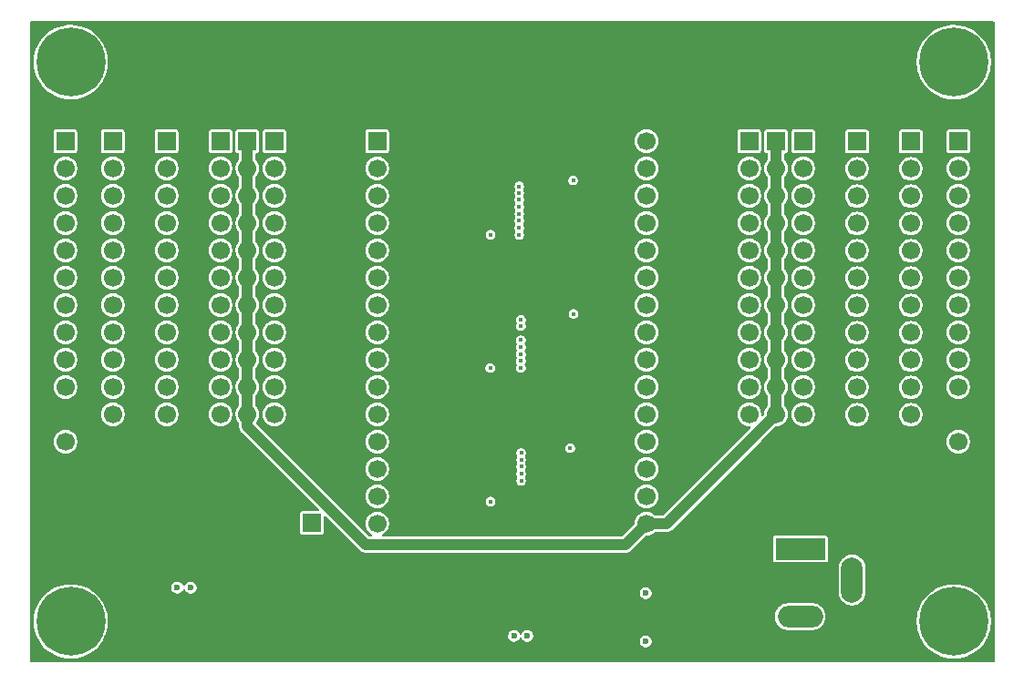
<source format=gbr>
%TF.GenerationSoftware,KiCad,Pcbnew,9.0.7*%
%TF.CreationDate,2026-02-14T10:56:32+01:00*%
%TF.ProjectId,ESP32_5V,45535033-325f-4355-962e-6b696361645f,rev?*%
%TF.SameCoordinates,Original*%
%TF.FileFunction,Copper,L3,Inr*%
%TF.FilePolarity,Positive*%
%FSLAX46Y46*%
G04 Gerber Fmt 4.6, Leading zero omitted, Abs format (unit mm)*
G04 Created by KiCad (PCBNEW 9.0.7) date 2026-02-14 10:56:32*
%MOMM*%
%LPD*%
G01*
G04 APERTURE LIST*
%TA.AperFunction,ComponentPad*%
%ADD10C,0.800000*%
%TD*%
%TA.AperFunction,ComponentPad*%
%ADD11C,6.400000*%
%TD*%
%TA.AperFunction,ComponentPad*%
%ADD12R,4.600000X2.000000*%
%TD*%
%TA.AperFunction,ComponentPad*%
%ADD13O,4.200000X2.000000*%
%TD*%
%TA.AperFunction,ComponentPad*%
%ADD14O,2.000000X4.200000*%
%TD*%
%TA.AperFunction,ComponentPad*%
%ADD15R,1.700000X1.700000*%
%TD*%
%TA.AperFunction,ComponentPad*%
%ADD16C,1.700000*%
%TD*%
%TA.AperFunction,ViaPad*%
%ADD17C,0.600000*%
%TD*%
%TA.AperFunction,ViaPad*%
%ADD18C,0.400000*%
%TD*%
%TA.AperFunction,Conductor*%
%ADD19C,1.000000*%
%TD*%
G04 APERTURE END LIST*
D10*
%TO.N,GND*%
%TO.C,H2*%
X142450000Y-35650000D03*
X143152944Y-33952944D03*
X143152944Y-37347056D03*
X144850000Y-33250000D03*
D11*
X144850000Y-35650000D03*
D10*
X144850000Y-38050000D03*
X146547056Y-33952944D03*
X146547056Y-37347056D03*
X147250000Y-35650000D03*
%TD*%
D12*
%TO.N,VCC*%
%TO.C,J17*%
X130600000Y-80900000D03*
D13*
%TO.N,GND*%
X130600000Y-87200000D03*
D14*
%TO.N,N/C*%
X135400000Y-83800000D03*
%TD*%
D10*
%TO.N,GND*%
%TO.C,H4*%
X142450000Y-87650000D03*
X143152944Y-85952944D03*
X143152944Y-89347056D03*
X144850000Y-85250000D03*
D11*
X144850000Y-87650000D03*
D10*
X144850000Y-90050000D03*
X146547056Y-85952944D03*
X146547056Y-89347056D03*
X147250000Y-87650000D03*
%TD*%
D15*
%TO.N,/Conector_3V3/D22*%
%TO.C,J7*%
X130850000Y-43000000D03*
D16*
%TO.N,/Conector_3V3/D21*%
X130850000Y-45540000D03*
%TO.N,/Conector_3V3/D19*%
X130850000Y-48080000D03*
%TO.N,/Conector_3V3/D18*%
X130850000Y-50620000D03*
%TO.N,/Conector_3V3/D5*%
X130850000Y-53160000D03*
%TO.N,/Conector_3V3/D17*%
X130850000Y-55700000D03*
%TO.N,/Conector_3V3/D16*%
X130850000Y-58240000D03*
%TO.N,/Conector_3V3/D4*%
X130850000Y-60780000D03*
%TO.N,/Conector_3V3/D2*%
X130850000Y-63320000D03*
%TO.N,/Conector_3V3/D15*%
X130850000Y-65860000D03*
%TO.N,unconnected-(J7-Pin_11-Pad11)*%
X130850000Y-68400000D03*
%TD*%
D15*
%TO.N,GND*%
%TO.C,J11*%
X71750000Y-43000000D03*
D16*
X71750000Y-45540000D03*
X71750000Y-48080000D03*
X71750000Y-50620000D03*
X71750000Y-53160000D03*
X71750000Y-55700000D03*
X71750000Y-58240000D03*
X71750000Y-60780000D03*
X71750000Y-63320000D03*
X71750000Y-65860000D03*
X71750000Y-68400000D03*
%TD*%
D15*
%TO.N,+3V3*%
%TO.C,J3*%
X128350000Y-43000000D03*
D16*
X128350000Y-45540000D03*
X128350000Y-48080000D03*
X128350000Y-50620000D03*
X128350000Y-53160000D03*
X128350000Y-55700000D03*
X128350000Y-58240000D03*
X128350000Y-60780000D03*
X128350000Y-63320000D03*
X128350000Y-65860000D03*
X128350000Y-68400000D03*
%TD*%
D15*
%TO.N,/Conector_5V/D22_5V*%
%TO.C,J16*%
X145250000Y-43000000D03*
D16*
%TO.N,/Conector_5V/D21_5V*%
X145250000Y-45540000D03*
%TO.N,/Conector_5V/D19_5V*%
X145250000Y-48080000D03*
%TO.N,/Conector_5V/D18_5V*%
X145250000Y-50620000D03*
%TO.N,/Conector_5V/D5_5V*%
X145250000Y-53160000D03*
%TO.N,/Conector_5V/D17_5V*%
X145250000Y-55700000D03*
%TO.N,/Conector_5V/D16_5V*%
X145250000Y-58240000D03*
%TO.N,/Conector_5V/D4_5V*%
X145250000Y-60780000D03*
%TO.N,/Conector_5V/D2_5V*%
X145250000Y-63320000D03*
%TO.N,/Conector_5V/D15_5V*%
X145250000Y-65860000D03*
%TO.N,+5V*%
X145250000Y-68400000D03*
%TO.N,GND*%
X145250000Y-70940000D03*
%TD*%
D15*
%TO.N,GND*%
%TO.C,J4*%
X81750000Y-43000000D03*
D16*
X81750000Y-45540000D03*
X81750000Y-48080000D03*
X81750000Y-50620000D03*
X81750000Y-53160000D03*
X81750000Y-55700000D03*
X81750000Y-58240000D03*
X81750000Y-60780000D03*
X81750000Y-63320000D03*
X81750000Y-65860000D03*
X81750000Y-68400000D03*
%TD*%
D15*
%TO.N,GND*%
%TO.C,J10*%
X135850000Y-43040000D03*
D16*
X135850000Y-45580000D03*
X135850000Y-48120000D03*
X135850000Y-50660000D03*
X135850000Y-53200000D03*
X135850000Y-55740000D03*
X135850000Y-58280000D03*
X135850000Y-60820000D03*
X135850000Y-63360000D03*
X135850000Y-65900000D03*
X135850000Y-68440000D03*
%TD*%
D15*
%TO.N,/Conector_5V/D34_5V*%
%TO.C,J15*%
X62350000Y-43000000D03*
D16*
%TO.N,/Conector_5V/D35_5V*%
X62350000Y-45540000D03*
%TO.N,/Conector_5V/D32_5V*%
X62350000Y-48080000D03*
%TO.N,/Conector_5V/D33_5V*%
X62350000Y-50620000D03*
%TO.N,/Conector_5V/D25_5V*%
X62350000Y-53160000D03*
%TO.N,/Conector_5V/D26_5V*%
X62350000Y-55700000D03*
%TO.N,/Conector_5V/D27_5V*%
X62350000Y-58240000D03*
%TO.N,/Conector_5V/D14_5V*%
X62350000Y-60780000D03*
%TO.N,/Conector_5V/D12_5V*%
X62350000Y-63320000D03*
%TO.N,/Conector_5V/D13_5V*%
X62350000Y-65860000D03*
%TO.N,+5V*%
X62350000Y-68400000D03*
%TO.N,GND*%
X62350000Y-70940000D03*
%TD*%
D15*
%TO.N,+5V*%
%TO.C,J9*%
X69250000Y-43000000D03*
D16*
X69250000Y-45540000D03*
X69250000Y-48080000D03*
X69250000Y-50620000D03*
X69250000Y-53160000D03*
X69250000Y-55700000D03*
X69250000Y-58240000D03*
X69250000Y-60780000D03*
X69250000Y-63320000D03*
X69250000Y-65860000D03*
X69250000Y-68400000D03*
%TD*%
D10*
%TO.N,GND*%
%TO.C,H1*%
X60450000Y-35650000D03*
X61152944Y-33952944D03*
X61152944Y-37347056D03*
X62850000Y-33250000D03*
D11*
X62850000Y-35650000D03*
D10*
X62850000Y-38050000D03*
X64547056Y-33952944D03*
X64547056Y-37347056D03*
X65250000Y-35650000D03*
%TD*%
D15*
%TO.N,/Conector_5V/D22_5V*%
%TO.C,J13*%
X140850000Y-43040000D03*
D16*
%TO.N,/Conector_5V/D21_5V*%
X140850000Y-45580000D03*
%TO.N,/Conector_5V/D19_5V*%
X140850000Y-48120000D03*
%TO.N,/Conector_5V/D18_5V*%
X140850000Y-50660000D03*
%TO.N,/Conector_5V/D5_5V*%
X140850000Y-53200000D03*
%TO.N,/Conector_5V/D17_5V*%
X140850000Y-55740000D03*
%TO.N,/Conector_5V/D16_5V*%
X140850000Y-58280000D03*
%TO.N,/Conector_5V/D4_5V*%
X140850000Y-60820000D03*
%TO.N,/Conector_5V/D2_5V*%
X140850000Y-63360000D03*
%TO.N,/Conector_5V/D15_5V*%
X140850000Y-65900000D03*
%TO.N,unconnected-(J13-Pin_11-Pad11)*%
X140850000Y-68440000D03*
%TD*%
D15*
%TO.N,Net-(JP1-A)*%
%TO.C,JP1*%
X85250000Y-78500000D03*
D16*
%TO.N,+5V*%
X82710000Y-78500000D03*
%TD*%
D15*
%TO.N,GND*%
%TO.C,J5*%
X125850000Y-43000000D03*
D16*
X125850000Y-45540000D03*
X125850000Y-48080000D03*
X125850000Y-50620000D03*
X125850000Y-53160000D03*
X125850000Y-55700000D03*
X125850000Y-58240000D03*
X125850000Y-60780000D03*
X125850000Y-63320000D03*
X125850000Y-65860000D03*
X125850000Y-68400000D03*
%TD*%
D15*
%TO.N,unconnected-(J14-Pad1)*%
%TO.C,J14*%
X91300000Y-43000000D03*
D16*
%TO.N,unconnected-(J14-Pad2)*%
X91300000Y-45540000D03*
%TO.N,unconnected-(J14-Pad3)*%
X91300000Y-48080000D03*
%TO.N,/Conector_3V3/D34*%
X91300000Y-50620000D03*
%TO.N,/Conector_3V3/D35*%
X91300000Y-53160000D03*
%TO.N,/Conector_3V3/D32*%
X91300000Y-55700000D03*
%TO.N,/Conector_3V3/D33*%
X91300000Y-58240000D03*
%TO.N,/Conector_3V3/D25*%
X91300000Y-60780000D03*
%TO.N,/Conector_3V3/D26*%
X91300000Y-63320000D03*
%TO.N,/Conector_3V3/D27*%
X91300000Y-65860000D03*
%TO.N,/Conector_3V3/D14*%
X91300000Y-68400000D03*
%TO.N,/Conector_3V3/D12*%
X91300000Y-70940000D03*
%TO.N,/Conector_3V3/D13*%
X91300000Y-73480000D03*
%TO.N,GND*%
X91300000Y-76020000D03*
%TO.N,Net-(JP1-A)*%
X91300000Y-78560000D03*
%TO.N,unconnected-(J14-Pad16)*%
X116300000Y-43000000D03*
%TO.N,/Conector_3V3/D22*%
X116300000Y-45540000D03*
%TO.N,unconnected-(J14-Pad18)*%
X116300000Y-48080000D03*
%TO.N,unconnected-(J14-Pad19)*%
X116300000Y-50620000D03*
%TO.N,/Conector_3V3/D21*%
X116300000Y-53160000D03*
%TO.N,/Conector_3V3/D19*%
X116300000Y-55700000D03*
%TO.N,/Conector_3V3/D18*%
X116300000Y-58240000D03*
%TO.N,/Conector_3V3/D5*%
X116300000Y-60780000D03*
%TO.N,/Conector_3V3/D17*%
X116300000Y-63320000D03*
%TO.N,/Conector_3V3/D16*%
X116300000Y-65860000D03*
%TO.N,/Conector_3V3/D4*%
X116300000Y-68400000D03*
%TO.N,/Conector_3V3/D2*%
X116300000Y-70940000D03*
%TO.N,/Conector_3V3/D15*%
X116300000Y-73480000D03*
%TO.N,GND*%
X116300000Y-76020000D03*
%TO.N,+3V3*%
X116300000Y-78560000D03*
%TD*%
D15*
%TO.N,/Conector_3V3/D34*%
%TO.C,J6*%
X76750000Y-43000000D03*
D16*
%TO.N,/Conector_3V3/D35*%
X76750000Y-45540000D03*
%TO.N,/Conector_3V3/D32*%
X76750000Y-48080000D03*
%TO.N,/Conector_3V3/D33*%
X76750000Y-50620000D03*
%TO.N,/Conector_3V3/D25*%
X76750000Y-53160000D03*
%TO.N,/Conector_3V3/D26*%
X76750000Y-55700000D03*
%TO.N,/Conector_3V3/D27*%
X76750000Y-58240000D03*
%TO.N,/Conector_3V3/D14*%
X76750000Y-60780000D03*
%TO.N,/Conector_3V3/D12*%
X76750000Y-63320000D03*
%TO.N,/Conector_3V3/D13*%
X76750000Y-65860000D03*
%TO.N,unconnected-(J6-Pin_11-Pad11)*%
X76750000Y-68400000D03*
%TD*%
D15*
%TO.N,+3V3*%
%TO.C,J2*%
X79250000Y-43000000D03*
D16*
X79250000Y-45540000D03*
X79250000Y-48080000D03*
X79250000Y-50620000D03*
X79250000Y-53160000D03*
X79250000Y-55700000D03*
X79250000Y-58240000D03*
X79250000Y-60780000D03*
X79250000Y-63320000D03*
X79250000Y-65860000D03*
X79250000Y-68400000D03*
%TD*%
D15*
%TO.N,+5V*%
%TO.C,J8*%
X138350000Y-43040000D03*
D16*
X138350000Y-45580000D03*
X138350000Y-48120000D03*
X138350000Y-50660000D03*
X138350000Y-53200000D03*
X138350000Y-55740000D03*
X138350000Y-58280000D03*
X138350000Y-60820000D03*
X138350000Y-63360000D03*
X138350000Y-65900000D03*
X138350000Y-68440000D03*
%TD*%
D15*
%TO.N,/Conector_5V/D34_5V*%
%TO.C,J12*%
X66750000Y-43000000D03*
D16*
%TO.N,/Conector_5V/D35_5V*%
X66750000Y-45540000D03*
%TO.N,/Conector_5V/D32_5V*%
X66750000Y-48080000D03*
%TO.N,/Conector_5V/D33_5V*%
X66750000Y-50620000D03*
%TO.N,/Conector_5V/D25_5V*%
X66750000Y-53160000D03*
%TO.N,/Conector_5V/D26_5V*%
X66750000Y-55700000D03*
%TO.N,/Conector_5V/D27_5V*%
X66750000Y-58240000D03*
%TO.N,/Conector_5V/D14_5V*%
X66750000Y-60780000D03*
%TO.N,/Conector_5V/D12_5V*%
X66750000Y-63320000D03*
%TO.N,/Conector_5V/D13_5V*%
X66750000Y-65860000D03*
%TO.N,unconnected-(J12-Pin_11-Pad11)*%
X66750000Y-68400000D03*
%TD*%
D10*
%TO.N,GND*%
%TO.C,H3*%
X60450000Y-87650000D03*
X61152944Y-85952944D03*
X61152944Y-89347056D03*
X62850000Y-85250000D03*
D11*
X62850000Y-87650000D03*
D10*
X62850000Y-90050000D03*
X64547056Y-85952944D03*
X64547056Y-89347056D03*
X65250000Y-87650000D03*
%TD*%
D17*
%TO.N,+5V*%
X72750000Y-89500000D03*
D18*
X104900000Y-56850000D03*
X104550000Y-44450000D03*
D17*
X138500000Y-78500000D03*
D18*
X108500000Y-44700000D03*
D17*
X120500000Y-88500000D03*
D18*
X108400000Y-69750000D03*
D17*
X105750000Y-85750000D03*
D18*
X108650000Y-57000000D03*
X104700000Y-69100000D03*
%TO.N,GND*%
X101825000Y-76500000D03*
D17*
X104000000Y-89000000D03*
X74000000Y-84500000D03*
D18*
X109550000Y-59050000D03*
D17*
X116250000Y-89500000D03*
X72750000Y-84500000D03*
D18*
X109225000Y-71550000D03*
D17*
X105250000Y-89000000D03*
D18*
X101850000Y-51700000D03*
X101800000Y-64100000D03*
D17*
X116250000Y-85000000D03*
D18*
X109500000Y-46650000D03*
%TO.N,/Conector_5V/D26_5V*%
X104500000Y-50400000D03*
%TO.N,/Conector_5V/D14_5V*%
X104500000Y-51700000D03*
%TO.N,/Conector_5V/D32_5V*%
X104500000Y-48450000D03*
%TO.N,/Conector_5V/D34_5V*%
X104500000Y-47200000D03*
%TO.N,/Conector_5V/D33_5V*%
X104500000Y-49100000D03*
%TO.N,/Conector_5V/D25_5V*%
X104500000Y-49750000D03*
%TO.N,/Conector_5V/D35_5V*%
X104500000Y-47800000D03*
%TO.N,/Conector_5V/D27_5V*%
X104500000Y-51050000D03*
%TO.N,/Conector_5V/D12_5V*%
X104650000Y-59600000D03*
%TO.N,/Conector_5V/D18_5V*%
X104650000Y-63450000D03*
%TO.N,/Conector_5V/D21_5V*%
X104650000Y-62150000D03*
%TO.N,/Conector_5V/D19_5V*%
X104650000Y-62800000D03*
%TO.N,/Conector_5V/D13_5V*%
X104650000Y-60200000D03*
%TO.N,/Conector_5V/D5_5V*%
X104650000Y-64100000D03*
%TO.N,/Conector_5V/D22_5V*%
X104650000Y-61500000D03*
%TO.N,/Conector_5V/D15_5V*%
X104675000Y-74550000D03*
%TO.N,/Conector_5V/D17_5V*%
X104675000Y-72000000D03*
%TO.N,/Conector_5V/D4_5V*%
X104675000Y-73250000D03*
%TO.N,/Conector_5V/D2_5V*%
X104675000Y-73900000D03*
%TO.N,/Conector_5V/D16_5V*%
X104675000Y-72600000D03*
%TD*%
D19*
%TO.N,+3V3*%
X116300000Y-78560000D02*
X118190000Y-78560000D01*
X128350000Y-43000000D02*
X128350000Y-68400000D01*
X90250000Y-80500000D02*
X79250000Y-69500000D01*
X116300000Y-78560000D02*
X114360000Y-80500000D01*
X114360000Y-80500000D02*
X90250000Y-80500000D01*
X118190000Y-78560000D02*
X128350000Y-68400000D01*
X79250000Y-69500000D02*
X79250000Y-68400000D01*
X79250000Y-43000000D02*
X79250000Y-68400000D01*
%TD*%
%TA.AperFunction,Conductor*%
%TO.N,+5V*%
G36*
X148592539Y-31870185D02*
G01*
X148638294Y-31922989D01*
X148649500Y-31974500D01*
X148649500Y-91325500D01*
X148629815Y-91392539D01*
X148577011Y-91438294D01*
X148525500Y-91449500D01*
X59174500Y-91449500D01*
X59107461Y-91429815D01*
X59061706Y-91377011D01*
X59050500Y-91325500D01*
X59050500Y-87480491D01*
X59399500Y-87480491D01*
X59399500Y-87819508D01*
X59432729Y-88156901D01*
X59498870Y-88489410D01*
X59597284Y-88813841D01*
X59727024Y-89127060D01*
X59727026Y-89127065D01*
X59886831Y-89426039D01*
X59886842Y-89426057D01*
X60075184Y-89707930D01*
X60075194Y-89707944D01*
X60290269Y-89970014D01*
X60529985Y-90209730D01*
X60529990Y-90209734D01*
X60529991Y-90209735D01*
X60792061Y-90424810D01*
X61073949Y-90613162D01*
X61073958Y-90613167D01*
X61073960Y-90613168D01*
X61372934Y-90772973D01*
X61372936Y-90772973D01*
X61372942Y-90772977D01*
X61686160Y-90902716D01*
X62010586Y-91001129D01*
X62343096Y-91067270D01*
X62680488Y-91100500D01*
X62680491Y-91100500D01*
X63019509Y-91100500D01*
X63019512Y-91100500D01*
X63356904Y-91067270D01*
X63689414Y-91001129D01*
X64013840Y-90902716D01*
X64327058Y-90772977D01*
X64626051Y-90613162D01*
X64907939Y-90424810D01*
X65170009Y-90209735D01*
X65409735Y-89970009D01*
X65624810Y-89707939D01*
X65813162Y-89426051D01*
X65972977Y-89127058D01*
X66055626Y-88927525D01*
X103449500Y-88927525D01*
X103449500Y-89072475D01*
X103474090Y-89164244D01*
X103487017Y-89212488D01*
X103559488Y-89338011D01*
X103559490Y-89338013D01*
X103559491Y-89338015D01*
X103661985Y-89440509D01*
X103661986Y-89440510D01*
X103661988Y-89440511D01*
X103787511Y-89512982D01*
X103787512Y-89512982D01*
X103787515Y-89512984D01*
X103927525Y-89550500D01*
X103927528Y-89550500D01*
X104072472Y-89550500D01*
X104072475Y-89550500D01*
X104212485Y-89512984D01*
X104338015Y-89440509D01*
X104440509Y-89338015D01*
X104469668Y-89287511D01*
X104517048Y-89205447D01*
X104519791Y-89207031D01*
X104554254Y-89164244D01*
X104620543Y-89142162D01*
X104688247Y-89159424D01*
X104731758Y-89206136D01*
X104732952Y-89205447D01*
X104809488Y-89338011D01*
X104809490Y-89338013D01*
X104809491Y-89338015D01*
X104911985Y-89440509D01*
X104911986Y-89440510D01*
X104911988Y-89440511D01*
X105037511Y-89512982D01*
X105037512Y-89512982D01*
X105037515Y-89512984D01*
X105177525Y-89550500D01*
X105177528Y-89550500D01*
X105322472Y-89550500D01*
X105322475Y-89550500D01*
X105462485Y-89512984D01*
X105588015Y-89440509D01*
X105600999Y-89427525D01*
X115699500Y-89427525D01*
X115699500Y-89572475D01*
X115735798Y-89707939D01*
X115737017Y-89712488D01*
X115809488Y-89838011D01*
X115809490Y-89838013D01*
X115809491Y-89838015D01*
X115911985Y-89940509D01*
X115911986Y-89940510D01*
X115911988Y-89940511D01*
X116037511Y-90012982D01*
X116037512Y-90012982D01*
X116037515Y-90012984D01*
X116177525Y-90050500D01*
X116177528Y-90050500D01*
X116322472Y-90050500D01*
X116322475Y-90050500D01*
X116462485Y-90012984D01*
X116588015Y-89940509D01*
X116690509Y-89838015D01*
X116762984Y-89712485D01*
X116800500Y-89572475D01*
X116800500Y-89427525D01*
X116762984Y-89287515D01*
X116719665Y-89212485D01*
X116690511Y-89161988D01*
X116690506Y-89161982D01*
X116588017Y-89059493D01*
X116588011Y-89059488D01*
X116462488Y-88987017D01*
X116462489Y-88987017D01*
X116451006Y-88983940D01*
X116322475Y-88949500D01*
X116177525Y-88949500D01*
X116048993Y-88983940D01*
X116037511Y-88987017D01*
X115911988Y-89059488D01*
X115911982Y-89059493D01*
X115809493Y-89161982D01*
X115809488Y-89161988D01*
X115737017Y-89287511D01*
X115737016Y-89287515D01*
X115699500Y-89427525D01*
X105600999Y-89427525D01*
X105690509Y-89338015D01*
X105762984Y-89212485D01*
X105800500Y-89072475D01*
X105800500Y-88927525D01*
X105762984Y-88787515D01*
X105690509Y-88661985D01*
X105588015Y-88559491D01*
X105588013Y-88559490D01*
X105588011Y-88559488D01*
X105462488Y-88487017D01*
X105462489Y-88487017D01*
X105451006Y-88483940D01*
X105322475Y-88449500D01*
X105177525Y-88449500D01*
X105048993Y-88483940D01*
X105037511Y-88487017D01*
X104911988Y-88559488D01*
X104911982Y-88559493D01*
X104809493Y-88661982D01*
X104809488Y-88661988D01*
X104732952Y-88794553D01*
X104730212Y-88792971D01*
X104695719Y-88835774D01*
X104629425Y-88857838D01*
X104561726Y-88840558D01*
X104518248Y-88793859D01*
X104517048Y-88794553D01*
X104440511Y-88661988D01*
X104440506Y-88661982D01*
X104338017Y-88559493D01*
X104338011Y-88559488D01*
X104212488Y-88487017D01*
X104212489Y-88487017D01*
X104201006Y-88483940D01*
X104072475Y-88449500D01*
X103927525Y-88449500D01*
X103798993Y-88483940D01*
X103787511Y-88487017D01*
X103661988Y-88559488D01*
X103661982Y-88559493D01*
X103559493Y-88661982D01*
X103559488Y-88661988D01*
X103487017Y-88787511D01*
X103487016Y-88787515D01*
X103449500Y-88927525D01*
X66055626Y-88927525D01*
X66102716Y-88813840D01*
X66201129Y-88489414D01*
X66267270Y-88156904D01*
X66300500Y-87819512D01*
X66300500Y-87480488D01*
X66267270Y-87143096D01*
X66262855Y-87120900D01*
X66262855Y-87120898D01*
X66259012Y-87101577D01*
X128249500Y-87101577D01*
X128249500Y-87298422D01*
X128280290Y-87492826D01*
X128341117Y-87680029D01*
X128412188Y-87819512D01*
X128430476Y-87855405D01*
X128546172Y-88014646D01*
X128685354Y-88153828D01*
X128844595Y-88269524D01*
X128927455Y-88311743D01*
X129019970Y-88358882D01*
X129019972Y-88358882D01*
X129019975Y-88358884D01*
X129120317Y-88391487D01*
X129207173Y-88419709D01*
X129401578Y-88450500D01*
X129401583Y-88450500D01*
X131798422Y-88450500D01*
X131992826Y-88419709D01*
X132180025Y-88358884D01*
X132355405Y-88269524D01*
X132514646Y-88153828D01*
X132653828Y-88014646D01*
X132769524Y-87855405D01*
X132858884Y-87680025D01*
X132919709Y-87492826D01*
X132921663Y-87480491D01*
X141399500Y-87480491D01*
X141399500Y-87819508D01*
X141432729Y-88156901D01*
X141498870Y-88489410D01*
X141597284Y-88813841D01*
X141727024Y-89127060D01*
X141727026Y-89127065D01*
X141886831Y-89426039D01*
X141886842Y-89426057D01*
X142075184Y-89707930D01*
X142075194Y-89707944D01*
X142290269Y-89970014D01*
X142529985Y-90209730D01*
X142529990Y-90209734D01*
X142529991Y-90209735D01*
X142792061Y-90424810D01*
X143073949Y-90613162D01*
X143073958Y-90613167D01*
X143073960Y-90613168D01*
X143372934Y-90772973D01*
X143372936Y-90772973D01*
X143372942Y-90772977D01*
X143686160Y-90902716D01*
X144010586Y-91001129D01*
X144343096Y-91067270D01*
X144680488Y-91100500D01*
X144680491Y-91100500D01*
X145019509Y-91100500D01*
X145019512Y-91100500D01*
X145356904Y-91067270D01*
X145689414Y-91001129D01*
X146013840Y-90902716D01*
X146327058Y-90772977D01*
X146626051Y-90613162D01*
X146907939Y-90424810D01*
X147170009Y-90209735D01*
X147409735Y-89970009D01*
X147624810Y-89707939D01*
X147813162Y-89426051D01*
X147972977Y-89127058D01*
X148102716Y-88813840D01*
X148201129Y-88489414D01*
X148267270Y-88156904D01*
X148300500Y-87819512D01*
X148300500Y-87480488D01*
X148267270Y-87143096D01*
X148201129Y-86810586D01*
X148102716Y-86486160D01*
X147972977Y-86172942D01*
X147950278Y-86130476D01*
X147813168Y-85873960D01*
X147813167Y-85873958D01*
X147813162Y-85873949D01*
X147624810Y-85592061D01*
X147409735Y-85329991D01*
X147409734Y-85329990D01*
X147409730Y-85329985D01*
X147170014Y-85090269D01*
X146907944Y-84875194D01*
X146907943Y-84875193D01*
X146907939Y-84875190D01*
X146626051Y-84686838D01*
X146626046Y-84686835D01*
X146626039Y-84686831D01*
X146327065Y-84527026D01*
X146327060Y-84527024D01*
X146013841Y-84397284D01*
X145811068Y-84335774D01*
X145689414Y-84298871D01*
X145689411Y-84298870D01*
X145689410Y-84298870D01*
X145356901Y-84232729D01*
X145119199Y-84209318D01*
X145019512Y-84199500D01*
X144680488Y-84199500D01*
X144589738Y-84208437D01*
X144343098Y-84232729D01*
X144010589Y-84298870D01*
X143686158Y-84397284D01*
X143372939Y-84527024D01*
X143372934Y-84527026D01*
X143073960Y-84686831D01*
X143073942Y-84686842D01*
X142792069Y-84875184D01*
X142792055Y-84875194D01*
X142529985Y-85090269D01*
X142290269Y-85329985D01*
X142075194Y-85592055D01*
X142075184Y-85592069D01*
X141886842Y-85873942D01*
X141886831Y-85873960D01*
X141727026Y-86172934D01*
X141727024Y-86172939D01*
X141597284Y-86486158D01*
X141498870Y-86810589D01*
X141432729Y-87143098D01*
X141432729Y-87143102D01*
X141401711Y-87458045D01*
X141399500Y-87480491D01*
X132921663Y-87480491D01*
X132925218Y-87458044D01*
X132950500Y-87298422D01*
X132950500Y-87101577D01*
X132919709Y-86907173D01*
X132858882Y-86719970D01*
X132769523Y-86544594D01*
X132727068Y-86486160D01*
X132653828Y-86385354D01*
X132514646Y-86246172D01*
X132355405Y-86130476D01*
X132180029Y-86041117D01*
X131992826Y-85980290D01*
X131798422Y-85949500D01*
X131798417Y-85949500D01*
X129401583Y-85949500D01*
X129401578Y-85949500D01*
X129207173Y-85980290D01*
X129019970Y-86041117D01*
X128844594Y-86130476D01*
X128817034Y-86150500D01*
X128685354Y-86246172D01*
X128685352Y-86246174D01*
X128685351Y-86246174D01*
X128546174Y-86385351D01*
X128546174Y-86385352D01*
X128546172Y-86385354D01*
X128496485Y-86453741D01*
X128430476Y-86544594D01*
X128341117Y-86719970D01*
X128280290Y-86907173D01*
X128249500Y-87101577D01*
X66259012Y-87101577D01*
X66234713Y-86979423D01*
X66201129Y-86810586D01*
X66102716Y-86486160D01*
X65972977Y-86172942D01*
X65950278Y-86130476D01*
X65813168Y-85873960D01*
X65813167Y-85873958D01*
X65813162Y-85873949D01*
X65624810Y-85592061D01*
X65409735Y-85329991D01*
X65409734Y-85329990D01*
X65409730Y-85329985D01*
X65170014Y-85090269D01*
X64907944Y-84875194D01*
X64907943Y-84875193D01*
X64907939Y-84875190D01*
X64626051Y-84686838D01*
X64626046Y-84686835D01*
X64626039Y-84686831D01*
X64330304Y-84528757D01*
X64330302Y-84528757D01*
X64327058Y-84527023D01*
X64327056Y-84527022D01*
X64327054Y-84527021D01*
X64086849Y-84427525D01*
X72199500Y-84427525D01*
X72199500Y-84572475D01*
X72224090Y-84664244D01*
X72237017Y-84712488D01*
X72309488Y-84838011D01*
X72309490Y-84838013D01*
X72309491Y-84838015D01*
X72411985Y-84940509D01*
X72411986Y-84940510D01*
X72411988Y-84940511D01*
X72537511Y-85012982D01*
X72537512Y-85012982D01*
X72537515Y-85012984D01*
X72677525Y-85050500D01*
X72677528Y-85050500D01*
X72822472Y-85050500D01*
X72822475Y-85050500D01*
X72962485Y-85012984D01*
X73088015Y-84940509D01*
X73190509Y-84838015D01*
X73219668Y-84787511D01*
X73267048Y-84705447D01*
X73269791Y-84707031D01*
X73304254Y-84664244D01*
X73370543Y-84642162D01*
X73438247Y-84659424D01*
X73481758Y-84706136D01*
X73482952Y-84705447D01*
X73559488Y-84838011D01*
X73559490Y-84838013D01*
X73559491Y-84838015D01*
X73661985Y-84940509D01*
X73661986Y-84940510D01*
X73661988Y-84940511D01*
X73787511Y-85012982D01*
X73787512Y-85012982D01*
X73787515Y-85012984D01*
X73927525Y-85050500D01*
X73927528Y-85050500D01*
X74072472Y-85050500D01*
X74072475Y-85050500D01*
X74212485Y-85012984D01*
X74338015Y-84940509D01*
X74350999Y-84927525D01*
X115699500Y-84927525D01*
X115699500Y-85072475D01*
X115737016Y-85212485D01*
X115737017Y-85212488D01*
X115809488Y-85338011D01*
X115809490Y-85338013D01*
X115809491Y-85338015D01*
X115911985Y-85440509D01*
X115911986Y-85440510D01*
X115911988Y-85440511D01*
X116037511Y-85512982D01*
X116037512Y-85512982D01*
X116037515Y-85512984D01*
X116177525Y-85550500D01*
X116177528Y-85550500D01*
X116322472Y-85550500D01*
X116322475Y-85550500D01*
X116462485Y-85512984D01*
X116588015Y-85440509D01*
X116690509Y-85338015D01*
X116762984Y-85212485D01*
X116800500Y-85072475D01*
X116800500Y-84927525D01*
X116762984Y-84787515D01*
X116719665Y-84712485D01*
X116690511Y-84661988D01*
X116690506Y-84661982D01*
X116588017Y-84559493D01*
X116588011Y-84559488D01*
X116462488Y-84487017D01*
X116462489Y-84487017D01*
X116451006Y-84483940D01*
X116322475Y-84449500D01*
X116177525Y-84449500D01*
X116048993Y-84483940D01*
X116037511Y-84487017D01*
X115911988Y-84559488D01*
X115911982Y-84559493D01*
X115809493Y-84661982D01*
X115809488Y-84661988D01*
X115737017Y-84787511D01*
X115737016Y-84787515D01*
X115699500Y-84927525D01*
X74350999Y-84927525D01*
X74440509Y-84838015D01*
X74512984Y-84712485D01*
X74550500Y-84572475D01*
X74550500Y-84427525D01*
X74512984Y-84287515D01*
X74462168Y-84199500D01*
X74440511Y-84161988D01*
X74440506Y-84161982D01*
X74338017Y-84059493D01*
X74338011Y-84059488D01*
X74212488Y-83987017D01*
X74212489Y-83987017D01*
X74201006Y-83983940D01*
X74072475Y-83949500D01*
X73927525Y-83949500D01*
X73798993Y-83983940D01*
X73787511Y-83987017D01*
X73661988Y-84059488D01*
X73661982Y-84059493D01*
X73559493Y-84161982D01*
X73559488Y-84161988D01*
X73482952Y-84294553D01*
X73480212Y-84292971D01*
X73445719Y-84335774D01*
X73379425Y-84357838D01*
X73311726Y-84340558D01*
X73268248Y-84293859D01*
X73267048Y-84294553D01*
X73190511Y-84161988D01*
X73190506Y-84161982D01*
X73088017Y-84059493D01*
X73088011Y-84059488D01*
X72962488Y-83987017D01*
X72962489Y-83987017D01*
X72951006Y-83983940D01*
X72822475Y-83949500D01*
X72677525Y-83949500D01*
X72548993Y-83983940D01*
X72537511Y-83987017D01*
X72411988Y-84059488D01*
X72411982Y-84059493D01*
X72309493Y-84161982D01*
X72309488Y-84161988D01*
X72237017Y-84287511D01*
X72237016Y-84287515D01*
X72199500Y-84427525D01*
X64086849Y-84427525D01*
X64013841Y-84397284D01*
X63811068Y-84335774D01*
X63689414Y-84298871D01*
X63689411Y-84298870D01*
X63689410Y-84298870D01*
X63356901Y-84232729D01*
X63119199Y-84209318D01*
X63019512Y-84199500D01*
X62680488Y-84199500D01*
X62589738Y-84208437D01*
X62343098Y-84232729D01*
X62010589Y-84298870D01*
X61686158Y-84397284D01*
X61372939Y-84527024D01*
X61372934Y-84527026D01*
X61073960Y-84686831D01*
X61073942Y-84686842D01*
X60792069Y-84875184D01*
X60792055Y-84875194D01*
X60529985Y-85090269D01*
X60290269Y-85329985D01*
X60075194Y-85592055D01*
X60075184Y-85592069D01*
X59886842Y-85873942D01*
X59886831Y-85873960D01*
X59727026Y-86172934D01*
X59727024Y-86172939D01*
X59597284Y-86486158D01*
X59498870Y-86810589D01*
X59432729Y-87143098D01*
X59432729Y-87143102D01*
X59401711Y-87458045D01*
X59399500Y-87480491D01*
X59050500Y-87480491D01*
X59050500Y-82601577D01*
X134149500Y-82601577D01*
X134149500Y-84998422D01*
X134180290Y-85192826D01*
X134241117Y-85380029D01*
X134327977Y-85550500D01*
X134330476Y-85555405D01*
X134446172Y-85714646D01*
X134585354Y-85853828D01*
X134744595Y-85969524D01*
X134765725Y-85980290D01*
X134919970Y-86058882D01*
X134919972Y-86058882D01*
X134919975Y-86058884D01*
X135020317Y-86091487D01*
X135107173Y-86119709D01*
X135301578Y-86150500D01*
X135301583Y-86150500D01*
X135498422Y-86150500D01*
X135692826Y-86119709D01*
X135880025Y-86058884D01*
X136055405Y-85969524D01*
X136214646Y-85853828D01*
X136353828Y-85714646D01*
X136469524Y-85555405D01*
X136558884Y-85380025D01*
X136619709Y-85192826D01*
X136650500Y-84998422D01*
X136650500Y-82601577D01*
X136619709Y-82407173D01*
X136558882Y-82219970D01*
X136469523Y-82044594D01*
X136353828Y-81885354D01*
X136214646Y-81746172D01*
X136055405Y-81630476D01*
X135880029Y-81541117D01*
X135692826Y-81480290D01*
X135498422Y-81449500D01*
X135498417Y-81449500D01*
X135301583Y-81449500D01*
X135301578Y-81449500D01*
X135107173Y-81480290D01*
X134919970Y-81541117D01*
X134744594Y-81630476D01*
X134653741Y-81696485D01*
X134585354Y-81746172D01*
X134585352Y-81746174D01*
X134585351Y-81746174D01*
X134446174Y-81885351D01*
X134446174Y-81885352D01*
X134446172Y-81885354D01*
X134396485Y-81953741D01*
X134330476Y-82044594D01*
X134241117Y-82219970D01*
X134180290Y-82407173D01*
X134149500Y-82601577D01*
X59050500Y-82601577D01*
X59050500Y-70853389D01*
X61249500Y-70853389D01*
X61249500Y-71026610D01*
X61275300Y-71189511D01*
X61276598Y-71197701D01*
X61330127Y-71362445D01*
X61408768Y-71516788D01*
X61510586Y-71656928D01*
X61633072Y-71779414D01*
X61773212Y-71881232D01*
X61927555Y-71959873D01*
X62092299Y-72013402D01*
X62263389Y-72040500D01*
X62263390Y-72040500D01*
X62436610Y-72040500D01*
X62436611Y-72040500D01*
X62607701Y-72013402D01*
X62772445Y-71959873D01*
X62926788Y-71881232D01*
X63066928Y-71779414D01*
X63189414Y-71656928D01*
X63291232Y-71516788D01*
X63369873Y-71362445D01*
X63423402Y-71197701D01*
X63450500Y-71026611D01*
X63450500Y-70853389D01*
X63423402Y-70682299D01*
X63369873Y-70517555D01*
X63291232Y-70363212D01*
X63189414Y-70223072D01*
X63066928Y-70100586D01*
X62926788Y-69998768D01*
X62772445Y-69920127D01*
X62607701Y-69866598D01*
X62607699Y-69866597D01*
X62607698Y-69866597D01*
X62476271Y-69845781D01*
X62436611Y-69839500D01*
X62263389Y-69839500D01*
X62223728Y-69845781D01*
X62092302Y-69866597D01*
X61927552Y-69920128D01*
X61773211Y-69998768D01*
X61693256Y-70056859D01*
X61633072Y-70100586D01*
X61633070Y-70100588D01*
X61633069Y-70100588D01*
X61510588Y-70223069D01*
X61510588Y-70223070D01*
X61510586Y-70223072D01*
X61466859Y-70283256D01*
X61408768Y-70363211D01*
X61330128Y-70517552D01*
X61276597Y-70682302D01*
X61249500Y-70853389D01*
X59050500Y-70853389D01*
X59050500Y-68313389D01*
X65649500Y-68313389D01*
X65649500Y-68486611D01*
X65676598Y-68657701D01*
X65730127Y-68822445D01*
X65808768Y-68976788D01*
X65910586Y-69116928D01*
X66033072Y-69239414D01*
X66173212Y-69341232D01*
X66327555Y-69419873D01*
X66492299Y-69473402D01*
X66663389Y-69500500D01*
X66663390Y-69500500D01*
X66836610Y-69500500D01*
X66836611Y-69500500D01*
X67007701Y-69473402D01*
X67172445Y-69419873D01*
X67326788Y-69341232D01*
X67466928Y-69239414D01*
X67589414Y-69116928D01*
X67691232Y-68976788D01*
X67769873Y-68822445D01*
X67823402Y-68657701D01*
X67850500Y-68486611D01*
X67850500Y-68313389D01*
X70649500Y-68313389D01*
X70649500Y-68486611D01*
X70676598Y-68657701D01*
X70730127Y-68822445D01*
X70808768Y-68976788D01*
X70910586Y-69116928D01*
X71033072Y-69239414D01*
X71173212Y-69341232D01*
X71327555Y-69419873D01*
X71492299Y-69473402D01*
X71663389Y-69500500D01*
X71663390Y-69500500D01*
X71836610Y-69500500D01*
X71836611Y-69500500D01*
X72007701Y-69473402D01*
X72172445Y-69419873D01*
X72326788Y-69341232D01*
X72466928Y-69239414D01*
X72589414Y-69116928D01*
X72691232Y-68976788D01*
X72769873Y-68822445D01*
X72823402Y-68657701D01*
X72850500Y-68486611D01*
X72850500Y-68313389D01*
X75649500Y-68313389D01*
X75649500Y-68486611D01*
X75676598Y-68657701D01*
X75730127Y-68822445D01*
X75808768Y-68976788D01*
X75910586Y-69116928D01*
X76033072Y-69239414D01*
X76173212Y-69341232D01*
X76327555Y-69419873D01*
X76492299Y-69473402D01*
X76663389Y-69500500D01*
X76663390Y-69500500D01*
X76836610Y-69500500D01*
X76836611Y-69500500D01*
X77007701Y-69473402D01*
X77172445Y-69419873D01*
X77326788Y-69341232D01*
X77466928Y-69239414D01*
X77589414Y-69116928D01*
X77691232Y-68976788D01*
X77769873Y-68822445D01*
X77823402Y-68657701D01*
X77850500Y-68486611D01*
X77850500Y-68313389D01*
X77823402Y-68142299D01*
X77769873Y-67977555D01*
X77691232Y-67823212D01*
X77589414Y-67683072D01*
X77466928Y-67560586D01*
X77326788Y-67458768D01*
X77172445Y-67380127D01*
X77007701Y-67326598D01*
X77007699Y-67326597D01*
X77007698Y-67326597D01*
X76876271Y-67305781D01*
X76836611Y-67299500D01*
X76663389Y-67299500D01*
X76623728Y-67305781D01*
X76492302Y-67326597D01*
X76327552Y-67380128D01*
X76173211Y-67458768D01*
X76118157Y-67498768D01*
X76033072Y-67560586D01*
X76033070Y-67560588D01*
X76033069Y-67560588D01*
X75910588Y-67683069D01*
X75910588Y-67683070D01*
X75910586Y-67683072D01*
X75881526Y-67723070D01*
X75808768Y-67823211D01*
X75730128Y-67977552D01*
X75676597Y-68142302D01*
X75670262Y-68182302D01*
X75649500Y-68313389D01*
X72850500Y-68313389D01*
X72823402Y-68142299D01*
X72769873Y-67977555D01*
X72691232Y-67823212D01*
X72589414Y-67683072D01*
X72466928Y-67560586D01*
X72326788Y-67458768D01*
X72172445Y-67380127D01*
X72007701Y-67326598D01*
X72007699Y-67326597D01*
X72007698Y-67326597D01*
X71876271Y-67305781D01*
X71836611Y-67299500D01*
X71663389Y-67299500D01*
X71623728Y-67305781D01*
X71492302Y-67326597D01*
X71327552Y-67380128D01*
X71173211Y-67458768D01*
X71118157Y-67498768D01*
X71033072Y-67560586D01*
X71033070Y-67560588D01*
X71033069Y-67560588D01*
X70910588Y-67683069D01*
X70910588Y-67683070D01*
X70910586Y-67683072D01*
X70881526Y-67723070D01*
X70808768Y-67823211D01*
X70730128Y-67977552D01*
X70676597Y-68142302D01*
X70670262Y-68182302D01*
X70649500Y-68313389D01*
X67850500Y-68313389D01*
X67823402Y-68142299D01*
X67769873Y-67977555D01*
X67691232Y-67823212D01*
X67589414Y-67683072D01*
X67466928Y-67560586D01*
X67326788Y-67458768D01*
X67172445Y-67380127D01*
X67007701Y-67326598D01*
X67007699Y-67326597D01*
X67007698Y-67326597D01*
X66876271Y-67305781D01*
X66836611Y-67299500D01*
X66663389Y-67299500D01*
X66623728Y-67305781D01*
X66492302Y-67326597D01*
X66327552Y-67380128D01*
X66173211Y-67458768D01*
X66118157Y-67498768D01*
X66033072Y-67560586D01*
X66033070Y-67560588D01*
X66033069Y-67560588D01*
X65910588Y-67683069D01*
X65910588Y-67683070D01*
X65910586Y-67683072D01*
X65881526Y-67723070D01*
X65808768Y-67823211D01*
X65730128Y-67977552D01*
X65676597Y-68142302D01*
X65670262Y-68182302D01*
X65649500Y-68313389D01*
X59050500Y-68313389D01*
X59050500Y-65773389D01*
X61249500Y-65773389D01*
X61249500Y-65946611D01*
X61276598Y-66117701D01*
X61330127Y-66282445D01*
X61408768Y-66436788D01*
X61510586Y-66576928D01*
X61633072Y-66699414D01*
X61773212Y-66801232D01*
X61927555Y-66879873D01*
X62092299Y-66933402D01*
X62263389Y-66960500D01*
X62263390Y-66960500D01*
X62436610Y-66960500D01*
X62436611Y-66960500D01*
X62607701Y-66933402D01*
X62772445Y-66879873D01*
X62926788Y-66801232D01*
X63066928Y-66699414D01*
X63189414Y-66576928D01*
X63291232Y-66436788D01*
X63369873Y-66282445D01*
X63423402Y-66117701D01*
X63450500Y-65946611D01*
X63450500Y-65773389D01*
X65649500Y-65773389D01*
X65649500Y-65946611D01*
X65676598Y-66117701D01*
X65730127Y-66282445D01*
X65808768Y-66436788D01*
X65910586Y-66576928D01*
X66033072Y-66699414D01*
X66173212Y-66801232D01*
X66327555Y-66879873D01*
X66492299Y-66933402D01*
X66663389Y-66960500D01*
X66663390Y-66960500D01*
X66836610Y-66960500D01*
X66836611Y-66960500D01*
X67007701Y-66933402D01*
X67172445Y-66879873D01*
X67326788Y-66801232D01*
X67466928Y-66699414D01*
X67589414Y-66576928D01*
X67691232Y-66436788D01*
X67769873Y-66282445D01*
X67823402Y-66117701D01*
X67850500Y-65946611D01*
X67850500Y-65773389D01*
X70649500Y-65773389D01*
X70649500Y-65946611D01*
X70676598Y-66117701D01*
X70730127Y-66282445D01*
X70808768Y-66436788D01*
X70910586Y-66576928D01*
X71033072Y-66699414D01*
X71173212Y-66801232D01*
X71327555Y-66879873D01*
X71492299Y-66933402D01*
X71663389Y-66960500D01*
X71663390Y-66960500D01*
X71836610Y-66960500D01*
X71836611Y-66960500D01*
X72007701Y-66933402D01*
X72172445Y-66879873D01*
X72326788Y-66801232D01*
X72466928Y-66699414D01*
X72589414Y-66576928D01*
X72691232Y-66436788D01*
X72769873Y-66282445D01*
X72823402Y-66117701D01*
X72850500Y-65946611D01*
X72850500Y-65773389D01*
X75649500Y-65773389D01*
X75649500Y-65946611D01*
X75676598Y-66117701D01*
X75730127Y-66282445D01*
X75808768Y-66436788D01*
X75910586Y-66576928D01*
X76033072Y-66699414D01*
X76173212Y-66801232D01*
X76327555Y-66879873D01*
X76492299Y-66933402D01*
X76663389Y-66960500D01*
X76663390Y-66960500D01*
X76836610Y-66960500D01*
X76836611Y-66960500D01*
X77007701Y-66933402D01*
X77172445Y-66879873D01*
X77326788Y-66801232D01*
X77466928Y-66699414D01*
X77589414Y-66576928D01*
X77691232Y-66436788D01*
X77769873Y-66282445D01*
X77823402Y-66117701D01*
X77850500Y-65946611D01*
X77850500Y-65773389D01*
X77823402Y-65602299D01*
X77769873Y-65437555D01*
X77691232Y-65283212D01*
X77589414Y-65143072D01*
X77466928Y-65020586D01*
X77326788Y-64918768D01*
X77172445Y-64840127D01*
X77007701Y-64786598D01*
X77007699Y-64786597D01*
X77007698Y-64786597D01*
X76876271Y-64765781D01*
X76836611Y-64759500D01*
X76663389Y-64759500D01*
X76623728Y-64765781D01*
X76492302Y-64786597D01*
X76327552Y-64840128D01*
X76173211Y-64918768D01*
X76118157Y-64958768D01*
X76033072Y-65020586D01*
X76033070Y-65020588D01*
X76033069Y-65020588D01*
X75910588Y-65143069D01*
X75910588Y-65143070D01*
X75910586Y-65143072D01*
X75881526Y-65183070D01*
X75808768Y-65283211D01*
X75730128Y-65437552D01*
X75676597Y-65602302D01*
X75670262Y-65642301D01*
X75649500Y-65773389D01*
X72850500Y-65773389D01*
X72823402Y-65602299D01*
X72769873Y-65437555D01*
X72691232Y-65283212D01*
X72589414Y-65143072D01*
X72466928Y-65020586D01*
X72326788Y-64918768D01*
X72172445Y-64840127D01*
X72007701Y-64786598D01*
X72007699Y-64786597D01*
X72007698Y-64786597D01*
X71876271Y-64765781D01*
X71836611Y-64759500D01*
X71663389Y-64759500D01*
X71623728Y-64765781D01*
X71492302Y-64786597D01*
X71327552Y-64840128D01*
X71173211Y-64918768D01*
X71118157Y-64958768D01*
X71033072Y-65020586D01*
X71033070Y-65020588D01*
X71033069Y-65020588D01*
X70910588Y-65143069D01*
X70910588Y-65143070D01*
X70910586Y-65143072D01*
X70881526Y-65183070D01*
X70808768Y-65283211D01*
X70730128Y-65437552D01*
X70676597Y-65602302D01*
X70670262Y-65642301D01*
X70649500Y-65773389D01*
X67850500Y-65773389D01*
X67823402Y-65602299D01*
X67769873Y-65437555D01*
X67691232Y-65283212D01*
X67589414Y-65143072D01*
X67466928Y-65020586D01*
X67326788Y-64918768D01*
X67172445Y-64840127D01*
X67007701Y-64786598D01*
X67007699Y-64786597D01*
X67007698Y-64786597D01*
X66876271Y-64765781D01*
X66836611Y-64759500D01*
X66663389Y-64759500D01*
X66623728Y-64765781D01*
X66492302Y-64786597D01*
X66327552Y-64840128D01*
X66173211Y-64918768D01*
X66118157Y-64958768D01*
X66033072Y-65020586D01*
X66033070Y-65020588D01*
X66033069Y-65020588D01*
X65910588Y-65143069D01*
X65910588Y-65143070D01*
X65910586Y-65143072D01*
X65881526Y-65183070D01*
X65808768Y-65283211D01*
X65730128Y-65437552D01*
X65676597Y-65602302D01*
X65670262Y-65642301D01*
X65649500Y-65773389D01*
X63450500Y-65773389D01*
X63423402Y-65602299D01*
X63369873Y-65437555D01*
X63291232Y-65283212D01*
X63189414Y-65143072D01*
X63066928Y-65020586D01*
X62926788Y-64918768D01*
X62772445Y-64840127D01*
X62607701Y-64786598D01*
X62607699Y-64786597D01*
X62607698Y-64786597D01*
X62476271Y-64765781D01*
X62436611Y-64759500D01*
X62263389Y-64759500D01*
X62223728Y-64765781D01*
X62092302Y-64786597D01*
X61927552Y-64840128D01*
X61773211Y-64918768D01*
X61718157Y-64958768D01*
X61633072Y-65020586D01*
X61633070Y-65020588D01*
X61633069Y-65020588D01*
X61510588Y-65143069D01*
X61510588Y-65143070D01*
X61510586Y-65143072D01*
X61481526Y-65183070D01*
X61408768Y-65283211D01*
X61330128Y-65437552D01*
X61276597Y-65602302D01*
X61270262Y-65642301D01*
X61249500Y-65773389D01*
X59050500Y-65773389D01*
X59050500Y-63233389D01*
X61249500Y-63233389D01*
X61249500Y-63406611D01*
X61276598Y-63577701D01*
X61330127Y-63742445D01*
X61408768Y-63896788D01*
X61510586Y-64036928D01*
X61633072Y-64159414D01*
X61773212Y-64261232D01*
X61927555Y-64339873D01*
X62092299Y-64393402D01*
X62263389Y-64420500D01*
X62263390Y-64420500D01*
X62436610Y-64420500D01*
X62436611Y-64420500D01*
X62607701Y-64393402D01*
X62772445Y-64339873D01*
X62926788Y-64261232D01*
X63066928Y-64159414D01*
X63189414Y-64036928D01*
X63291232Y-63896788D01*
X63369873Y-63742445D01*
X63423402Y-63577701D01*
X63450500Y-63406611D01*
X63450500Y-63233389D01*
X65649500Y-63233389D01*
X65649500Y-63406611D01*
X65676598Y-63577701D01*
X65730127Y-63742445D01*
X65808768Y-63896788D01*
X65910586Y-64036928D01*
X66033072Y-64159414D01*
X66173212Y-64261232D01*
X66327555Y-64339873D01*
X66492299Y-64393402D01*
X66663389Y-64420500D01*
X66663390Y-64420500D01*
X66836610Y-64420500D01*
X66836611Y-64420500D01*
X67007701Y-64393402D01*
X67172445Y-64339873D01*
X67326788Y-64261232D01*
X67466928Y-64159414D01*
X67589414Y-64036928D01*
X67691232Y-63896788D01*
X67769873Y-63742445D01*
X67823402Y-63577701D01*
X67850500Y-63406611D01*
X67850500Y-63233389D01*
X70649500Y-63233389D01*
X70649500Y-63406611D01*
X70676598Y-63577701D01*
X70730127Y-63742445D01*
X70808768Y-63896788D01*
X70910586Y-64036928D01*
X71033072Y-64159414D01*
X71173212Y-64261232D01*
X71327555Y-64339873D01*
X71492299Y-64393402D01*
X71663389Y-64420500D01*
X71663390Y-64420500D01*
X71836610Y-64420500D01*
X71836611Y-64420500D01*
X72007701Y-64393402D01*
X72172445Y-64339873D01*
X72326788Y-64261232D01*
X72466928Y-64159414D01*
X72589414Y-64036928D01*
X72691232Y-63896788D01*
X72769873Y-63742445D01*
X72823402Y-63577701D01*
X72850500Y-63406611D01*
X72850500Y-63233389D01*
X75649500Y-63233389D01*
X75649500Y-63406611D01*
X75676598Y-63577701D01*
X75730127Y-63742445D01*
X75808768Y-63896788D01*
X75910586Y-64036928D01*
X76033072Y-64159414D01*
X76173212Y-64261232D01*
X76327555Y-64339873D01*
X76492299Y-64393402D01*
X76663389Y-64420500D01*
X76663390Y-64420500D01*
X76836610Y-64420500D01*
X76836611Y-64420500D01*
X77007701Y-64393402D01*
X77172445Y-64339873D01*
X77326788Y-64261232D01*
X77466928Y-64159414D01*
X77589414Y-64036928D01*
X77691232Y-63896788D01*
X77769873Y-63742445D01*
X77823402Y-63577701D01*
X77850500Y-63406611D01*
X77850500Y-63233389D01*
X77823402Y-63062299D01*
X77769873Y-62897555D01*
X77691232Y-62743212D01*
X77589414Y-62603072D01*
X77466928Y-62480586D01*
X77326788Y-62378768D01*
X77172445Y-62300127D01*
X77007701Y-62246598D01*
X77007699Y-62246597D01*
X77007698Y-62246597D01*
X76876271Y-62225781D01*
X76836611Y-62219500D01*
X76663389Y-62219500D01*
X76623728Y-62225781D01*
X76492302Y-62246597D01*
X76327552Y-62300128D01*
X76173211Y-62378768D01*
X76126097Y-62412999D01*
X76033072Y-62480586D01*
X76033070Y-62480588D01*
X76033069Y-62480588D01*
X75910588Y-62603069D01*
X75910588Y-62603070D01*
X75910586Y-62603072D01*
X75881526Y-62643070D01*
X75808768Y-62743211D01*
X75730128Y-62897552D01*
X75676597Y-63062302D01*
X75662303Y-63152553D01*
X75649500Y-63233389D01*
X72850500Y-63233389D01*
X72823402Y-63062299D01*
X72769873Y-62897555D01*
X72691232Y-62743212D01*
X72589414Y-62603072D01*
X72466928Y-62480586D01*
X72326788Y-62378768D01*
X72172445Y-62300127D01*
X72007701Y-62246598D01*
X72007699Y-62246597D01*
X72007698Y-62246597D01*
X71876271Y-62225781D01*
X71836611Y-62219500D01*
X71663389Y-62219500D01*
X71623728Y-62225781D01*
X71492302Y-62246597D01*
X71327552Y-62300128D01*
X71173211Y-62378768D01*
X71126097Y-62412999D01*
X71033072Y-62480586D01*
X71033070Y-62480588D01*
X71033069Y-62480588D01*
X70910588Y-62603069D01*
X70910588Y-62603070D01*
X70910586Y-62603072D01*
X70881526Y-62643070D01*
X70808768Y-62743211D01*
X70730128Y-62897552D01*
X70676597Y-63062302D01*
X70662303Y-63152553D01*
X70649500Y-63233389D01*
X67850500Y-63233389D01*
X67823402Y-63062299D01*
X67769873Y-62897555D01*
X67691232Y-62743212D01*
X67589414Y-62603072D01*
X67466928Y-62480586D01*
X67326788Y-62378768D01*
X67172445Y-62300127D01*
X67007701Y-62246598D01*
X67007699Y-62246597D01*
X67007698Y-62246597D01*
X66876271Y-62225781D01*
X66836611Y-62219500D01*
X66663389Y-62219500D01*
X66623728Y-62225781D01*
X66492302Y-62246597D01*
X66327552Y-62300128D01*
X66173211Y-62378768D01*
X66126097Y-62412999D01*
X66033072Y-62480586D01*
X66033070Y-62480588D01*
X66033069Y-62480588D01*
X65910588Y-62603069D01*
X65910588Y-62603070D01*
X65910586Y-62603072D01*
X65881526Y-62643070D01*
X65808768Y-62743211D01*
X65730128Y-62897552D01*
X65676597Y-63062302D01*
X65662303Y-63152553D01*
X65649500Y-63233389D01*
X63450500Y-63233389D01*
X63423402Y-63062299D01*
X63369873Y-62897555D01*
X63291232Y-62743212D01*
X63189414Y-62603072D01*
X63066928Y-62480586D01*
X62926788Y-62378768D01*
X62772445Y-62300127D01*
X62607701Y-62246598D01*
X62607699Y-62246597D01*
X62607698Y-62246597D01*
X62476271Y-62225781D01*
X62436611Y-62219500D01*
X62263389Y-62219500D01*
X62223728Y-62225781D01*
X62092302Y-62246597D01*
X61927552Y-62300128D01*
X61773211Y-62378768D01*
X61726097Y-62412999D01*
X61633072Y-62480586D01*
X61633070Y-62480588D01*
X61633069Y-62480588D01*
X61510588Y-62603069D01*
X61510588Y-62603070D01*
X61510586Y-62603072D01*
X61481526Y-62643070D01*
X61408768Y-62743211D01*
X61330128Y-62897552D01*
X61276597Y-63062302D01*
X61262303Y-63152553D01*
X61249500Y-63233389D01*
X59050500Y-63233389D01*
X59050500Y-60693389D01*
X61249500Y-60693389D01*
X61249500Y-60866611D01*
X61276598Y-61037701D01*
X61330127Y-61202445D01*
X61408768Y-61356788D01*
X61510586Y-61496928D01*
X61633072Y-61619414D01*
X61773212Y-61721232D01*
X61927555Y-61799873D01*
X62092299Y-61853402D01*
X62263389Y-61880500D01*
X62263390Y-61880500D01*
X62436610Y-61880500D01*
X62436611Y-61880500D01*
X62607701Y-61853402D01*
X62772445Y-61799873D01*
X62926788Y-61721232D01*
X63066928Y-61619414D01*
X63189414Y-61496928D01*
X63291232Y-61356788D01*
X63369873Y-61202445D01*
X63423402Y-61037701D01*
X63450500Y-60866611D01*
X63450500Y-60693389D01*
X65649500Y-60693389D01*
X65649500Y-60866611D01*
X65676598Y-61037701D01*
X65730127Y-61202445D01*
X65808768Y-61356788D01*
X65910586Y-61496928D01*
X66033072Y-61619414D01*
X66173212Y-61721232D01*
X66327555Y-61799873D01*
X66492299Y-61853402D01*
X66663389Y-61880500D01*
X66663390Y-61880500D01*
X66836610Y-61880500D01*
X66836611Y-61880500D01*
X67007701Y-61853402D01*
X67172445Y-61799873D01*
X67326788Y-61721232D01*
X67466928Y-61619414D01*
X67589414Y-61496928D01*
X67691232Y-61356788D01*
X67769873Y-61202445D01*
X67823402Y-61037701D01*
X67850500Y-60866611D01*
X67850500Y-60693389D01*
X70649500Y-60693389D01*
X70649500Y-60866611D01*
X70676598Y-61037701D01*
X70730127Y-61202445D01*
X70808768Y-61356788D01*
X70910586Y-61496928D01*
X71033072Y-61619414D01*
X71173212Y-61721232D01*
X71327555Y-61799873D01*
X71492299Y-61853402D01*
X71663389Y-61880500D01*
X71663390Y-61880500D01*
X71836610Y-61880500D01*
X71836611Y-61880500D01*
X72007701Y-61853402D01*
X72172445Y-61799873D01*
X72326788Y-61721232D01*
X72466928Y-61619414D01*
X72589414Y-61496928D01*
X72691232Y-61356788D01*
X72769873Y-61202445D01*
X72823402Y-61037701D01*
X72850500Y-60866611D01*
X72850500Y-60693389D01*
X75649500Y-60693389D01*
X75649500Y-60866611D01*
X75676598Y-61037701D01*
X75730127Y-61202445D01*
X75808768Y-61356788D01*
X75910586Y-61496928D01*
X76033072Y-61619414D01*
X76173212Y-61721232D01*
X76327555Y-61799873D01*
X76492299Y-61853402D01*
X76663389Y-61880500D01*
X76663390Y-61880500D01*
X76836610Y-61880500D01*
X76836611Y-61880500D01*
X77007701Y-61853402D01*
X77172445Y-61799873D01*
X77326788Y-61721232D01*
X77466928Y-61619414D01*
X77589414Y-61496928D01*
X77691232Y-61356788D01*
X77769873Y-61202445D01*
X77823402Y-61037701D01*
X77850500Y-60866611D01*
X77850500Y-60693389D01*
X77823402Y-60522299D01*
X77769873Y-60357555D01*
X77691232Y-60203212D01*
X77589414Y-60063072D01*
X77466928Y-59940586D01*
X77326788Y-59838768D01*
X77172445Y-59760127D01*
X77007701Y-59706598D01*
X77007699Y-59706597D01*
X77007698Y-59706597D01*
X76876271Y-59685781D01*
X76836611Y-59679500D01*
X76663389Y-59679500D01*
X76623728Y-59685781D01*
X76492302Y-59706597D01*
X76327552Y-59760128D01*
X76173211Y-59838768D01*
X76093256Y-59896859D01*
X76033072Y-59940586D01*
X76033070Y-59940588D01*
X76033069Y-59940588D01*
X75910588Y-60063069D01*
X75910588Y-60063070D01*
X75910586Y-60063072D01*
X75881526Y-60103070D01*
X75808768Y-60203211D01*
X75730128Y-60357552D01*
X75676597Y-60522302D01*
X75656293Y-60650500D01*
X75649500Y-60693389D01*
X72850500Y-60693389D01*
X72823402Y-60522299D01*
X72769873Y-60357555D01*
X72691232Y-60203212D01*
X72589414Y-60063072D01*
X72466928Y-59940586D01*
X72326788Y-59838768D01*
X72172445Y-59760127D01*
X72007701Y-59706598D01*
X72007699Y-59706597D01*
X72007698Y-59706597D01*
X71876271Y-59685781D01*
X71836611Y-59679500D01*
X71663389Y-59679500D01*
X71623728Y-59685781D01*
X71492302Y-59706597D01*
X71327552Y-59760128D01*
X71173211Y-59838768D01*
X71093256Y-59896859D01*
X71033072Y-59940586D01*
X71033070Y-59940588D01*
X71033069Y-59940588D01*
X70910588Y-60063069D01*
X70910588Y-60063070D01*
X70910586Y-60063072D01*
X70881526Y-60103070D01*
X70808768Y-60203211D01*
X70730128Y-60357552D01*
X70676597Y-60522302D01*
X70656293Y-60650500D01*
X70649500Y-60693389D01*
X67850500Y-60693389D01*
X67823402Y-60522299D01*
X67769873Y-60357555D01*
X67691232Y-60203212D01*
X67589414Y-60063072D01*
X67466928Y-59940586D01*
X67326788Y-59838768D01*
X67172445Y-59760127D01*
X67007701Y-59706598D01*
X67007699Y-59706597D01*
X67007698Y-59706597D01*
X66876271Y-59685781D01*
X66836611Y-59679500D01*
X66663389Y-59679500D01*
X66623728Y-59685781D01*
X66492302Y-59706597D01*
X66327552Y-59760128D01*
X66173211Y-59838768D01*
X66093256Y-59896859D01*
X66033072Y-59940586D01*
X66033070Y-59940588D01*
X66033069Y-59940588D01*
X65910588Y-60063069D01*
X65910588Y-60063070D01*
X65910586Y-60063072D01*
X65881526Y-60103070D01*
X65808768Y-60203211D01*
X65730128Y-60357552D01*
X65676597Y-60522302D01*
X65656293Y-60650500D01*
X65649500Y-60693389D01*
X63450500Y-60693389D01*
X63423402Y-60522299D01*
X63369873Y-60357555D01*
X63291232Y-60203212D01*
X63189414Y-60063072D01*
X63066928Y-59940586D01*
X62926788Y-59838768D01*
X62772445Y-59760127D01*
X62607701Y-59706598D01*
X62607699Y-59706597D01*
X62607698Y-59706597D01*
X62476271Y-59685781D01*
X62436611Y-59679500D01*
X62263389Y-59679500D01*
X62223728Y-59685781D01*
X62092302Y-59706597D01*
X61927552Y-59760128D01*
X61773211Y-59838768D01*
X61693256Y-59896859D01*
X61633072Y-59940586D01*
X61633070Y-59940588D01*
X61633069Y-59940588D01*
X61510588Y-60063069D01*
X61510588Y-60063070D01*
X61510586Y-60063072D01*
X61481526Y-60103070D01*
X61408768Y-60203211D01*
X61330128Y-60357552D01*
X61276597Y-60522302D01*
X61256293Y-60650500D01*
X61249500Y-60693389D01*
X59050500Y-60693389D01*
X59050500Y-58153389D01*
X61249500Y-58153389D01*
X61249500Y-58326611D01*
X61276598Y-58497701D01*
X61330127Y-58662445D01*
X61408768Y-58816788D01*
X61510586Y-58956928D01*
X61633072Y-59079414D01*
X61773212Y-59181232D01*
X61927555Y-59259873D01*
X62092299Y-59313402D01*
X62263389Y-59340500D01*
X62263390Y-59340500D01*
X62436610Y-59340500D01*
X62436611Y-59340500D01*
X62607701Y-59313402D01*
X62772445Y-59259873D01*
X62926788Y-59181232D01*
X63066928Y-59079414D01*
X63189414Y-58956928D01*
X63291232Y-58816788D01*
X63369873Y-58662445D01*
X63423402Y-58497701D01*
X63450500Y-58326611D01*
X63450500Y-58153389D01*
X65649500Y-58153389D01*
X65649500Y-58326611D01*
X65676598Y-58497701D01*
X65730127Y-58662445D01*
X65808768Y-58816788D01*
X65910586Y-58956928D01*
X66033072Y-59079414D01*
X66173212Y-59181232D01*
X66327555Y-59259873D01*
X66492299Y-59313402D01*
X66663389Y-59340500D01*
X66663390Y-59340500D01*
X66836610Y-59340500D01*
X66836611Y-59340500D01*
X67007701Y-59313402D01*
X67172445Y-59259873D01*
X67326788Y-59181232D01*
X67466928Y-59079414D01*
X67589414Y-58956928D01*
X67691232Y-58816788D01*
X67769873Y-58662445D01*
X67823402Y-58497701D01*
X67850500Y-58326611D01*
X67850500Y-58153389D01*
X70649500Y-58153389D01*
X70649500Y-58326611D01*
X70676598Y-58497701D01*
X70730127Y-58662445D01*
X70808768Y-58816788D01*
X70910586Y-58956928D01*
X71033072Y-59079414D01*
X71173212Y-59181232D01*
X71327555Y-59259873D01*
X71492299Y-59313402D01*
X71663389Y-59340500D01*
X71663390Y-59340500D01*
X71836610Y-59340500D01*
X71836611Y-59340500D01*
X72007701Y-59313402D01*
X72172445Y-59259873D01*
X72326788Y-59181232D01*
X72466928Y-59079414D01*
X72589414Y-58956928D01*
X72691232Y-58816788D01*
X72769873Y-58662445D01*
X72823402Y-58497701D01*
X72850500Y-58326611D01*
X72850500Y-58153389D01*
X75649500Y-58153389D01*
X75649500Y-58326611D01*
X75676598Y-58497701D01*
X75730127Y-58662445D01*
X75808768Y-58816788D01*
X75910586Y-58956928D01*
X76033072Y-59079414D01*
X76173212Y-59181232D01*
X76327555Y-59259873D01*
X76492299Y-59313402D01*
X76663389Y-59340500D01*
X76663390Y-59340500D01*
X76836610Y-59340500D01*
X76836611Y-59340500D01*
X77007701Y-59313402D01*
X77172445Y-59259873D01*
X77326788Y-59181232D01*
X77466928Y-59079414D01*
X77589414Y-58956928D01*
X77691232Y-58816788D01*
X77769873Y-58662445D01*
X77823402Y-58497701D01*
X77850500Y-58326611D01*
X77850500Y-58153389D01*
X77823402Y-57982299D01*
X77769873Y-57817555D01*
X77691232Y-57663212D01*
X77589414Y-57523072D01*
X77466928Y-57400586D01*
X77326788Y-57298768D01*
X77172445Y-57220127D01*
X77007701Y-57166598D01*
X77007699Y-57166597D01*
X77007698Y-57166597D01*
X76876271Y-57145781D01*
X76836611Y-57139500D01*
X76663389Y-57139500D01*
X76623728Y-57145781D01*
X76492302Y-57166597D01*
X76327552Y-57220128D01*
X76173211Y-57298768D01*
X76118157Y-57338768D01*
X76033072Y-57400586D01*
X76033070Y-57400588D01*
X76033069Y-57400588D01*
X75910588Y-57523069D01*
X75910588Y-57523070D01*
X75910586Y-57523072D01*
X75881526Y-57563070D01*
X75808768Y-57663211D01*
X75730128Y-57817552D01*
X75676597Y-57982302D01*
X75670262Y-58022301D01*
X75649500Y-58153389D01*
X72850500Y-58153389D01*
X72823402Y-57982299D01*
X72769873Y-57817555D01*
X72691232Y-57663212D01*
X72589414Y-57523072D01*
X72466928Y-57400586D01*
X72326788Y-57298768D01*
X72172445Y-57220127D01*
X72007701Y-57166598D01*
X72007699Y-57166597D01*
X72007698Y-57166597D01*
X71876271Y-57145781D01*
X71836611Y-57139500D01*
X71663389Y-57139500D01*
X71623728Y-57145781D01*
X71492302Y-57166597D01*
X71327552Y-57220128D01*
X71173211Y-57298768D01*
X71118157Y-57338768D01*
X71033072Y-57400586D01*
X71033070Y-57400588D01*
X71033069Y-57400588D01*
X70910588Y-57523069D01*
X70910588Y-57523070D01*
X70910586Y-57523072D01*
X70881526Y-57563070D01*
X70808768Y-57663211D01*
X70730128Y-57817552D01*
X70676597Y-57982302D01*
X70670262Y-58022301D01*
X70649500Y-58153389D01*
X67850500Y-58153389D01*
X67823402Y-57982299D01*
X67769873Y-57817555D01*
X67691232Y-57663212D01*
X67589414Y-57523072D01*
X67466928Y-57400586D01*
X67326788Y-57298768D01*
X67172445Y-57220127D01*
X67007701Y-57166598D01*
X67007699Y-57166597D01*
X67007698Y-57166597D01*
X66876271Y-57145781D01*
X66836611Y-57139500D01*
X66663389Y-57139500D01*
X66623728Y-57145781D01*
X66492302Y-57166597D01*
X66327552Y-57220128D01*
X66173211Y-57298768D01*
X66118157Y-57338768D01*
X66033072Y-57400586D01*
X66033070Y-57400588D01*
X66033069Y-57400588D01*
X65910588Y-57523069D01*
X65910588Y-57523070D01*
X65910586Y-57523072D01*
X65881526Y-57563070D01*
X65808768Y-57663211D01*
X65730128Y-57817552D01*
X65676597Y-57982302D01*
X65670262Y-58022301D01*
X65649500Y-58153389D01*
X63450500Y-58153389D01*
X63423402Y-57982299D01*
X63369873Y-57817555D01*
X63291232Y-57663212D01*
X63189414Y-57523072D01*
X63066928Y-57400586D01*
X62926788Y-57298768D01*
X62772445Y-57220127D01*
X62607701Y-57166598D01*
X62607699Y-57166597D01*
X62607698Y-57166597D01*
X62476271Y-57145781D01*
X62436611Y-57139500D01*
X62263389Y-57139500D01*
X62223728Y-57145781D01*
X62092302Y-57166597D01*
X61927552Y-57220128D01*
X61773211Y-57298768D01*
X61718157Y-57338768D01*
X61633072Y-57400586D01*
X61633070Y-57400588D01*
X61633069Y-57400588D01*
X61510588Y-57523069D01*
X61510588Y-57523070D01*
X61510586Y-57523072D01*
X61481526Y-57563070D01*
X61408768Y-57663211D01*
X61330128Y-57817552D01*
X61276597Y-57982302D01*
X61270262Y-58022301D01*
X61249500Y-58153389D01*
X59050500Y-58153389D01*
X59050500Y-55613389D01*
X61249500Y-55613389D01*
X61249500Y-55786611D01*
X61276598Y-55957701D01*
X61330127Y-56122445D01*
X61408768Y-56276788D01*
X61510586Y-56416928D01*
X61633072Y-56539414D01*
X61773212Y-56641232D01*
X61927555Y-56719873D01*
X62092299Y-56773402D01*
X62263389Y-56800500D01*
X62263390Y-56800500D01*
X62436610Y-56800500D01*
X62436611Y-56800500D01*
X62607701Y-56773402D01*
X62772445Y-56719873D01*
X62926788Y-56641232D01*
X63066928Y-56539414D01*
X63189414Y-56416928D01*
X63291232Y-56276788D01*
X63369873Y-56122445D01*
X63423402Y-55957701D01*
X63450500Y-55786611D01*
X63450500Y-55613389D01*
X65649500Y-55613389D01*
X65649500Y-55786611D01*
X65676598Y-55957701D01*
X65730127Y-56122445D01*
X65808768Y-56276788D01*
X65910586Y-56416928D01*
X66033072Y-56539414D01*
X66173212Y-56641232D01*
X66327555Y-56719873D01*
X66492299Y-56773402D01*
X66663389Y-56800500D01*
X66663390Y-56800500D01*
X66836610Y-56800500D01*
X66836611Y-56800500D01*
X67007701Y-56773402D01*
X67172445Y-56719873D01*
X67326788Y-56641232D01*
X67466928Y-56539414D01*
X67589414Y-56416928D01*
X67691232Y-56276788D01*
X67769873Y-56122445D01*
X67823402Y-55957701D01*
X67850500Y-55786611D01*
X67850500Y-55613389D01*
X70649500Y-55613389D01*
X70649500Y-55786611D01*
X70676598Y-55957701D01*
X70730127Y-56122445D01*
X70808768Y-56276788D01*
X70910586Y-56416928D01*
X71033072Y-56539414D01*
X71173212Y-56641232D01*
X71327555Y-56719873D01*
X71492299Y-56773402D01*
X71663389Y-56800500D01*
X71663390Y-56800500D01*
X71836610Y-56800500D01*
X71836611Y-56800500D01*
X72007701Y-56773402D01*
X72172445Y-56719873D01*
X72326788Y-56641232D01*
X72466928Y-56539414D01*
X72589414Y-56416928D01*
X72691232Y-56276788D01*
X72769873Y-56122445D01*
X72823402Y-55957701D01*
X72850500Y-55786611D01*
X72850500Y-55613389D01*
X75649500Y-55613389D01*
X75649500Y-55786611D01*
X75676598Y-55957701D01*
X75730127Y-56122445D01*
X75808768Y-56276788D01*
X75910586Y-56416928D01*
X76033072Y-56539414D01*
X76173212Y-56641232D01*
X76327555Y-56719873D01*
X76492299Y-56773402D01*
X76663389Y-56800500D01*
X76663390Y-56800500D01*
X76836610Y-56800500D01*
X76836611Y-56800500D01*
X77007701Y-56773402D01*
X77172445Y-56719873D01*
X77326788Y-56641232D01*
X77466928Y-56539414D01*
X77589414Y-56416928D01*
X77691232Y-56276788D01*
X77769873Y-56122445D01*
X77823402Y-55957701D01*
X77850500Y-55786611D01*
X77850500Y-55613389D01*
X77823402Y-55442299D01*
X77769873Y-55277555D01*
X77691232Y-55123212D01*
X77589414Y-54983072D01*
X77466928Y-54860586D01*
X77326788Y-54758768D01*
X77172445Y-54680127D01*
X77007701Y-54626598D01*
X77007699Y-54626597D01*
X77007698Y-54626597D01*
X76876271Y-54605781D01*
X76836611Y-54599500D01*
X76663389Y-54599500D01*
X76623728Y-54605781D01*
X76492302Y-54626597D01*
X76327552Y-54680128D01*
X76173211Y-54758768D01*
X76118157Y-54798768D01*
X76033072Y-54860586D01*
X76033070Y-54860588D01*
X76033069Y-54860588D01*
X75910588Y-54983069D01*
X75910588Y-54983070D01*
X75910586Y-54983072D01*
X75881526Y-55023070D01*
X75808768Y-55123211D01*
X75730128Y-55277552D01*
X75676597Y-55442302D01*
X75670262Y-55482301D01*
X75649500Y-55613389D01*
X72850500Y-55613389D01*
X72823402Y-55442299D01*
X72769873Y-55277555D01*
X72691232Y-55123212D01*
X72589414Y-54983072D01*
X72466928Y-54860586D01*
X72326788Y-54758768D01*
X72172445Y-54680127D01*
X72007701Y-54626598D01*
X72007699Y-54626597D01*
X72007698Y-54626597D01*
X71876271Y-54605781D01*
X71836611Y-54599500D01*
X71663389Y-54599500D01*
X71623728Y-54605781D01*
X71492302Y-54626597D01*
X71327552Y-54680128D01*
X71173211Y-54758768D01*
X71118157Y-54798768D01*
X71033072Y-54860586D01*
X71033070Y-54860588D01*
X71033069Y-54860588D01*
X70910588Y-54983069D01*
X70910588Y-54983070D01*
X70910586Y-54983072D01*
X70881526Y-55023070D01*
X70808768Y-55123211D01*
X70730128Y-55277552D01*
X70676597Y-55442302D01*
X70670262Y-55482301D01*
X70649500Y-55613389D01*
X67850500Y-55613389D01*
X67823402Y-55442299D01*
X67769873Y-55277555D01*
X67691232Y-55123212D01*
X67589414Y-54983072D01*
X67466928Y-54860586D01*
X67326788Y-54758768D01*
X67172445Y-54680127D01*
X67007701Y-54626598D01*
X67007699Y-54626597D01*
X67007698Y-54626597D01*
X66876271Y-54605781D01*
X66836611Y-54599500D01*
X66663389Y-54599500D01*
X66623728Y-54605781D01*
X66492302Y-54626597D01*
X66327552Y-54680128D01*
X66173211Y-54758768D01*
X66118157Y-54798768D01*
X66033072Y-54860586D01*
X66033070Y-54860588D01*
X66033069Y-54860588D01*
X65910588Y-54983069D01*
X65910588Y-54983070D01*
X65910586Y-54983072D01*
X65881526Y-55023070D01*
X65808768Y-55123211D01*
X65730128Y-55277552D01*
X65676597Y-55442302D01*
X65670262Y-55482301D01*
X65649500Y-55613389D01*
X63450500Y-55613389D01*
X63423402Y-55442299D01*
X63369873Y-55277555D01*
X63291232Y-55123212D01*
X63189414Y-54983072D01*
X63066928Y-54860586D01*
X62926788Y-54758768D01*
X62772445Y-54680127D01*
X62607701Y-54626598D01*
X62607699Y-54626597D01*
X62607698Y-54626597D01*
X62476271Y-54605781D01*
X62436611Y-54599500D01*
X62263389Y-54599500D01*
X62223728Y-54605781D01*
X62092302Y-54626597D01*
X61927552Y-54680128D01*
X61773211Y-54758768D01*
X61718157Y-54798768D01*
X61633072Y-54860586D01*
X61633070Y-54860588D01*
X61633069Y-54860588D01*
X61510588Y-54983069D01*
X61510588Y-54983070D01*
X61510586Y-54983072D01*
X61481526Y-55023070D01*
X61408768Y-55123211D01*
X61330128Y-55277552D01*
X61276597Y-55442302D01*
X61270262Y-55482301D01*
X61249500Y-55613389D01*
X59050500Y-55613389D01*
X59050500Y-53073389D01*
X61249500Y-53073389D01*
X61249500Y-53246611D01*
X61276598Y-53417701D01*
X61330127Y-53582445D01*
X61408768Y-53736788D01*
X61510586Y-53876928D01*
X61633072Y-53999414D01*
X61773212Y-54101232D01*
X61927555Y-54179873D01*
X62092299Y-54233402D01*
X62263389Y-54260500D01*
X62263390Y-54260500D01*
X62436610Y-54260500D01*
X62436611Y-54260500D01*
X62607701Y-54233402D01*
X62772445Y-54179873D01*
X62926788Y-54101232D01*
X63066928Y-53999414D01*
X63189414Y-53876928D01*
X63291232Y-53736788D01*
X63369873Y-53582445D01*
X63423402Y-53417701D01*
X63450500Y-53246611D01*
X63450500Y-53073389D01*
X65649500Y-53073389D01*
X65649500Y-53246611D01*
X65676598Y-53417701D01*
X65730127Y-53582445D01*
X65808768Y-53736788D01*
X65910586Y-53876928D01*
X66033072Y-53999414D01*
X66173212Y-54101232D01*
X66327555Y-54179873D01*
X66492299Y-54233402D01*
X66663389Y-54260500D01*
X66663390Y-54260500D01*
X66836610Y-54260500D01*
X66836611Y-54260500D01*
X67007701Y-54233402D01*
X67172445Y-54179873D01*
X67326788Y-54101232D01*
X67466928Y-53999414D01*
X67589414Y-53876928D01*
X67691232Y-53736788D01*
X67769873Y-53582445D01*
X67823402Y-53417701D01*
X67850500Y-53246611D01*
X67850500Y-53073389D01*
X70649500Y-53073389D01*
X70649500Y-53246611D01*
X70676598Y-53417701D01*
X70730127Y-53582445D01*
X70808768Y-53736788D01*
X70910586Y-53876928D01*
X71033072Y-53999414D01*
X71173212Y-54101232D01*
X71327555Y-54179873D01*
X71492299Y-54233402D01*
X71663389Y-54260500D01*
X71663390Y-54260500D01*
X71836610Y-54260500D01*
X71836611Y-54260500D01*
X72007701Y-54233402D01*
X72172445Y-54179873D01*
X72326788Y-54101232D01*
X72466928Y-53999414D01*
X72589414Y-53876928D01*
X72691232Y-53736788D01*
X72769873Y-53582445D01*
X72823402Y-53417701D01*
X72850500Y-53246611D01*
X72850500Y-53073389D01*
X75649500Y-53073389D01*
X75649500Y-53246611D01*
X75676598Y-53417701D01*
X75730127Y-53582445D01*
X75808768Y-53736788D01*
X75910586Y-53876928D01*
X76033072Y-53999414D01*
X76173212Y-54101232D01*
X76327555Y-54179873D01*
X76492299Y-54233402D01*
X76663389Y-54260500D01*
X76663390Y-54260500D01*
X76836610Y-54260500D01*
X76836611Y-54260500D01*
X77007701Y-54233402D01*
X77172445Y-54179873D01*
X77326788Y-54101232D01*
X77466928Y-53999414D01*
X77589414Y-53876928D01*
X77691232Y-53736788D01*
X77769873Y-53582445D01*
X77823402Y-53417701D01*
X77850500Y-53246611D01*
X77850500Y-53073389D01*
X77823402Y-52902299D01*
X77769873Y-52737555D01*
X77691232Y-52583212D01*
X77589414Y-52443072D01*
X77466928Y-52320586D01*
X77326788Y-52218768D01*
X77172445Y-52140127D01*
X77007701Y-52086598D01*
X77007699Y-52086597D01*
X77007698Y-52086597D01*
X76876271Y-52065781D01*
X76836611Y-52059500D01*
X76663389Y-52059500D01*
X76623728Y-52065781D01*
X76492302Y-52086597D01*
X76327552Y-52140128D01*
X76173211Y-52218768D01*
X76118157Y-52258768D01*
X76033072Y-52320586D01*
X76033070Y-52320588D01*
X76033069Y-52320588D01*
X75910588Y-52443069D01*
X75910588Y-52443070D01*
X75910586Y-52443072D01*
X75881526Y-52483070D01*
X75808768Y-52583211D01*
X75730128Y-52737552D01*
X75676597Y-52902302D01*
X75670262Y-52942301D01*
X75649500Y-53073389D01*
X72850500Y-53073389D01*
X72823402Y-52902299D01*
X72769873Y-52737555D01*
X72691232Y-52583212D01*
X72589414Y-52443072D01*
X72466928Y-52320586D01*
X72326788Y-52218768D01*
X72172445Y-52140127D01*
X72007701Y-52086598D01*
X72007699Y-52086597D01*
X72007698Y-52086597D01*
X71876271Y-52065781D01*
X71836611Y-52059500D01*
X71663389Y-52059500D01*
X71623728Y-52065781D01*
X71492302Y-52086597D01*
X71327552Y-52140128D01*
X71173211Y-52218768D01*
X71118157Y-52258768D01*
X71033072Y-52320586D01*
X71033070Y-52320588D01*
X71033069Y-52320588D01*
X70910588Y-52443069D01*
X70910588Y-52443070D01*
X70910586Y-52443072D01*
X70881526Y-52483070D01*
X70808768Y-52583211D01*
X70730128Y-52737552D01*
X70676597Y-52902302D01*
X70670262Y-52942301D01*
X70649500Y-53073389D01*
X67850500Y-53073389D01*
X67823402Y-52902299D01*
X67769873Y-52737555D01*
X67691232Y-52583212D01*
X67589414Y-52443072D01*
X67466928Y-52320586D01*
X67326788Y-52218768D01*
X67172445Y-52140127D01*
X67007701Y-52086598D01*
X67007699Y-52086597D01*
X67007698Y-52086597D01*
X66876271Y-52065781D01*
X66836611Y-52059500D01*
X66663389Y-52059500D01*
X66623728Y-52065781D01*
X66492302Y-52086597D01*
X66327552Y-52140128D01*
X66173211Y-52218768D01*
X66118157Y-52258768D01*
X66033072Y-52320586D01*
X66033070Y-52320588D01*
X66033069Y-52320588D01*
X65910588Y-52443069D01*
X65910588Y-52443070D01*
X65910586Y-52443072D01*
X65881526Y-52483070D01*
X65808768Y-52583211D01*
X65730128Y-52737552D01*
X65676597Y-52902302D01*
X65670262Y-52942301D01*
X65649500Y-53073389D01*
X63450500Y-53073389D01*
X63423402Y-52902299D01*
X63369873Y-52737555D01*
X63291232Y-52583212D01*
X63189414Y-52443072D01*
X63066928Y-52320586D01*
X62926788Y-52218768D01*
X62772445Y-52140127D01*
X62607701Y-52086598D01*
X62607699Y-52086597D01*
X62607698Y-52086597D01*
X62476271Y-52065781D01*
X62436611Y-52059500D01*
X62263389Y-52059500D01*
X62223728Y-52065781D01*
X62092302Y-52086597D01*
X61927552Y-52140128D01*
X61773211Y-52218768D01*
X61718157Y-52258768D01*
X61633072Y-52320586D01*
X61633070Y-52320588D01*
X61633069Y-52320588D01*
X61510588Y-52443069D01*
X61510588Y-52443070D01*
X61510586Y-52443072D01*
X61481526Y-52483070D01*
X61408768Y-52583211D01*
X61330128Y-52737552D01*
X61276597Y-52902302D01*
X61270262Y-52942301D01*
X61249500Y-53073389D01*
X59050500Y-53073389D01*
X59050500Y-50533389D01*
X61249500Y-50533389D01*
X61249500Y-50706610D01*
X61276346Y-50876114D01*
X61276598Y-50877701D01*
X61330127Y-51042445D01*
X61408768Y-51196788D01*
X61510586Y-51336928D01*
X61633072Y-51459414D01*
X61773212Y-51561232D01*
X61927555Y-51639873D01*
X62092299Y-51693402D01*
X62263389Y-51720500D01*
X62263390Y-51720500D01*
X62436610Y-51720500D01*
X62436611Y-51720500D01*
X62607701Y-51693402D01*
X62772445Y-51639873D01*
X62926788Y-51561232D01*
X63066928Y-51459414D01*
X63189414Y-51336928D01*
X63291232Y-51196788D01*
X63369873Y-51042445D01*
X63423402Y-50877701D01*
X63450500Y-50706611D01*
X63450500Y-50533389D01*
X65649500Y-50533389D01*
X65649500Y-50706610D01*
X65676346Y-50876114D01*
X65676598Y-50877701D01*
X65730127Y-51042445D01*
X65808768Y-51196788D01*
X65910586Y-51336928D01*
X66033072Y-51459414D01*
X66173212Y-51561232D01*
X66327555Y-51639873D01*
X66492299Y-51693402D01*
X66663389Y-51720500D01*
X66663390Y-51720500D01*
X66836610Y-51720500D01*
X66836611Y-51720500D01*
X67007701Y-51693402D01*
X67172445Y-51639873D01*
X67326788Y-51561232D01*
X67466928Y-51459414D01*
X67589414Y-51336928D01*
X67691232Y-51196788D01*
X67769873Y-51042445D01*
X67823402Y-50877701D01*
X67850500Y-50706611D01*
X67850500Y-50533389D01*
X70649500Y-50533389D01*
X70649500Y-50706610D01*
X70676346Y-50876114D01*
X70676598Y-50877701D01*
X70730127Y-51042445D01*
X70808768Y-51196788D01*
X70910586Y-51336928D01*
X71033072Y-51459414D01*
X71173212Y-51561232D01*
X71327555Y-51639873D01*
X71492299Y-51693402D01*
X71663389Y-51720500D01*
X71663390Y-51720500D01*
X71836610Y-51720500D01*
X71836611Y-51720500D01*
X72007701Y-51693402D01*
X72172445Y-51639873D01*
X72326788Y-51561232D01*
X72466928Y-51459414D01*
X72589414Y-51336928D01*
X72691232Y-51196788D01*
X72769873Y-51042445D01*
X72823402Y-50877701D01*
X72850500Y-50706611D01*
X72850500Y-50533389D01*
X75649500Y-50533389D01*
X75649500Y-50706610D01*
X75676346Y-50876114D01*
X75676598Y-50877701D01*
X75730127Y-51042445D01*
X75808768Y-51196788D01*
X75910586Y-51336928D01*
X76033072Y-51459414D01*
X76173212Y-51561232D01*
X76327555Y-51639873D01*
X76492299Y-51693402D01*
X76663389Y-51720500D01*
X76663390Y-51720500D01*
X76836610Y-51720500D01*
X76836611Y-51720500D01*
X77007701Y-51693402D01*
X77172445Y-51639873D01*
X77326788Y-51561232D01*
X77466928Y-51459414D01*
X77589414Y-51336928D01*
X77691232Y-51196788D01*
X77769873Y-51042445D01*
X77823402Y-50877701D01*
X77850500Y-50706611D01*
X77850500Y-50533389D01*
X77823402Y-50362299D01*
X77769873Y-50197555D01*
X77691232Y-50043212D01*
X77589414Y-49903072D01*
X77466928Y-49780586D01*
X77326788Y-49678768D01*
X77172445Y-49600127D01*
X77007701Y-49546598D01*
X77007699Y-49546597D01*
X77007698Y-49546597D01*
X76876271Y-49525781D01*
X76836611Y-49519500D01*
X76663389Y-49519500D01*
X76623728Y-49525781D01*
X76492302Y-49546597D01*
X76327552Y-49600128D01*
X76173211Y-49678768D01*
X76118157Y-49718768D01*
X76033072Y-49780586D01*
X76033070Y-49780588D01*
X76033069Y-49780588D01*
X75910588Y-49903069D01*
X75910588Y-49903070D01*
X75910586Y-49903072D01*
X75881526Y-49943070D01*
X75808768Y-50043211D01*
X75730128Y-50197552D01*
X75730127Y-50197554D01*
X75730127Y-50197555D01*
X75720849Y-50226109D01*
X75676597Y-50362302D01*
X75649500Y-50533389D01*
X72850500Y-50533389D01*
X72823402Y-50362299D01*
X72769873Y-50197555D01*
X72691232Y-50043212D01*
X72589414Y-49903072D01*
X72466928Y-49780586D01*
X72326788Y-49678768D01*
X72172445Y-49600127D01*
X72007701Y-49546598D01*
X72007699Y-49546597D01*
X72007698Y-49546597D01*
X71876271Y-49525781D01*
X71836611Y-49519500D01*
X71663389Y-49519500D01*
X71623728Y-49525781D01*
X71492302Y-49546597D01*
X71327552Y-49600128D01*
X71173211Y-49678768D01*
X71118157Y-49718768D01*
X71033072Y-49780586D01*
X71033070Y-49780588D01*
X71033069Y-49780588D01*
X70910588Y-49903069D01*
X70910588Y-49903070D01*
X70910586Y-49903072D01*
X70881526Y-49943070D01*
X70808768Y-50043211D01*
X70730128Y-50197552D01*
X70730127Y-50197554D01*
X70730127Y-50197555D01*
X70720849Y-50226109D01*
X70676597Y-50362302D01*
X70649500Y-50533389D01*
X67850500Y-50533389D01*
X67823402Y-50362299D01*
X67769873Y-50197555D01*
X67691232Y-50043212D01*
X67589414Y-49903072D01*
X67466928Y-49780586D01*
X67326788Y-49678768D01*
X67172445Y-49600127D01*
X67007701Y-49546598D01*
X67007699Y-49546597D01*
X67007698Y-49546597D01*
X66876271Y-49525781D01*
X66836611Y-49519500D01*
X66663389Y-49519500D01*
X66623728Y-49525781D01*
X66492302Y-49546597D01*
X66327552Y-49600128D01*
X66173211Y-49678768D01*
X66118157Y-49718768D01*
X66033072Y-49780586D01*
X66033070Y-49780588D01*
X66033069Y-49780588D01*
X65910588Y-49903069D01*
X65910588Y-49903070D01*
X65910586Y-49903072D01*
X65881526Y-49943070D01*
X65808768Y-50043211D01*
X65730128Y-50197552D01*
X65730127Y-50197554D01*
X65730127Y-50197555D01*
X65720849Y-50226109D01*
X65676597Y-50362302D01*
X65649500Y-50533389D01*
X63450500Y-50533389D01*
X63423402Y-50362299D01*
X63369873Y-50197555D01*
X63291232Y-50043212D01*
X63189414Y-49903072D01*
X63066928Y-49780586D01*
X62926788Y-49678768D01*
X62772445Y-49600127D01*
X62607701Y-49546598D01*
X62607699Y-49546597D01*
X62607698Y-49546597D01*
X62476271Y-49525781D01*
X62436611Y-49519500D01*
X62263389Y-49519500D01*
X62223728Y-49525781D01*
X62092302Y-49546597D01*
X61927552Y-49600128D01*
X61773211Y-49678768D01*
X61718157Y-49718768D01*
X61633072Y-49780586D01*
X61633070Y-49780588D01*
X61633069Y-49780588D01*
X61510588Y-49903069D01*
X61510588Y-49903070D01*
X61510586Y-49903072D01*
X61481526Y-49943070D01*
X61408768Y-50043211D01*
X61330128Y-50197552D01*
X61330127Y-50197554D01*
X61330127Y-50197555D01*
X61320849Y-50226109D01*
X61276597Y-50362302D01*
X61249500Y-50533389D01*
X59050500Y-50533389D01*
X59050500Y-47993389D01*
X61249500Y-47993389D01*
X61249500Y-48166611D01*
X61255835Y-48206610D01*
X61266843Y-48276114D01*
X61276598Y-48337701D01*
X61330127Y-48502445D01*
X61408768Y-48656788D01*
X61510586Y-48796928D01*
X61633072Y-48919414D01*
X61773212Y-49021232D01*
X61927555Y-49099873D01*
X62092299Y-49153402D01*
X62263389Y-49180500D01*
X62263390Y-49180500D01*
X62436610Y-49180500D01*
X62436611Y-49180500D01*
X62607701Y-49153402D01*
X62772445Y-49099873D01*
X62926788Y-49021232D01*
X63066928Y-48919414D01*
X63189414Y-48796928D01*
X63291232Y-48656788D01*
X63369873Y-48502445D01*
X63423402Y-48337701D01*
X63450500Y-48166611D01*
X63450500Y-47993389D01*
X65649500Y-47993389D01*
X65649500Y-48166611D01*
X65655835Y-48206610D01*
X65666843Y-48276114D01*
X65676598Y-48337701D01*
X65730127Y-48502445D01*
X65808768Y-48656788D01*
X65910586Y-48796928D01*
X66033072Y-48919414D01*
X66173212Y-49021232D01*
X66327555Y-49099873D01*
X66492299Y-49153402D01*
X66663389Y-49180500D01*
X66663390Y-49180500D01*
X66836610Y-49180500D01*
X66836611Y-49180500D01*
X67007701Y-49153402D01*
X67172445Y-49099873D01*
X67326788Y-49021232D01*
X67466928Y-48919414D01*
X67589414Y-48796928D01*
X67691232Y-48656788D01*
X67769873Y-48502445D01*
X67823402Y-48337701D01*
X67850500Y-48166611D01*
X67850500Y-47993389D01*
X70649500Y-47993389D01*
X70649500Y-48166611D01*
X70655835Y-48206610D01*
X70666843Y-48276114D01*
X70676598Y-48337701D01*
X70730127Y-48502445D01*
X70808768Y-48656788D01*
X70910586Y-48796928D01*
X71033072Y-48919414D01*
X71173212Y-49021232D01*
X71327555Y-49099873D01*
X71492299Y-49153402D01*
X71663389Y-49180500D01*
X71663390Y-49180500D01*
X71836610Y-49180500D01*
X71836611Y-49180500D01*
X72007701Y-49153402D01*
X72172445Y-49099873D01*
X72326788Y-49021232D01*
X72466928Y-48919414D01*
X72589414Y-48796928D01*
X72691232Y-48656788D01*
X72769873Y-48502445D01*
X72823402Y-48337701D01*
X72850500Y-48166611D01*
X72850500Y-47993389D01*
X75649500Y-47993389D01*
X75649500Y-48166611D01*
X75655835Y-48206610D01*
X75666843Y-48276114D01*
X75676598Y-48337701D01*
X75730127Y-48502445D01*
X75808768Y-48656788D01*
X75910586Y-48796928D01*
X76033072Y-48919414D01*
X76173212Y-49021232D01*
X76327555Y-49099873D01*
X76492299Y-49153402D01*
X76663389Y-49180500D01*
X76663390Y-49180500D01*
X76836610Y-49180500D01*
X76836611Y-49180500D01*
X77007701Y-49153402D01*
X77172445Y-49099873D01*
X77326788Y-49021232D01*
X77466928Y-48919414D01*
X77589414Y-48796928D01*
X77691232Y-48656788D01*
X77769873Y-48502445D01*
X77823402Y-48337701D01*
X77850500Y-48166611D01*
X77850500Y-47993389D01*
X77823402Y-47822299D01*
X77769873Y-47657555D01*
X77691232Y-47503212D01*
X77589414Y-47363072D01*
X77466928Y-47240586D01*
X77326788Y-47138768D01*
X77172445Y-47060127D01*
X77007701Y-47006598D01*
X77007699Y-47006597D01*
X77007698Y-47006597D01*
X76876271Y-46985781D01*
X76836611Y-46979500D01*
X76663389Y-46979500D01*
X76623728Y-46985781D01*
X76492302Y-47006597D01*
X76327552Y-47060128D01*
X76173211Y-47138768D01*
X76170562Y-47140693D01*
X76033072Y-47240586D01*
X76033070Y-47240588D01*
X76033069Y-47240588D01*
X75910588Y-47363069D01*
X75910588Y-47363070D01*
X75910586Y-47363072D01*
X75881526Y-47403070D01*
X75808768Y-47503211D01*
X75730128Y-47657552D01*
X75676597Y-47822302D01*
X75670262Y-47862301D01*
X75649500Y-47993389D01*
X72850500Y-47993389D01*
X72823402Y-47822299D01*
X72769873Y-47657555D01*
X72691232Y-47503212D01*
X72589414Y-47363072D01*
X72466928Y-47240586D01*
X72326788Y-47138768D01*
X72172445Y-47060127D01*
X72007701Y-47006598D01*
X72007699Y-47006597D01*
X72007698Y-47006597D01*
X71876271Y-46985781D01*
X71836611Y-46979500D01*
X71663389Y-46979500D01*
X71623728Y-46985781D01*
X71492302Y-47006597D01*
X71327552Y-47060128D01*
X71173211Y-47138768D01*
X71170562Y-47140693D01*
X71033072Y-47240586D01*
X71033070Y-47240588D01*
X71033069Y-47240588D01*
X70910588Y-47363069D01*
X70910588Y-47363070D01*
X70910586Y-47363072D01*
X70881526Y-47403070D01*
X70808768Y-47503211D01*
X70730128Y-47657552D01*
X70676597Y-47822302D01*
X70670262Y-47862301D01*
X70649500Y-47993389D01*
X67850500Y-47993389D01*
X67823402Y-47822299D01*
X67769873Y-47657555D01*
X67691232Y-47503212D01*
X67589414Y-47363072D01*
X67466928Y-47240586D01*
X67326788Y-47138768D01*
X67172445Y-47060127D01*
X67007701Y-47006598D01*
X67007699Y-47006597D01*
X67007698Y-47006597D01*
X66876271Y-46985781D01*
X66836611Y-46979500D01*
X66663389Y-46979500D01*
X66623728Y-46985781D01*
X66492302Y-47006597D01*
X66327552Y-47060128D01*
X66173211Y-47138768D01*
X66170562Y-47140693D01*
X66033072Y-47240586D01*
X66033070Y-47240588D01*
X66033069Y-47240588D01*
X65910588Y-47363069D01*
X65910588Y-47363070D01*
X65910586Y-47363072D01*
X65881526Y-47403070D01*
X65808768Y-47503211D01*
X65730128Y-47657552D01*
X65676597Y-47822302D01*
X65670262Y-47862301D01*
X65649500Y-47993389D01*
X63450500Y-47993389D01*
X63423402Y-47822299D01*
X63369873Y-47657555D01*
X63291232Y-47503212D01*
X63189414Y-47363072D01*
X63066928Y-47240586D01*
X62926788Y-47138768D01*
X62772445Y-47060127D01*
X62607701Y-47006598D01*
X62607699Y-47006597D01*
X62607698Y-47006597D01*
X62476271Y-46985781D01*
X62436611Y-46979500D01*
X62263389Y-46979500D01*
X62223728Y-46985781D01*
X62092302Y-47006597D01*
X61927552Y-47060128D01*
X61773211Y-47138768D01*
X61770562Y-47140693D01*
X61633072Y-47240586D01*
X61633070Y-47240588D01*
X61633069Y-47240588D01*
X61510588Y-47363069D01*
X61510588Y-47363070D01*
X61510586Y-47363072D01*
X61481526Y-47403070D01*
X61408768Y-47503211D01*
X61330128Y-47657552D01*
X61276597Y-47822302D01*
X61270262Y-47862301D01*
X61249500Y-47993389D01*
X59050500Y-47993389D01*
X59050500Y-45453389D01*
X61249500Y-45453389D01*
X61249500Y-45626611D01*
X61276598Y-45797701D01*
X61330127Y-45962445D01*
X61408768Y-46116788D01*
X61510586Y-46256928D01*
X61633072Y-46379414D01*
X61773212Y-46481232D01*
X61927555Y-46559873D01*
X62092299Y-46613402D01*
X62263389Y-46640500D01*
X62263390Y-46640500D01*
X62436610Y-46640500D01*
X62436611Y-46640500D01*
X62607701Y-46613402D01*
X62772445Y-46559873D01*
X62926788Y-46481232D01*
X63066928Y-46379414D01*
X63189414Y-46256928D01*
X63291232Y-46116788D01*
X63369873Y-45962445D01*
X63423402Y-45797701D01*
X63450500Y-45626611D01*
X63450500Y-45453389D01*
X65649500Y-45453389D01*
X65649500Y-45626611D01*
X65676598Y-45797701D01*
X65730127Y-45962445D01*
X65808768Y-46116788D01*
X65910586Y-46256928D01*
X66033072Y-46379414D01*
X66173212Y-46481232D01*
X66327555Y-46559873D01*
X66492299Y-46613402D01*
X66663389Y-46640500D01*
X66663390Y-46640500D01*
X66836610Y-46640500D01*
X66836611Y-46640500D01*
X67007701Y-46613402D01*
X67172445Y-46559873D01*
X67326788Y-46481232D01*
X67466928Y-46379414D01*
X67589414Y-46256928D01*
X67691232Y-46116788D01*
X67769873Y-45962445D01*
X67823402Y-45797701D01*
X67850500Y-45626611D01*
X67850500Y-45453389D01*
X70649500Y-45453389D01*
X70649500Y-45626611D01*
X70676598Y-45797701D01*
X70730127Y-45962445D01*
X70808768Y-46116788D01*
X70910586Y-46256928D01*
X71033072Y-46379414D01*
X71173212Y-46481232D01*
X71327555Y-46559873D01*
X71492299Y-46613402D01*
X71663389Y-46640500D01*
X71663390Y-46640500D01*
X71836610Y-46640500D01*
X71836611Y-46640500D01*
X72007701Y-46613402D01*
X72172445Y-46559873D01*
X72326788Y-46481232D01*
X72466928Y-46379414D01*
X72589414Y-46256928D01*
X72691232Y-46116788D01*
X72769873Y-45962445D01*
X72823402Y-45797701D01*
X72850500Y-45626611D01*
X72850500Y-45453389D01*
X75649500Y-45453389D01*
X75649500Y-45626611D01*
X75676598Y-45797701D01*
X75730127Y-45962445D01*
X75808768Y-46116788D01*
X75910586Y-46256928D01*
X76033072Y-46379414D01*
X76173212Y-46481232D01*
X76327555Y-46559873D01*
X76492299Y-46613402D01*
X76663389Y-46640500D01*
X76663390Y-46640500D01*
X76836610Y-46640500D01*
X76836611Y-46640500D01*
X77007701Y-46613402D01*
X77172445Y-46559873D01*
X77326788Y-46481232D01*
X77466928Y-46379414D01*
X77589414Y-46256928D01*
X77691232Y-46116788D01*
X77769873Y-45962445D01*
X77823402Y-45797701D01*
X77850500Y-45626611D01*
X77850500Y-45453389D01*
X77823402Y-45282299D01*
X77769873Y-45117555D01*
X77691232Y-44963212D01*
X77589414Y-44823072D01*
X77466928Y-44700586D01*
X77326788Y-44598768D01*
X77172445Y-44520127D01*
X77007701Y-44466598D01*
X77007699Y-44466597D01*
X77007698Y-44466597D01*
X76876271Y-44445781D01*
X76836611Y-44439500D01*
X76663389Y-44439500D01*
X76623728Y-44445781D01*
X76492302Y-44466597D01*
X76327552Y-44520128D01*
X76173211Y-44598768D01*
X76118157Y-44638768D01*
X76033072Y-44700586D01*
X76033070Y-44700588D01*
X76033069Y-44700588D01*
X75910588Y-44823069D01*
X75910588Y-44823070D01*
X75910586Y-44823072D01*
X75881526Y-44863070D01*
X75808768Y-44963211D01*
X75730128Y-45117552D01*
X75676597Y-45282302D01*
X75670262Y-45322301D01*
X75649500Y-45453389D01*
X72850500Y-45453389D01*
X72823402Y-45282299D01*
X72769873Y-45117555D01*
X72691232Y-44963212D01*
X72589414Y-44823072D01*
X72466928Y-44700586D01*
X72326788Y-44598768D01*
X72172445Y-44520127D01*
X72007701Y-44466598D01*
X72007699Y-44466597D01*
X72007698Y-44466597D01*
X71876271Y-44445781D01*
X71836611Y-44439500D01*
X71663389Y-44439500D01*
X71623728Y-44445781D01*
X71492302Y-44466597D01*
X71327552Y-44520128D01*
X71173211Y-44598768D01*
X71118157Y-44638768D01*
X71033072Y-44700586D01*
X71033070Y-44700588D01*
X71033069Y-44700588D01*
X70910588Y-44823069D01*
X70910588Y-44823070D01*
X70910586Y-44823072D01*
X70881526Y-44863070D01*
X70808768Y-44963211D01*
X70730128Y-45117552D01*
X70676597Y-45282302D01*
X70670262Y-45322301D01*
X70649500Y-45453389D01*
X67850500Y-45453389D01*
X67823402Y-45282299D01*
X67769873Y-45117555D01*
X67691232Y-44963212D01*
X67589414Y-44823072D01*
X67466928Y-44700586D01*
X67326788Y-44598768D01*
X67172445Y-44520127D01*
X67007701Y-44466598D01*
X67007699Y-44466597D01*
X67007698Y-44466597D01*
X66876271Y-44445781D01*
X66836611Y-44439500D01*
X66663389Y-44439500D01*
X66623728Y-44445781D01*
X66492302Y-44466597D01*
X66327552Y-44520128D01*
X66173211Y-44598768D01*
X66118157Y-44638768D01*
X66033072Y-44700586D01*
X66033070Y-44700588D01*
X66033069Y-44700588D01*
X65910588Y-44823069D01*
X65910588Y-44823070D01*
X65910586Y-44823072D01*
X65881526Y-44863070D01*
X65808768Y-44963211D01*
X65730128Y-45117552D01*
X65676597Y-45282302D01*
X65670262Y-45322301D01*
X65649500Y-45453389D01*
X63450500Y-45453389D01*
X63423402Y-45282299D01*
X63369873Y-45117555D01*
X63291232Y-44963212D01*
X63189414Y-44823072D01*
X63066928Y-44700586D01*
X62926788Y-44598768D01*
X62772445Y-44520127D01*
X62607701Y-44466598D01*
X62607699Y-44466597D01*
X62607698Y-44466597D01*
X62476271Y-44445781D01*
X62436611Y-44439500D01*
X62263389Y-44439500D01*
X62223728Y-44445781D01*
X62092302Y-44466597D01*
X61927552Y-44520128D01*
X61773211Y-44598768D01*
X61718157Y-44638768D01*
X61633072Y-44700586D01*
X61633070Y-44700588D01*
X61633069Y-44700588D01*
X61510588Y-44823069D01*
X61510588Y-44823070D01*
X61510586Y-44823072D01*
X61481526Y-44863070D01*
X61408768Y-44963211D01*
X61330128Y-45117552D01*
X61276597Y-45282302D01*
X61270262Y-45322301D01*
X61249500Y-45453389D01*
X59050500Y-45453389D01*
X59050500Y-42125321D01*
X61249500Y-42125321D01*
X61249500Y-43874678D01*
X61264032Y-43947735D01*
X61264033Y-43947739D01*
X61264034Y-43947740D01*
X61319399Y-44030601D01*
X61402260Y-44085966D01*
X61402264Y-44085967D01*
X61475321Y-44100499D01*
X61475324Y-44100500D01*
X61475326Y-44100500D01*
X63224676Y-44100500D01*
X63224677Y-44100499D01*
X63297740Y-44085966D01*
X63380601Y-44030601D01*
X63435966Y-43947740D01*
X63450500Y-43874674D01*
X63450500Y-42125326D01*
X63450500Y-42125323D01*
X63450499Y-42125321D01*
X65649500Y-42125321D01*
X65649500Y-43874678D01*
X65664032Y-43947735D01*
X65664033Y-43947739D01*
X65664034Y-43947740D01*
X65719399Y-44030601D01*
X65802260Y-44085966D01*
X65802264Y-44085967D01*
X65875321Y-44100499D01*
X65875324Y-44100500D01*
X65875326Y-44100500D01*
X67624676Y-44100500D01*
X67624677Y-44100499D01*
X67697740Y-44085966D01*
X67780601Y-44030601D01*
X67835966Y-43947740D01*
X67850500Y-43874674D01*
X67850500Y-42125326D01*
X67850500Y-42125323D01*
X67850499Y-42125321D01*
X70649500Y-42125321D01*
X70649500Y-43874678D01*
X70664032Y-43947735D01*
X70664033Y-43947739D01*
X70664034Y-43947740D01*
X70719399Y-44030601D01*
X70802260Y-44085966D01*
X70802264Y-44085967D01*
X70875321Y-44100499D01*
X70875324Y-44100500D01*
X70875326Y-44100500D01*
X72624676Y-44100500D01*
X72624677Y-44100499D01*
X72697740Y-44085966D01*
X72780601Y-44030601D01*
X72835966Y-43947740D01*
X72850500Y-43874674D01*
X72850500Y-42125326D01*
X72850500Y-42125323D01*
X72850499Y-42125321D01*
X75649500Y-42125321D01*
X75649500Y-43874678D01*
X75664032Y-43947735D01*
X75664033Y-43947739D01*
X75664034Y-43947740D01*
X75719399Y-44030601D01*
X75802260Y-44085966D01*
X75802264Y-44085967D01*
X75875321Y-44100499D01*
X75875324Y-44100500D01*
X75875326Y-44100500D01*
X77624676Y-44100500D01*
X77624677Y-44100499D01*
X77697740Y-44085966D01*
X77780601Y-44030601D01*
X77835966Y-43947740D01*
X77850500Y-43874674D01*
X77850500Y-42125326D01*
X77850500Y-42125323D01*
X77850499Y-42125321D01*
X78149500Y-42125321D01*
X78149500Y-43874678D01*
X78164032Y-43947735D01*
X78164033Y-43947739D01*
X78164034Y-43947740D01*
X78219399Y-44030601D01*
X78302260Y-44085966D01*
X78302264Y-44085967D01*
X78375321Y-44100499D01*
X78375324Y-44100500D01*
X78375326Y-44100500D01*
X78375500Y-44100500D01*
X78375589Y-44100526D01*
X78381386Y-44101097D01*
X78381277Y-44102196D01*
X78442539Y-44120185D01*
X78488294Y-44172989D01*
X78499500Y-44224500D01*
X78499500Y-44682796D01*
X78479815Y-44749835D01*
X78463181Y-44770477D01*
X78410588Y-44823069D01*
X78410588Y-44823070D01*
X78410586Y-44823072D01*
X78381526Y-44863070D01*
X78308768Y-44963211D01*
X78230128Y-45117552D01*
X78176597Y-45282302D01*
X78170262Y-45322301D01*
X78149500Y-45453389D01*
X78149500Y-45626611D01*
X78176598Y-45797701D01*
X78230127Y-45962445D01*
X78308768Y-46116788D01*
X78410586Y-46256928D01*
X78410588Y-46256930D01*
X78463181Y-46309523D01*
X78496666Y-46370846D01*
X78499500Y-46397204D01*
X78499500Y-47222796D01*
X78479815Y-47289835D01*
X78463181Y-47310477D01*
X78410588Y-47363069D01*
X78410588Y-47363070D01*
X78410586Y-47363072D01*
X78381526Y-47403070D01*
X78308768Y-47503211D01*
X78230128Y-47657552D01*
X78176597Y-47822302D01*
X78170262Y-47862301D01*
X78149500Y-47993389D01*
X78149500Y-48166611D01*
X78155835Y-48206610D01*
X78166843Y-48276114D01*
X78176598Y-48337701D01*
X78230127Y-48502445D01*
X78308768Y-48656788D01*
X78410586Y-48796928D01*
X78410588Y-48796930D01*
X78463181Y-48849523D01*
X78496666Y-48910846D01*
X78499500Y-48937204D01*
X78499500Y-49762796D01*
X78479815Y-49829835D01*
X78463181Y-49850477D01*
X78410588Y-49903069D01*
X78410588Y-49903070D01*
X78410586Y-49903072D01*
X78381526Y-49943070D01*
X78308768Y-50043211D01*
X78230128Y-50197552D01*
X78230127Y-50197554D01*
X78230127Y-50197555D01*
X78220849Y-50226109D01*
X78176597Y-50362302D01*
X78149500Y-50533389D01*
X78149500Y-50706610D01*
X78176346Y-50876114D01*
X78176598Y-50877701D01*
X78230127Y-51042445D01*
X78308768Y-51196788D01*
X78410586Y-51336928D01*
X78410588Y-51336930D01*
X78463181Y-51389523D01*
X78496666Y-51450846D01*
X78499500Y-51477204D01*
X78499500Y-52302796D01*
X78479815Y-52369835D01*
X78463181Y-52390477D01*
X78410588Y-52443069D01*
X78410588Y-52443070D01*
X78410586Y-52443072D01*
X78381526Y-52483070D01*
X78308768Y-52583211D01*
X78230128Y-52737552D01*
X78176597Y-52902302D01*
X78170262Y-52942301D01*
X78149500Y-53073389D01*
X78149500Y-53246611D01*
X78176598Y-53417701D01*
X78230127Y-53582445D01*
X78308768Y-53736788D01*
X78410586Y-53876928D01*
X78410588Y-53876930D01*
X78463181Y-53929523D01*
X78496666Y-53990846D01*
X78499500Y-54017204D01*
X78499500Y-54842796D01*
X78479815Y-54909835D01*
X78463181Y-54930477D01*
X78410588Y-54983069D01*
X78410588Y-54983070D01*
X78410586Y-54983072D01*
X78381526Y-55023070D01*
X78308768Y-55123211D01*
X78230128Y-55277552D01*
X78176597Y-55442302D01*
X78170262Y-55482301D01*
X78149500Y-55613389D01*
X78149500Y-55786611D01*
X78176598Y-55957701D01*
X78230127Y-56122445D01*
X78308768Y-56276788D01*
X78410586Y-56416928D01*
X78410588Y-56416930D01*
X78463181Y-56469523D01*
X78496666Y-56530846D01*
X78499500Y-56557204D01*
X78499500Y-57382796D01*
X78479815Y-57449835D01*
X78463181Y-57470477D01*
X78410588Y-57523069D01*
X78410588Y-57523070D01*
X78410586Y-57523072D01*
X78381526Y-57563070D01*
X78308768Y-57663211D01*
X78230128Y-57817552D01*
X78176597Y-57982302D01*
X78170262Y-58022301D01*
X78149500Y-58153389D01*
X78149500Y-58326611D01*
X78176598Y-58497701D01*
X78230127Y-58662445D01*
X78308768Y-58816788D01*
X78410586Y-58956928D01*
X78410588Y-58956930D01*
X78463181Y-59009523D01*
X78496666Y-59070846D01*
X78499500Y-59097204D01*
X78499500Y-59922796D01*
X78479815Y-59989835D01*
X78463181Y-60010477D01*
X78410588Y-60063069D01*
X78410588Y-60063070D01*
X78410586Y-60063072D01*
X78381526Y-60103070D01*
X78308768Y-60203211D01*
X78230128Y-60357552D01*
X78176597Y-60522302D01*
X78156293Y-60650500D01*
X78149500Y-60693389D01*
X78149500Y-60866611D01*
X78176598Y-61037701D01*
X78230127Y-61202445D01*
X78308768Y-61356788D01*
X78410586Y-61496928D01*
X78410588Y-61496930D01*
X78463181Y-61549523D01*
X78496666Y-61610846D01*
X78499500Y-61637204D01*
X78499500Y-62462796D01*
X78479815Y-62529835D01*
X78463181Y-62550477D01*
X78410588Y-62603069D01*
X78410588Y-62603070D01*
X78410586Y-62603072D01*
X78381526Y-62643070D01*
X78308768Y-62743211D01*
X78230128Y-62897552D01*
X78176597Y-63062302D01*
X78162303Y-63152553D01*
X78149500Y-63233389D01*
X78149500Y-63406611D01*
X78176598Y-63577701D01*
X78230127Y-63742445D01*
X78308768Y-63896788D01*
X78410586Y-64036928D01*
X78410588Y-64036930D01*
X78463181Y-64089523D01*
X78496666Y-64150846D01*
X78499500Y-64177204D01*
X78499500Y-65002796D01*
X78479815Y-65069835D01*
X78463181Y-65090477D01*
X78410588Y-65143069D01*
X78410588Y-65143070D01*
X78410586Y-65143072D01*
X78381526Y-65183070D01*
X78308768Y-65283211D01*
X78230128Y-65437552D01*
X78176597Y-65602302D01*
X78170262Y-65642301D01*
X78149500Y-65773389D01*
X78149500Y-65946611D01*
X78176598Y-66117701D01*
X78230127Y-66282445D01*
X78308768Y-66436788D01*
X78410586Y-66576928D01*
X78410588Y-66576930D01*
X78463181Y-66629523D01*
X78496666Y-66690846D01*
X78499500Y-66717204D01*
X78499500Y-67542796D01*
X78479815Y-67609835D01*
X78463181Y-67630477D01*
X78410588Y-67683069D01*
X78410588Y-67683070D01*
X78410586Y-67683072D01*
X78381526Y-67723070D01*
X78308768Y-67823211D01*
X78230128Y-67977552D01*
X78176597Y-68142302D01*
X78170262Y-68182302D01*
X78149500Y-68313389D01*
X78149500Y-68486611D01*
X78176598Y-68657701D01*
X78230127Y-68822445D01*
X78308768Y-68976788D01*
X78410586Y-69116928D01*
X78410588Y-69116930D01*
X78463181Y-69169523D01*
X78496666Y-69230846D01*
X78499500Y-69257204D01*
X78499500Y-69573918D01*
X78499500Y-69573920D01*
X78499499Y-69573920D01*
X78528340Y-69718907D01*
X78528343Y-69718917D01*
X78584913Y-69855490D01*
X78584915Y-69855493D01*
X78584916Y-69855495D01*
X78592333Y-69866595D01*
X78592334Y-69866598D01*
X78592335Y-69866598D01*
X78667051Y-69978420D01*
X78667052Y-69978421D01*
X85876452Y-77187819D01*
X85909937Y-77249142D01*
X85904953Y-77318834D01*
X85863081Y-77374767D01*
X85797617Y-77399184D01*
X85788771Y-77399500D01*
X84375323Y-77399500D01*
X84302264Y-77414032D01*
X84302260Y-77414033D01*
X84219399Y-77469399D01*
X84164033Y-77552260D01*
X84164032Y-77552264D01*
X84149500Y-77625321D01*
X84149500Y-79374678D01*
X84164032Y-79447735D01*
X84164033Y-79447739D01*
X84164034Y-79447740D01*
X84219399Y-79530601D01*
X84293138Y-79579871D01*
X84302260Y-79585966D01*
X84302264Y-79585967D01*
X84375321Y-79600499D01*
X84375324Y-79600500D01*
X84375326Y-79600500D01*
X86124676Y-79600500D01*
X86124677Y-79600499D01*
X86197740Y-79585966D01*
X86280601Y-79530601D01*
X86335966Y-79447740D01*
X86350500Y-79374674D01*
X86350500Y-77961229D01*
X86370185Y-77894190D01*
X86422989Y-77848435D01*
X86492147Y-77838491D01*
X86555703Y-77867516D01*
X86562181Y-77873548D01*
X89667049Y-80978416D01*
X89771584Y-81082951D01*
X89771585Y-81082952D01*
X89894498Y-81165080D01*
X89894511Y-81165087D01*
X90031082Y-81221656D01*
X90031087Y-81221658D01*
X90031091Y-81221658D01*
X90031092Y-81221659D01*
X90176079Y-81250500D01*
X90176082Y-81250500D01*
X114433920Y-81250500D01*
X114531462Y-81231096D01*
X114578913Y-81221658D01*
X114715495Y-81165084D01*
X114784595Y-81118913D01*
X114838416Y-81082952D01*
X116046045Y-79875321D01*
X128049500Y-79875321D01*
X128049500Y-81924678D01*
X128064032Y-81997735D01*
X128064033Y-81997739D01*
X128064034Y-81997740D01*
X128119399Y-82080601D01*
X128202260Y-82135966D01*
X128202264Y-82135967D01*
X128275321Y-82150499D01*
X128275324Y-82150500D01*
X128275326Y-82150500D01*
X132924676Y-82150500D01*
X132924677Y-82150499D01*
X132997740Y-82135966D01*
X133080601Y-82080601D01*
X133135966Y-81997740D01*
X133150500Y-81924674D01*
X133150500Y-79875326D01*
X133150500Y-79875323D01*
X133150499Y-79875321D01*
X133135967Y-79802264D01*
X133135966Y-79802260D01*
X133080601Y-79719399D01*
X132997740Y-79664034D01*
X132997739Y-79664033D01*
X132997735Y-79664032D01*
X132924677Y-79649500D01*
X132924674Y-79649500D01*
X128275326Y-79649500D01*
X128275323Y-79649500D01*
X128202264Y-79664032D01*
X128202260Y-79664033D01*
X128119399Y-79719399D01*
X128064033Y-79802260D01*
X128064032Y-79802264D01*
X128049500Y-79875321D01*
X116046045Y-79875321D01*
X116224548Y-79696818D01*
X116285871Y-79663334D01*
X116312229Y-79660500D01*
X116386610Y-79660500D01*
X116386611Y-79660500D01*
X116557701Y-79633402D01*
X116722445Y-79579873D01*
X116876788Y-79501232D01*
X117016928Y-79399414D01*
X117069523Y-79346819D01*
X117130846Y-79313334D01*
X117157204Y-79310500D01*
X118263920Y-79310500D01*
X118361462Y-79291096D01*
X118408913Y-79281658D01*
X118545495Y-79225084D01*
X118635292Y-79165084D01*
X118635294Y-79165083D01*
X118668409Y-79142957D01*
X118668410Y-79142955D01*
X118668416Y-79142952D01*
X126957979Y-70853389D01*
X144149500Y-70853389D01*
X144149500Y-71026610D01*
X144175300Y-71189511D01*
X144176598Y-71197701D01*
X144230127Y-71362445D01*
X144308768Y-71516788D01*
X144410586Y-71656928D01*
X144533072Y-71779414D01*
X144673212Y-71881232D01*
X144827555Y-71959873D01*
X144992299Y-72013402D01*
X145163389Y-72040500D01*
X145163390Y-72040500D01*
X145336610Y-72040500D01*
X145336611Y-72040500D01*
X145507701Y-72013402D01*
X145672445Y-71959873D01*
X145826788Y-71881232D01*
X145966928Y-71779414D01*
X146089414Y-71656928D01*
X146191232Y-71516788D01*
X146269873Y-71362445D01*
X146323402Y-71197701D01*
X146350500Y-71026611D01*
X146350500Y-70853389D01*
X146323402Y-70682299D01*
X146269873Y-70517555D01*
X146191232Y-70363212D01*
X146089414Y-70223072D01*
X145966928Y-70100586D01*
X145826788Y-69998768D01*
X145672445Y-69920127D01*
X145507701Y-69866598D01*
X145507699Y-69866597D01*
X145507698Y-69866597D01*
X145376271Y-69845781D01*
X145336611Y-69839500D01*
X145163389Y-69839500D01*
X145123728Y-69845781D01*
X144992302Y-69866597D01*
X144827552Y-69920128D01*
X144673211Y-69998768D01*
X144593256Y-70056859D01*
X144533072Y-70100586D01*
X144533070Y-70100588D01*
X144533069Y-70100588D01*
X144410588Y-70223069D01*
X144410588Y-70223070D01*
X144410586Y-70223072D01*
X144366859Y-70283256D01*
X144308768Y-70363211D01*
X144230128Y-70517552D01*
X144176597Y-70682302D01*
X144149500Y-70853389D01*
X126957979Y-70853389D01*
X128274549Y-69536819D01*
X128335872Y-69503334D01*
X128362230Y-69500500D01*
X128436610Y-69500500D01*
X128436611Y-69500500D01*
X128607701Y-69473402D01*
X128772445Y-69419873D01*
X128926788Y-69341232D01*
X129066928Y-69239414D01*
X129189414Y-69116928D01*
X129291232Y-68976788D01*
X129369873Y-68822445D01*
X129423402Y-68657701D01*
X129450500Y-68486611D01*
X129450500Y-68313389D01*
X129749500Y-68313389D01*
X129749500Y-68486611D01*
X129776598Y-68657701D01*
X129830127Y-68822445D01*
X129908768Y-68976788D01*
X130010586Y-69116928D01*
X130133072Y-69239414D01*
X130273212Y-69341232D01*
X130427555Y-69419873D01*
X130592299Y-69473402D01*
X130763389Y-69500500D01*
X130763390Y-69500500D01*
X130936610Y-69500500D01*
X130936611Y-69500500D01*
X131107701Y-69473402D01*
X131272445Y-69419873D01*
X131426788Y-69341232D01*
X131566928Y-69239414D01*
X131689414Y-69116928D01*
X131791232Y-68976788D01*
X131869873Y-68822445D01*
X131923402Y-68657701D01*
X131950500Y-68486611D01*
X131950500Y-68353389D01*
X134749500Y-68353389D01*
X134749500Y-68526610D01*
X134770262Y-68657701D01*
X134776598Y-68697701D01*
X134830127Y-68862445D01*
X134908768Y-69016788D01*
X135010586Y-69156928D01*
X135133072Y-69279414D01*
X135273212Y-69381232D01*
X135427555Y-69459873D01*
X135592299Y-69513402D01*
X135763389Y-69540500D01*
X135763390Y-69540500D01*
X135936610Y-69540500D01*
X135936611Y-69540500D01*
X136107701Y-69513402D01*
X136272445Y-69459873D01*
X136426788Y-69381232D01*
X136566928Y-69279414D01*
X136689414Y-69156928D01*
X136791232Y-69016788D01*
X136869873Y-68862445D01*
X136923402Y-68697701D01*
X136950500Y-68526611D01*
X136950500Y-68353389D01*
X139749500Y-68353389D01*
X139749500Y-68526610D01*
X139770262Y-68657701D01*
X139776598Y-68697701D01*
X139830127Y-68862445D01*
X139908768Y-69016788D01*
X140010586Y-69156928D01*
X140133072Y-69279414D01*
X140273212Y-69381232D01*
X140427555Y-69459873D01*
X140592299Y-69513402D01*
X140763389Y-69540500D01*
X140763390Y-69540500D01*
X140936610Y-69540500D01*
X140936611Y-69540500D01*
X141107701Y-69513402D01*
X141272445Y-69459873D01*
X141426788Y-69381232D01*
X141566928Y-69279414D01*
X141689414Y-69156928D01*
X141791232Y-69016788D01*
X141869873Y-68862445D01*
X141923402Y-68697701D01*
X141950500Y-68526611D01*
X141950500Y-68353389D01*
X141923402Y-68182299D01*
X141869873Y-68017555D01*
X141791232Y-67863212D01*
X141689414Y-67723072D01*
X141566928Y-67600586D01*
X141426788Y-67498768D01*
X141272445Y-67420127D01*
X141107701Y-67366598D01*
X141107699Y-67366597D01*
X141107698Y-67366597D01*
X140976271Y-67345781D01*
X140936611Y-67339500D01*
X140763389Y-67339500D01*
X140723728Y-67345781D01*
X140592302Y-67366597D01*
X140427552Y-67420128D01*
X140273211Y-67498768D01*
X140212613Y-67542796D01*
X140133072Y-67600586D01*
X140133070Y-67600588D01*
X140133069Y-67600588D01*
X140010588Y-67723069D01*
X140010588Y-67723070D01*
X140010586Y-67723072D01*
X139966859Y-67783256D01*
X139908768Y-67863211D01*
X139830128Y-68017552D01*
X139776597Y-68182302D01*
X139749500Y-68353389D01*
X136950500Y-68353389D01*
X136923402Y-68182299D01*
X136869873Y-68017555D01*
X136791232Y-67863212D01*
X136689414Y-67723072D01*
X136566928Y-67600586D01*
X136426788Y-67498768D01*
X136272445Y-67420127D01*
X136107701Y-67366598D01*
X136107699Y-67366597D01*
X136107698Y-67366597D01*
X135976271Y-67345781D01*
X135936611Y-67339500D01*
X135763389Y-67339500D01*
X135723728Y-67345781D01*
X135592302Y-67366597D01*
X135427552Y-67420128D01*
X135273211Y-67498768D01*
X135212613Y-67542796D01*
X135133072Y-67600586D01*
X135133070Y-67600588D01*
X135133069Y-67600588D01*
X135010588Y-67723069D01*
X135010588Y-67723070D01*
X135010586Y-67723072D01*
X134966859Y-67783256D01*
X134908768Y-67863211D01*
X134830128Y-68017552D01*
X134776597Y-68182302D01*
X134749500Y-68353389D01*
X131950500Y-68353389D01*
X131950500Y-68313389D01*
X131923402Y-68142299D01*
X131869873Y-67977555D01*
X131791232Y-67823212D01*
X131689414Y-67683072D01*
X131566928Y-67560586D01*
X131426788Y-67458768D01*
X131272445Y-67380127D01*
X131107701Y-67326598D01*
X131107699Y-67326597D01*
X131107698Y-67326597D01*
X130976271Y-67305781D01*
X130936611Y-67299500D01*
X130763389Y-67299500D01*
X130723728Y-67305781D01*
X130592302Y-67326597D01*
X130427552Y-67380128D01*
X130273211Y-67458768D01*
X130218157Y-67498768D01*
X130133072Y-67560586D01*
X130133070Y-67560588D01*
X130133069Y-67560588D01*
X130010588Y-67683069D01*
X130010588Y-67683070D01*
X130010586Y-67683072D01*
X129981526Y-67723070D01*
X129908768Y-67823211D01*
X129830128Y-67977552D01*
X129776597Y-68142302D01*
X129770262Y-68182302D01*
X129749500Y-68313389D01*
X129450500Y-68313389D01*
X129423402Y-68142299D01*
X129369873Y-67977555D01*
X129291232Y-67823212D01*
X129189414Y-67683072D01*
X129136819Y-67630477D01*
X129103334Y-67569154D01*
X129100500Y-67542796D01*
X129100500Y-66717204D01*
X129120185Y-66650165D01*
X129136819Y-66629523D01*
X129149414Y-66616928D01*
X129189414Y-66576928D01*
X129291232Y-66436788D01*
X129369873Y-66282445D01*
X129423402Y-66117701D01*
X129450500Y-65946611D01*
X129450500Y-65773389D01*
X129749500Y-65773389D01*
X129749500Y-65946611D01*
X129776598Y-66117701D01*
X129830127Y-66282445D01*
X129908768Y-66436788D01*
X130010586Y-66576928D01*
X130133072Y-66699414D01*
X130273212Y-66801232D01*
X130427555Y-66879873D01*
X130592299Y-66933402D01*
X130763389Y-66960500D01*
X130763390Y-66960500D01*
X130936610Y-66960500D01*
X130936611Y-66960500D01*
X131107701Y-66933402D01*
X131272445Y-66879873D01*
X131426788Y-66801232D01*
X131566928Y-66699414D01*
X131689414Y-66576928D01*
X131791232Y-66436788D01*
X131869873Y-66282445D01*
X131923402Y-66117701D01*
X131950500Y-65946611D01*
X131950500Y-65813389D01*
X134749500Y-65813389D01*
X134749500Y-65986610D01*
X134770262Y-66117701D01*
X134776598Y-66157701D01*
X134830127Y-66322445D01*
X134908768Y-66476788D01*
X135010586Y-66616928D01*
X135133072Y-66739414D01*
X135273212Y-66841232D01*
X135427555Y-66919873D01*
X135592299Y-66973402D01*
X135763389Y-67000500D01*
X135763390Y-67000500D01*
X135936610Y-67000500D01*
X135936611Y-67000500D01*
X136107701Y-66973402D01*
X136272445Y-66919873D01*
X136426788Y-66841232D01*
X136566928Y-66739414D01*
X136689414Y-66616928D01*
X136791232Y-66476788D01*
X136869873Y-66322445D01*
X136923402Y-66157701D01*
X136950500Y-65986611D01*
X136950500Y-65813389D01*
X139749500Y-65813389D01*
X139749500Y-65986610D01*
X139770262Y-66117701D01*
X139776598Y-66157701D01*
X139830127Y-66322445D01*
X139908768Y-66476788D01*
X140010586Y-66616928D01*
X140133072Y-66739414D01*
X140273212Y-66841232D01*
X140427555Y-66919873D01*
X140592299Y-66973402D01*
X140763389Y-67000500D01*
X140763390Y-67000500D01*
X140936610Y-67000500D01*
X140936611Y-67000500D01*
X141107701Y-66973402D01*
X141272445Y-66919873D01*
X141426788Y-66841232D01*
X141566928Y-66739414D01*
X141689414Y-66616928D01*
X141791232Y-66476788D01*
X141869873Y-66322445D01*
X141923402Y-66157701D01*
X141950500Y-65986611D01*
X141950500Y-65813389D01*
X141944165Y-65773389D01*
X144149500Y-65773389D01*
X144149500Y-65946611D01*
X144176598Y-66117701D01*
X144230127Y-66282445D01*
X144308768Y-66436788D01*
X144410586Y-66576928D01*
X144533072Y-66699414D01*
X144673212Y-66801232D01*
X144827555Y-66879873D01*
X144992299Y-66933402D01*
X145163389Y-66960500D01*
X145163390Y-66960500D01*
X145336610Y-66960500D01*
X145336611Y-66960500D01*
X145507701Y-66933402D01*
X145672445Y-66879873D01*
X145826788Y-66801232D01*
X145966928Y-66699414D01*
X146089414Y-66576928D01*
X146191232Y-66436788D01*
X146269873Y-66282445D01*
X146323402Y-66117701D01*
X146350500Y-65946611D01*
X146350500Y-65773389D01*
X146323402Y-65602299D01*
X146269873Y-65437555D01*
X146191232Y-65283212D01*
X146089414Y-65143072D01*
X145966928Y-65020586D01*
X145826788Y-64918768D01*
X145672445Y-64840127D01*
X145507701Y-64786598D01*
X145507699Y-64786597D01*
X145507698Y-64786597D01*
X145376271Y-64765781D01*
X145336611Y-64759500D01*
X145163389Y-64759500D01*
X145123728Y-64765781D01*
X144992302Y-64786597D01*
X144827552Y-64840128D01*
X144673211Y-64918768D01*
X144618157Y-64958768D01*
X144533072Y-65020586D01*
X144533070Y-65020588D01*
X144533069Y-65020588D01*
X144410588Y-65143069D01*
X144410588Y-65143070D01*
X144410586Y-65143072D01*
X144381526Y-65183070D01*
X144308768Y-65283211D01*
X144230128Y-65437552D01*
X144176597Y-65602302D01*
X144170262Y-65642301D01*
X144149500Y-65773389D01*
X141944165Y-65773389D01*
X141923402Y-65642299D01*
X141869873Y-65477555D01*
X141791232Y-65323212D01*
X141689414Y-65183072D01*
X141566928Y-65060586D01*
X141426788Y-64958768D01*
X141272445Y-64880127D01*
X141107701Y-64826598D01*
X141107699Y-64826597D01*
X141107698Y-64826597D01*
X140976271Y-64805781D01*
X140936611Y-64799500D01*
X140763389Y-64799500D01*
X140723728Y-64805781D01*
X140592302Y-64826597D01*
X140427552Y-64880128D01*
X140273211Y-64958768D01*
X140212613Y-65002796D01*
X140133072Y-65060586D01*
X140133070Y-65060588D01*
X140133069Y-65060588D01*
X140010588Y-65183069D01*
X140010588Y-65183070D01*
X140010586Y-65183072D01*
X139966859Y-65243256D01*
X139908768Y-65323211D01*
X139830128Y-65477552D01*
X139776597Y-65642302D01*
X139749500Y-65813389D01*
X136950500Y-65813389D01*
X136923402Y-65642299D01*
X136869873Y-65477555D01*
X136791232Y-65323212D01*
X136689414Y-65183072D01*
X136566928Y-65060586D01*
X136426788Y-64958768D01*
X136272445Y-64880127D01*
X136107701Y-64826598D01*
X136107699Y-64826597D01*
X136107698Y-64826597D01*
X135976271Y-64805781D01*
X135936611Y-64799500D01*
X135763389Y-64799500D01*
X135723728Y-64805781D01*
X135592302Y-64826597D01*
X135427552Y-64880128D01*
X135273211Y-64958768D01*
X135212613Y-65002796D01*
X135133072Y-65060586D01*
X135133070Y-65060588D01*
X135133069Y-65060588D01*
X135010588Y-65183069D01*
X135010588Y-65183070D01*
X135010586Y-65183072D01*
X134966859Y-65243256D01*
X134908768Y-65323211D01*
X134830128Y-65477552D01*
X134776597Y-65642302D01*
X134749500Y-65813389D01*
X131950500Y-65813389D01*
X131950500Y-65773389D01*
X131923402Y-65602299D01*
X131869873Y-65437555D01*
X131791232Y-65283212D01*
X131689414Y-65143072D01*
X131566928Y-65020586D01*
X131426788Y-64918768D01*
X131272445Y-64840127D01*
X131107701Y-64786598D01*
X131107699Y-64786597D01*
X131107698Y-64786597D01*
X130976271Y-64765781D01*
X130936611Y-64759500D01*
X130763389Y-64759500D01*
X130723728Y-64765781D01*
X130592302Y-64786597D01*
X130427552Y-64840128D01*
X130273211Y-64918768D01*
X130218157Y-64958768D01*
X130133072Y-65020586D01*
X130133070Y-65020588D01*
X130133069Y-65020588D01*
X130010588Y-65143069D01*
X130010588Y-65143070D01*
X130010586Y-65143072D01*
X129981526Y-65183070D01*
X129908768Y-65283211D01*
X129830128Y-65437552D01*
X129776597Y-65602302D01*
X129770262Y-65642301D01*
X129749500Y-65773389D01*
X129450500Y-65773389D01*
X129423402Y-65602299D01*
X129369873Y-65437555D01*
X129291232Y-65283212D01*
X129189414Y-65143072D01*
X129136819Y-65090477D01*
X129103334Y-65029154D01*
X129100500Y-65002796D01*
X129100500Y-64177204D01*
X129120185Y-64110165D01*
X129136819Y-64089523D01*
X129149414Y-64076928D01*
X129189414Y-64036928D01*
X129291232Y-63896788D01*
X129369873Y-63742445D01*
X129423402Y-63577701D01*
X129450500Y-63406611D01*
X129450500Y-63233389D01*
X129749500Y-63233389D01*
X129749500Y-63406611D01*
X129776598Y-63577701D01*
X129830127Y-63742445D01*
X129908768Y-63896788D01*
X130010586Y-64036928D01*
X130133072Y-64159414D01*
X130273212Y-64261232D01*
X130427555Y-64339873D01*
X130592299Y-64393402D01*
X130763389Y-64420500D01*
X130763390Y-64420500D01*
X130936610Y-64420500D01*
X130936611Y-64420500D01*
X131107701Y-64393402D01*
X131272445Y-64339873D01*
X131426788Y-64261232D01*
X131566928Y-64159414D01*
X131689414Y-64036928D01*
X131791232Y-63896788D01*
X131869873Y-63742445D01*
X131923402Y-63577701D01*
X131950500Y-63406611D01*
X131950500Y-63273389D01*
X134749500Y-63273389D01*
X134749500Y-63446610D01*
X134770262Y-63577701D01*
X134776598Y-63617701D01*
X134830127Y-63782445D01*
X134908768Y-63936788D01*
X135010586Y-64076928D01*
X135133072Y-64199414D01*
X135273212Y-64301232D01*
X135427555Y-64379873D01*
X135592299Y-64433402D01*
X135763389Y-64460500D01*
X135763390Y-64460500D01*
X135936610Y-64460500D01*
X135936611Y-64460500D01*
X136107701Y-64433402D01*
X136272445Y-64379873D01*
X136426788Y-64301232D01*
X136566928Y-64199414D01*
X136689414Y-64076928D01*
X136791232Y-63936788D01*
X136869873Y-63782445D01*
X136923402Y-63617701D01*
X136950500Y-63446611D01*
X136950500Y-63273389D01*
X139749500Y-63273389D01*
X139749500Y-63446610D01*
X139770262Y-63577701D01*
X139776598Y-63617701D01*
X139830127Y-63782445D01*
X139908768Y-63936788D01*
X140010586Y-64076928D01*
X140133072Y-64199414D01*
X140273212Y-64301232D01*
X140427555Y-64379873D01*
X140592299Y-64433402D01*
X140763389Y-64460500D01*
X140763390Y-64460500D01*
X140936610Y-64460500D01*
X140936611Y-64460500D01*
X141107701Y-64433402D01*
X141272445Y-64379873D01*
X141426788Y-64301232D01*
X141566928Y-64199414D01*
X141689414Y-64076928D01*
X141791232Y-63936788D01*
X141869873Y-63782445D01*
X141923402Y-63617701D01*
X141950500Y-63446611D01*
X141950500Y-63273389D01*
X141944165Y-63233389D01*
X144149500Y-63233389D01*
X144149500Y-63406611D01*
X144176598Y-63577701D01*
X144230127Y-63742445D01*
X144308768Y-63896788D01*
X144410586Y-64036928D01*
X144533072Y-64159414D01*
X144673212Y-64261232D01*
X144827555Y-64339873D01*
X144992299Y-64393402D01*
X145163389Y-64420500D01*
X145163390Y-64420500D01*
X145336610Y-64420500D01*
X145336611Y-64420500D01*
X145507701Y-64393402D01*
X145672445Y-64339873D01*
X145826788Y-64261232D01*
X145966928Y-64159414D01*
X146089414Y-64036928D01*
X146191232Y-63896788D01*
X146269873Y-63742445D01*
X146323402Y-63577701D01*
X146350500Y-63406611D01*
X146350500Y-63233389D01*
X146323402Y-63062299D01*
X146269873Y-62897555D01*
X146191232Y-62743212D01*
X146089414Y-62603072D01*
X145966928Y-62480586D01*
X145826788Y-62378768D01*
X145672445Y-62300127D01*
X145507701Y-62246598D01*
X145507699Y-62246597D01*
X145507698Y-62246597D01*
X145376271Y-62225781D01*
X145336611Y-62219500D01*
X145163389Y-62219500D01*
X145123728Y-62225781D01*
X144992302Y-62246597D01*
X144827552Y-62300128D01*
X144673211Y-62378768D01*
X144626097Y-62412999D01*
X144533072Y-62480586D01*
X144533070Y-62480588D01*
X144533069Y-62480588D01*
X144410588Y-62603069D01*
X144410588Y-62603070D01*
X144410586Y-62603072D01*
X144381526Y-62643070D01*
X144308768Y-62743211D01*
X144230128Y-62897552D01*
X144176597Y-63062302D01*
X144162303Y-63152553D01*
X144149500Y-63233389D01*
X141944165Y-63233389D01*
X141923402Y-63102299D01*
X141869873Y-62937555D01*
X141791232Y-62783212D01*
X141689414Y-62643072D01*
X141566928Y-62520586D01*
X141426788Y-62418768D01*
X141272445Y-62340127D01*
X141107701Y-62286598D01*
X141107699Y-62286597D01*
X141107698Y-62286597D01*
X140976271Y-62265781D01*
X140936611Y-62259500D01*
X140763389Y-62259500D01*
X140723728Y-62265781D01*
X140592302Y-62286597D01*
X140427552Y-62340128D01*
X140273211Y-62418768D01*
X140212613Y-62462796D01*
X140133072Y-62520586D01*
X140133070Y-62520588D01*
X140133069Y-62520588D01*
X140010588Y-62643069D01*
X140010588Y-62643070D01*
X140010586Y-62643072D01*
X139966859Y-62703256D01*
X139908768Y-62783211D01*
X139830128Y-62937552D01*
X139776597Y-63102302D01*
X139749500Y-63273389D01*
X136950500Y-63273389D01*
X136923402Y-63102299D01*
X136869873Y-62937555D01*
X136791232Y-62783212D01*
X136689414Y-62643072D01*
X136566928Y-62520586D01*
X136426788Y-62418768D01*
X136272445Y-62340127D01*
X136107701Y-62286598D01*
X136107699Y-62286597D01*
X136107698Y-62286597D01*
X135976271Y-62265781D01*
X135936611Y-62259500D01*
X135763389Y-62259500D01*
X135723728Y-62265781D01*
X135592302Y-62286597D01*
X135427552Y-62340128D01*
X135273211Y-62418768D01*
X135212613Y-62462796D01*
X135133072Y-62520586D01*
X135133070Y-62520588D01*
X135133069Y-62520588D01*
X135010588Y-62643069D01*
X135010588Y-62643070D01*
X135010586Y-62643072D01*
X134966859Y-62703256D01*
X134908768Y-62783211D01*
X134830128Y-62937552D01*
X134776597Y-63102302D01*
X134749500Y-63273389D01*
X131950500Y-63273389D01*
X131950500Y-63233389D01*
X131923402Y-63062299D01*
X131869873Y-62897555D01*
X131791232Y-62743212D01*
X131689414Y-62603072D01*
X131566928Y-62480586D01*
X131426788Y-62378768D01*
X131272445Y-62300127D01*
X131107701Y-62246598D01*
X131107699Y-62246597D01*
X131107698Y-62246597D01*
X130976271Y-62225781D01*
X130936611Y-62219500D01*
X130763389Y-62219500D01*
X130723728Y-62225781D01*
X130592302Y-62246597D01*
X130427552Y-62300128D01*
X130273211Y-62378768D01*
X130226097Y-62412999D01*
X130133072Y-62480586D01*
X130133070Y-62480588D01*
X130133069Y-62480588D01*
X130010588Y-62603069D01*
X130010588Y-62603070D01*
X130010586Y-62603072D01*
X129981526Y-62643070D01*
X129908768Y-62743211D01*
X129830128Y-62897552D01*
X129776597Y-63062302D01*
X129762303Y-63152553D01*
X129749500Y-63233389D01*
X129450500Y-63233389D01*
X129423402Y-63062299D01*
X129369873Y-62897555D01*
X129291232Y-62743212D01*
X129189414Y-62603072D01*
X129136819Y-62550477D01*
X129103334Y-62489154D01*
X129100500Y-62462796D01*
X129100500Y-61637204D01*
X129120185Y-61570165D01*
X129136819Y-61549523D01*
X129149414Y-61536928D01*
X129189414Y-61496928D01*
X129291232Y-61356788D01*
X129369873Y-61202445D01*
X129423402Y-61037701D01*
X129450500Y-60866611D01*
X129450500Y-60693389D01*
X129749500Y-60693389D01*
X129749500Y-60866611D01*
X129776598Y-61037701D01*
X129830127Y-61202445D01*
X129908768Y-61356788D01*
X130010586Y-61496928D01*
X130133072Y-61619414D01*
X130273212Y-61721232D01*
X130427555Y-61799873D01*
X130592299Y-61853402D01*
X130763389Y-61880500D01*
X130763390Y-61880500D01*
X130936610Y-61880500D01*
X130936611Y-61880500D01*
X131107701Y-61853402D01*
X131272445Y-61799873D01*
X131426788Y-61721232D01*
X131566928Y-61619414D01*
X131689414Y-61496928D01*
X131791232Y-61356788D01*
X131869873Y-61202445D01*
X131923402Y-61037701D01*
X131950500Y-60866611D01*
X131950500Y-60733389D01*
X134749500Y-60733389D01*
X134749500Y-60906610D01*
X134770262Y-61037701D01*
X134776598Y-61077701D01*
X134830127Y-61242445D01*
X134908768Y-61396788D01*
X135010586Y-61536928D01*
X135133072Y-61659414D01*
X135273212Y-61761232D01*
X135427555Y-61839873D01*
X135592299Y-61893402D01*
X135763389Y-61920500D01*
X135763390Y-61920500D01*
X135936610Y-61920500D01*
X135936611Y-61920500D01*
X136107701Y-61893402D01*
X136272445Y-61839873D01*
X136426788Y-61761232D01*
X136566928Y-61659414D01*
X136689414Y-61536928D01*
X136791232Y-61396788D01*
X136869873Y-61242445D01*
X136923402Y-61077701D01*
X136950500Y-60906611D01*
X136950500Y-60733389D01*
X139749500Y-60733389D01*
X139749500Y-60906610D01*
X139770262Y-61037701D01*
X139776598Y-61077701D01*
X139830127Y-61242445D01*
X139908768Y-61396788D01*
X140010586Y-61536928D01*
X140133072Y-61659414D01*
X140273212Y-61761232D01*
X140427555Y-61839873D01*
X140592299Y-61893402D01*
X140763389Y-61920500D01*
X140763390Y-61920500D01*
X140936610Y-61920500D01*
X140936611Y-61920500D01*
X141107701Y-61893402D01*
X141272445Y-61839873D01*
X141426788Y-61761232D01*
X141566928Y-61659414D01*
X141689414Y-61536928D01*
X141791232Y-61396788D01*
X141869873Y-61242445D01*
X141923402Y-61077701D01*
X141950500Y-60906611D01*
X141950500Y-60733389D01*
X141944165Y-60693389D01*
X144149500Y-60693389D01*
X144149500Y-60866611D01*
X144176598Y-61037701D01*
X144230127Y-61202445D01*
X144308768Y-61356788D01*
X144410586Y-61496928D01*
X144533072Y-61619414D01*
X144673212Y-61721232D01*
X144827555Y-61799873D01*
X144992299Y-61853402D01*
X145163389Y-61880500D01*
X145163390Y-61880500D01*
X145336610Y-61880500D01*
X145336611Y-61880500D01*
X145507701Y-61853402D01*
X145672445Y-61799873D01*
X145826788Y-61721232D01*
X145966928Y-61619414D01*
X146089414Y-61496928D01*
X146191232Y-61356788D01*
X146269873Y-61202445D01*
X146323402Y-61037701D01*
X146350500Y-60866611D01*
X146350500Y-60693389D01*
X146323402Y-60522299D01*
X146269873Y-60357555D01*
X146191232Y-60203212D01*
X146089414Y-60063072D01*
X145966928Y-59940586D01*
X145826788Y-59838768D01*
X145672445Y-59760127D01*
X145507701Y-59706598D01*
X145507699Y-59706597D01*
X145507698Y-59706597D01*
X145376271Y-59685781D01*
X145336611Y-59679500D01*
X145163389Y-59679500D01*
X145123728Y-59685781D01*
X144992302Y-59706597D01*
X144827552Y-59760128D01*
X144673211Y-59838768D01*
X144593256Y-59896859D01*
X144533072Y-59940586D01*
X144533070Y-59940588D01*
X144533069Y-59940588D01*
X144410588Y-60063069D01*
X144410588Y-60063070D01*
X144410586Y-60063072D01*
X144381526Y-60103070D01*
X144308768Y-60203211D01*
X144230128Y-60357552D01*
X144176597Y-60522302D01*
X144156293Y-60650500D01*
X144149500Y-60693389D01*
X141944165Y-60693389D01*
X141923402Y-60562299D01*
X141869873Y-60397555D01*
X141791232Y-60243212D01*
X141689414Y-60103072D01*
X141566928Y-59980586D01*
X141426788Y-59878768D01*
X141272445Y-59800127D01*
X141107701Y-59746598D01*
X141107699Y-59746597D01*
X141107698Y-59746597D01*
X140976271Y-59725781D01*
X140936611Y-59719500D01*
X140763389Y-59719500D01*
X140723728Y-59725781D01*
X140592302Y-59746597D01*
X140427552Y-59800128D01*
X140273211Y-59878768D01*
X140235868Y-59905900D01*
X140133072Y-59980586D01*
X140133070Y-59980588D01*
X140133069Y-59980588D01*
X140010588Y-60103069D01*
X140010588Y-60103070D01*
X140010586Y-60103072D01*
X139983254Y-60140691D01*
X139908768Y-60243211D01*
X139830128Y-60397552D01*
X139776597Y-60562302D01*
X139749500Y-60733389D01*
X136950500Y-60733389D01*
X136923402Y-60562299D01*
X136869873Y-60397555D01*
X136791232Y-60243212D01*
X136689414Y-60103072D01*
X136566928Y-59980586D01*
X136426788Y-59878768D01*
X136272445Y-59800127D01*
X136107701Y-59746598D01*
X136107699Y-59746597D01*
X136107698Y-59746597D01*
X135976271Y-59725781D01*
X135936611Y-59719500D01*
X135763389Y-59719500D01*
X135723728Y-59725781D01*
X135592302Y-59746597D01*
X135427552Y-59800128D01*
X135273211Y-59878768D01*
X135235868Y-59905900D01*
X135133072Y-59980586D01*
X135133070Y-59980588D01*
X135133069Y-59980588D01*
X135010588Y-60103069D01*
X135010588Y-60103070D01*
X135010586Y-60103072D01*
X134983254Y-60140691D01*
X134908768Y-60243211D01*
X134830128Y-60397552D01*
X134776597Y-60562302D01*
X134749500Y-60733389D01*
X131950500Y-60733389D01*
X131950500Y-60693389D01*
X131923402Y-60522299D01*
X131869873Y-60357555D01*
X131791232Y-60203212D01*
X131689414Y-60063072D01*
X131566928Y-59940586D01*
X131426788Y-59838768D01*
X131272445Y-59760127D01*
X131107701Y-59706598D01*
X131107699Y-59706597D01*
X131107698Y-59706597D01*
X130976271Y-59685781D01*
X130936611Y-59679500D01*
X130763389Y-59679500D01*
X130723728Y-59685781D01*
X130592302Y-59706597D01*
X130427552Y-59760128D01*
X130273211Y-59838768D01*
X130193256Y-59896859D01*
X130133072Y-59940586D01*
X130133070Y-59940588D01*
X130133069Y-59940588D01*
X130010588Y-60063069D01*
X130010588Y-60063070D01*
X130010586Y-60063072D01*
X129981526Y-60103070D01*
X129908768Y-60203211D01*
X129830128Y-60357552D01*
X129776597Y-60522302D01*
X129756293Y-60650500D01*
X129749500Y-60693389D01*
X129450500Y-60693389D01*
X129423402Y-60522299D01*
X129369873Y-60357555D01*
X129291232Y-60203212D01*
X129189414Y-60063072D01*
X129136819Y-60010477D01*
X129103334Y-59949154D01*
X129100500Y-59922796D01*
X129100500Y-59097204D01*
X129120185Y-59030165D01*
X129136819Y-59009523D01*
X129155651Y-58990691D01*
X129189414Y-58956928D01*
X129291232Y-58816788D01*
X129369873Y-58662445D01*
X129423402Y-58497701D01*
X129450500Y-58326611D01*
X129450500Y-58153389D01*
X129749500Y-58153389D01*
X129749500Y-58326611D01*
X129776598Y-58497701D01*
X129830127Y-58662445D01*
X129908768Y-58816788D01*
X130010586Y-58956928D01*
X130133072Y-59079414D01*
X130273212Y-59181232D01*
X130427555Y-59259873D01*
X130592299Y-59313402D01*
X130763389Y-59340500D01*
X130763390Y-59340500D01*
X130936610Y-59340500D01*
X130936611Y-59340500D01*
X131107701Y-59313402D01*
X131272445Y-59259873D01*
X131426788Y-59181232D01*
X131566928Y-59079414D01*
X131689414Y-58956928D01*
X131791232Y-58816788D01*
X131869873Y-58662445D01*
X131923402Y-58497701D01*
X131950500Y-58326611D01*
X131950500Y-58193389D01*
X134749500Y-58193389D01*
X134749500Y-58366610D01*
X134770262Y-58497701D01*
X134776598Y-58537701D01*
X134830127Y-58702445D01*
X134908768Y-58856788D01*
X135010586Y-58996928D01*
X135133072Y-59119414D01*
X135273212Y-59221232D01*
X135427555Y-59299873D01*
X135592299Y-59353402D01*
X135763389Y-59380500D01*
X135763390Y-59380500D01*
X135936610Y-59380500D01*
X135936611Y-59380500D01*
X136107701Y-59353402D01*
X136272445Y-59299873D01*
X136426788Y-59221232D01*
X136566928Y-59119414D01*
X136689414Y-58996928D01*
X136791232Y-58856788D01*
X136869873Y-58702445D01*
X136923402Y-58537701D01*
X136950500Y-58366611D01*
X136950500Y-58193389D01*
X139749500Y-58193389D01*
X139749500Y-58366610D01*
X139770262Y-58497701D01*
X139776598Y-58537701D01*
X139830127Y-58702445D01*
X139908768Y-58856788D01*
X140010586Y-58996928D01*
X140133072Y-59119414D01*
X140273212Y-59221232D01*
X140427555Y-59299873D01*
X140592299Y-59353402D01*
X140763389Y-59380500D01*
X140763390Y-59380500D01*
X140936610Y-59380500D01*
X140936611Y-59380500D01*
X141107701Y-59353402D01*
X141272445Y-59299873D01*
X141426788Y-59221232D01*
X141566928Y-59119414D01*
X141689414Y-58996928D01*
X141791232Y-58856788D01*
X141869873Y-58702445D01*
X141923402Y-58537701D01*
X141950500Y-58366611D01*
X141950500Y-58193389D01*
X141944165Y-58153389D01*
X144149500Y-58153389D01*
X144149500Y-58326611D01*
X144176598Y-58497701D01*
X144230127Y-58662445D01*
X144308768Y-58816788D01*
X144410586Y-58956928D01*
X144533072Y-59079414D01*
X144673212Y-59181232D01*
X144827555Y-59259873D01*
X144992299Y-59313402D01*
X145163389Y-59340500D01*
X145163390Y-59340500D01*
X145336610Y-59340500D01*
X145336611Y-59340500D01*
X145507701Y-59313402D01*
X145672445Y-59259873D01*
X145826788Y-59181232D01*
X145966928Y-59079414D01*
X146089414Y-58956928D01*
X146191232Y-58816788D01*
X146269873Y-58662445D01*
X146323402Y-58497701D01*
X146350500Y-58326611D01*
X146350500Y-58153389D01*
X146323402Y-57982299D01*
X146269873Y-57817555D01*
X146191232Y-57663212D01*
X146089414Y-57523072D01*
X145966928Y-57400586D01*
X145826788Y-57298768D01*
X145672445Y-57220127D01*
X145507701Y-57166598D01*
X145507699Y-57166597D01*
X145507698Y-57166597D01*
X145376271Y-57145781D01*
X145336611Y-57139500D01*
X145163389Y-57139500D01*
X145123728Y-57145781D01*
X144992302Y-57166597D01*
X144827552Y-57220128D01*
X144673211Y-57298768D01*
X144618157Y-57338768D01*
X144533072Y-57400586D01*
X144533070Y-57400588D01*
X144533069Y-57400588D01*
X144410588Y-57523069D01*
X144410588Y-57523070D01*
X144410586Y-57523072D01*
X144381526Y-57563070D01*
X144308768Y-57663211D01*
X144230128Y-57817552D01*
X144176597Y-57982302D01*
X144170262Y-58022301D01*
X144149500Y-58153389D01*
X141944165Y-58153389D01*
X141923402Y-58022299D01*
X141869873Y-57857555D01*
X141791232Y-57703212D01*
X141689414Y-57563072D01*
X141566928Y-57440586D01*
X141426788Y-57338768D01*
X141272445Y-57260127D01*
X141107701Y-57206598D01*
X141107699Y-57206597D01*
X141107698Y-57206597D01*
X140976271Y-57185781D01*
X140936611Y-57179500D01*
X140763389Y-57179500D01*
X140723728Y-57185781D01*
X140592302Y-57206597D01*
X140427552Y-57260128D01*
X140273211Y-57338768D01*
X140212613Y-57382796D01*
X140133072Y-57440586D01*
X140133070Y-57440588D01*
X140133069Y-57440588D01*
X140010588Y-57563069D01*
X140010588Y-57563070D01*
X140010586Y-57563072D01*
X139966859Y-57623256D01*
X139908768Y-57703211D01*
X139830128Y-57857552D01*
X139776597Y-58022302D01*
X139749500Y-58193389D01*
X136950500Y-58193389D01*
X136923402Y-58022299D01*
X136869873Y-57857555D01*
X136791232Y-57703212D01*
X136689414Y-57563072D01*
X136566928Y-57440586D01*
X136426788Y-57338768D01*
X136272445Y-57260127D01*
X136107701Y-57206598D01*
X136107699Y-57206597D01*
X136107698Y-57206597D01*
X135976271Y-57185781D01*
X135936611Y-57179500D01*
X135763389Y-57179500D01*
X135723728Y-57185781D01*
X135592302Y-57206597D01*
X135427552Y-57260128D01*
X135273211Y-57338768D01*
X135212613Y-57382796D01*
X135133072Y-57440586D01*
X135133070Y-57440588D01*
X135133069Y-57440588D01*
X135010588Y-57563069D01*
X135010588Y-57563070D01*
X135010586Y-57563072D01*
X134966859Y-57623256D01*
X134908768Y-57703211D01*
X134830128Y-57857552D01*
X134776597Y-58022302D01*
X134749500Y-58193389D01*
X131950500Y-58193389D01*
X131950500Y-58153389D01*
X131923402Y-57982299D01*
X131869873Y-57817555D01*
X131791232Y-57663212D01*
X131689414Y-57523072D01*
X131566928Y-57400586D01*
X131426788Y-57298768D01*
X131272445Y-57220127D01*
X131107701Y-57166598D01*
X131107699Y-57166597D01*
X131107698Y-57166597D01*
X130976271Y-57145781D01*
X130936611Y-57139500D01*
X130763389Y-57139500D01*
X130723728Y-57145781D01*
X130592302Y-57166597D01*
X130427552Y-57220128D01*
X130273211Y-57298768D01*
X130218157Y-57338768D01*
X130133072Y-57400586D01*
X130133070Y-57400588D01*
X130133069Y-57400588D01*
X130010588Y-57523069D01*
X130010588Y-57523070D01*
X130010586Y-57523072D01*
X129981526Y-57563070D01*
X129908768Y-57663211D01*
X129830128Y-57817552D01*
X129776597Y-57982302D01*
X129770262Y-58022301D01*
X129749500Y-58153389D01*
X129450500Y-58153389D01*
X129423402Y-57982299D01*
X129369873Y-57817555D01*
X129291232Y-57663212D01*
X129189414Y-57523072D01*
X129136819Y-57470477D01*
X129103334Y-57409154D01*
X129100500Y-57382796D01*
X129100500Y-56557204D01*
X129120185Y-56490165D01*
X129136819Y-56469523D01*
X129149414Y-56456928D01*
X129189414Y-56416928D01*
X129291232Y-56276788D01*
X129369873Y-56122445D01*
X129423402Y-55957701D01*
X129450500Y-55786611D01*
X129450500Y-55613389D01*
X129749500Y-55613389D01*
X129749500Y-55786611D01*
X129776598Y-55957701D01*
X129830127Y-56122445D01*
X129908768Y-56276788D01*
X130010586Y-56416928D01*
X130133072Y-56539414D01*
X130273212Y-56641232D01*
X130427555Y-56719873D01*
X130592299Y-56773402D01*
X130763389Y-56800500D01*
X130763390Y-56800500D01*
X130936610Y-56800500D01*
X130936611Y-56800500D01*
X131107701Y-56773402D01*
X131272445Y-56719873D01*
X131426788Y-56641232D01*
X131566928Y-56539414D01*
X131689414Y-56416928D01*
X131791232Y-56276788D01*
X131869873Y-56122445D01*
X131923402Y-55957701D01*
X131950500Y-55786611D01*
X131950500Y-55653389D01*
X134749500Y-55653389D01*
X134749500Y-55826610D01*
X134770262Y-55957701D01*
X134776598Y-55997701D01*
X134830127Y-56162445D01*
X134908768Y-56316788D01*
X135010586Y-56456928D01*
X135133072Y-56579414D01*
X135273212Y-56681232D01*
X135427555Y-56759873D01*
X135592299Y-56813402D01*
X135763389Y-56840500D01*
X135763390Y-56840500D01*
X135936610Y-56840500D01*
X135936611Y-56840500D01*
X136107701Y-56813402D01*
X136272445Y-56759873D01*
X136426788Y-56681232D01*
X136566928Y-56579414D01*
X136689414Y-56456928D01*
X136791232Y-56316788D01*
X136869873Y-56162445D01*
X136923402Y-55997701D01*
X136950500Y-55826611D01*
X136950500Y-55653389D01*
X139749500Y-55653389D01*
X139749500Y-55826610D01*
X139770262Y-55957701D01*
X139776598Y-55997701D01*
X139830127Y-56162445D01*
X139908768Y-56316788D01*
X140010586Y-56456928D01*
X140133072Y-56579414D01*
X140273212Y-56681232D01*
X140427555Y-56759873D01*
X140592299Y-56813402D01*
X140763389Y-56840500D01*
X140763390Y-56840500D01*
X140936610Y-56840500D01*
X140936611Y-56840500D01*
X141107701Y-56813402D01*
X141272445Y-56759873D01*
X141426788Y-56681232D01*
X141566928Y-56579414D01*
X141689414Y-56456928D01*
X141791232Y-56316788D01*
X141869873Y-56162445D01*
X141923402Y-55997701D01*
X141950500Y-55826611D01*
X141950500Y-55653389D01*
X141944165Y-55613389D01*
X144149500Y-55613389D01*
X144149500Y-55786611D01*
X144176598Y-55957701D01*
X144230127Y-56122445D01*
X144308768Y-56276788D01*
X144410586Y-56416928D01*
X144533072Y-56539414D01*
X144673212Y-56641232D01*
X144827555Y-56719873D01*
X144992299Y-56773402D01*
X145163389Y-56800500D01*
X145163390Y-56800500D01*
X145336610Y-56800500D01*
X145336611Y-56800500D01*
X145507701Y-56773402D01*
X145672445Y-56719873D01*
X145826788Y-56641232D01*
X145966928Y-56539414D01*
X146089414Y-56416928D01*
X146191232Y-56276788D01*
X146269873Y-56122445D01*
X146323402Y-55957701D01*
X146350500Y-55786611D01*
X146350500Y-55613389D01*
X146323402Y-55442299D01*
X146269873Y-55277555D01*
X146191232Y-55123212D01*
X146089414Y-54983072D01*
X145966928Y-54860586D01*
X145826788Y-54758768D01*
X145672445Y-54680127D01*
X145507701Y-54626598D01*
X145507699Y-54626597D01*
X145507698Y-54626597D01*
X145376271Y-54605781D01*
X145336611Y-54599500D01*
X145163389Y-54599500D01*
X145123728Y-54605781D01*
X144992302Y-54626597D01*
X144827552Y-54680128D01*
X144673211Y-54758768D01*
X144618157Y-54798768D01*
X144533072Y-54860586D01*
X144533070Y-54860588D01*
X144533069Y-54860588D01*
X144410588Y-54983069D01*
X144410588Y-54983070D01*
X144410586Y-54983072D01*
X144381526Y-55023070D01*
X144308768Y-55123211D01*
X144230128Y-55277552D01*
X144176597Y-55442302D01*
X144170262Y-55482301D01*
X144149500Y-55613389D01*
X141944165Y-55613389D01*
X141923402Y-55482299D01*
X141869873Y-55317555D01*
X141791232Y-55163212D01*
X141689414Y-55023072D01*
X141566928Y-54900586D01*
X141426788Y-54798768D01*
X141272445Y-54720127D01*
X141107701Y-54666598D01*
X141107699Y-54666597D01*
X141107698Y-54666597D01*
X140976271Y-54645781D01*
X140936611Y-54639500D01*
X140763389Y-54639500D01*
X140723728Y-54645781D01*
X140592302Y-54666597D01*
X140427552Y-54720128D01*
X140273211Y-54798768D01*
X140212613Y-54842796D01*
X140133072Y-54900586D01*
X140133070Y-54900588D01*
X140133069Y-54900588D01*
X140010588Y-55023069D01*
X140010588Y-55023070D01*
X140010586Y-55023072D01*
X139966859Y-55083256D01*
X139908768Y-55163211D01*
X139830128Y-55317552D01*
X139776597Y-55482302D01*
X139749500Y-55653389D01*
X136950500Y-55653389D01*
X136923402Y-55482299D01*
X136869873Y-55317555D01*
X136791232Y-55163212D01*
X136689414Y-55023072D01*
X136566928Y-54900586D01*
X136426788Y-54798768D01*
X136272445Y-54720127D01*
X136107701Y-54666598D01*
X136107699Y-54666597D01*
X136107698Y-54666597D01*
X135976271Y-54645781D01*
X135936611Y-54639500D01*
X135763389Y-54639500D01*
X135723728Y-54645781D01*
X135592302Y-54666597D01*
X135427552Y-54720128D01*
X135273211Y-54798768D01*
X135212613Y-54842796D01*
X135133072Y-54900586D01*
X135133070Y-54900588D01*
X135133069Y-54900588D01*
X135010588Y-55023069D01*
X135010588Y-55023070D01*
X135010586Y-55023072D01*
X134966859Y-55083256D01*
X134908768Y-55163211D01*
X134830128Y-55317552D01*
X134776597Y-55482302D01*
X134749500Y-55653389D01*
X131950500Y-55653389D01*
X131950500Y-55613389D01*
X131923402Y-55442299D01*
X131869873Y-55277555D01*
X131791232Y-55123212D01*
X131689414Y-54983072D01*
X131566928Y-54860586D01*
X131426788Y-54758768D01*
X131272445Y-54680127D01*
X131107701Y-54626598D01*
X131107699Y-54626597D01*
X131107698Y-54626597D01*
X130976271Y-54605781D01*
X130936611Y-54599500D01*
X130763389Y-54599500D01*
X130723728Y-54605781D01*
X130592302Y-54626597D01*
X130427552Y-54680128D01*
X130273211Y-54758768D01*
X130218157Y-54798768D01*
X130133072Y-54860586D01*
X130133070Y-54860588D01*
X130133069Y-54860588D01*
X130010588Y-54983069D01*
X130010588Y-54983070D01*
X130010586Y-54983072D01*
X129981526Y-55023070D01*
X129908768Y-55123211D01*
X129830128Y-55277552D01*
X129776597Y-55442302D01*
X129770262Y-55482301D01*
X129749500Y-55613389D01*
X129450500Y-55613389D01*
X129423402Y-55442299D01*
X129369873Y-55277555D01*
X129291232Y-55123212D01*
X129189414Y-54983072D01*
X129136819Y-54930477D01*
X129103334Y-54869154D01*
X129100500Y-54842796D01*
X129100500Y-54017204D01*
X129120185Y-53950165D01*
X129136819Y-53929523D01*
X129149414Y-53916928D01*
X129189414Y-53876928D01*
X129291232Y-53736788D01*
X129369873Y-53582445D01*
X129423402Y-53417701D01*
X129450500Y-53246611D01*
X129450500Y-53073389D01*
X129749500Y-53073389D01*
X129749500Y-53246611D01*
X129776598Y-53417701D01*
X129830127Y-53582445D01*
X129908768Y-53736788D01*
X130010586Y-53876928D01*
X130133072Y-53999414D01*
X130273212Y-54101232D01*
X130427555Y-54179873D01*
X130592299Y-54233402D01*
X130763389Y-54260500D01*
X130763390Y-54260500D01*
X130936610Y-54260500D01*
X130936611Y-54260500D01*
X131107701Y-54233402D01*
X131272445Y-54179873D01*
X131426788Y-54101232D01*
X131566928Y-53999414D01*
X131689414Y-53876928D01*
X131791232Y-53736788D01*
X131869873Y-53582445D01*
X131923402Y-53417701D01*
X131950500Y-53246611D01*
X131950500Y-53113389D01*
X134749500Y-53113389D01*
X134749500Y-53286610D01*
X134770262Y-53417701D01*
X134776598Y-53457701D01*
X134830127Y-53622445D01*
X134908768Y-53776788D01*
X135010586Y-53916928D01*
X135133072Y-54039414D01*
X135273212Y-54141232D01*
X135427555Y-54219873D01*
X135592299Y-54273402D01*
X135763389Y-54300500D01*
X135763390Y-54300500D01*
X135936610Y-54300500D01*
X135936611Y-54300500D01*
X136107701Y-54273402D01*
X136272445Y-54219873D01*
X136426788Y-54141232D01*
X136566928Y-54039414D01*
X136689414Y-53916928D01*
X136791232Y-53776788D01*
X136869873Y-53622445D01*
X136923402Y-53457701D01*
X136950500Y-53286611D01*
X136950500Y-53113389D01*
X139749500Y-53113389D01*
X139749500Y-53286610D01*
X139770262Y-53417701D01*
X139776598Y-53457701D01*
X139830127Y-53622445D01*
X139908768Y-53776788D01*
X140010586Y-53916928D01*
X140133072Y-54039414D01*
X140273212Y-54141232D01*
X140427555Y-54219873D01*
X140592299Y-54273402D01*
X140763389Y-54300500D01*
X140763390Y-54300500D01*
X140936610Y-54300500D01*
X140936611Y-54300500D01*
X141107701Y-54273402D01*
X141272445Y-54219873D01*
X141426788Y-54141232D01*
X141566928Y-54039414D01*
X141689414Y-53916928D01*
X141791232Y-53776788D01*
X141869873Y-53622445D01*
X141923402Y-53457701D01*
X141950500Y-53286611D01*
X141950500Y-53113389D01*
X141944165Y-53073389D01*
X144149500Y-53073389D01*
X144149500Y-53246611D01*
X144176598Y-53417701D01*
X144230127Y-53582445D01*
X144308768Y-53736788D01*
X144410586Y-53876928D01*
X144533072Y-53999414D01*
X144673212Y-54101232D01*
X144827555Y-54179873D01*
X144992299Y-54233402D01*
X145163389Y-54260500D01*
X145163390Y-54260500D01*
X145336610Y-54260500D01*
X145336611Y-54260500D01*
X145507701Y-54233402D01*
X145672445Y-54179873D01*
X145826788Y-54101232D01*
X145966928Y-53999414D01*
X146089414Y-53876928D01*
X146191232Y-53736788D01*
X146269873Y-53582445D01*
X146323402Y-53417701D01*
X146350500Y-53246611D01*
X146350500Y-53073389D01*
X146323402Y-52902299D01*
X146269873Y-52737555D01*
X146191232Y-52583212D01*
X146089414Y-52443072D01*
X145966928Y-52320586D01*
X145826788Y-52218768D01*
X145672445Y-52140127D01*
X145507701Y-52086598D01*
X145507699Y-52086597D01*
X145507698Y-52086597D01*
X145376271Y-52065781D01*
X145336611Y-52059500D01*
X145163389Y-52059500D01*
X145123728Y-52065781D01*
X144992302Y-52086597D01*
X144827552Y-52140128D01*
X144673211Y-52218768D01*
X144618157Y-52258768D01*
X144533072Y-52320586D01*
X144533070Y-52320588D01*
X144533069Y-52320588D01*
X144410588Y-52443069D01*
X144410588Y-52443070D01*
X144410586Y-52443072D01*
X144381526Y-52483070D01*
X144308768Y-52583211D01*
X144230128Y-52737552D01*
X144176597Y-52902302D01*
X144170262Y-52942301D01*
X144149500Y-53073389D01*
X141944165Y-53073389D01*
X141923402Y-52942299D01*
X141869873Y-52777555D01*
X141791232Y-52623212D01*
X141689414Y-52483072D01*
X141566928Y-52360586D01*
X141426788Y-52258768D01*
X141272445Y-52180127D01*
X141107701Y-52126598D01*
X141107699Y-52126597D01*
X141107698Y-52126597D01*
X140976271Y-52105781D01*
X140936611Y-52099500D01*
X140763389Y-52099500D01*
X140723728Y-52105781D01*
X140592302Y-52126597D01*
X140427552Y-52180128D01*
X140273211Y-52258768D01*
X140212613Y-52302796D01*
X140133072Y-52360586D01*
X140133070Y-52360588D01*
X140133069Y-52360588D01*
X140010588Y-52483069D01*
X140010588Y-52483070D01*
X140010586Y-52483072D01*
X139966859Y-52543256D01*
X139908768Y-52623211D01*
X139830128Y-52777552D01*
X139776597Y-52942302D01*
X139749500Y-53113389D01*
X136950500Y-53113389D01*
X136923402Y-52942299D01*
X136869873Y-52777555D01*
X136791232Y-52623212D01*
X136689414Y-52483072D01*
X136566928Y-52360586D01*
X136426788Y-52258768D01*
X136272445Y-52180127D01*
X136107701Y-52126598D01*
X136107699Y-52126597D01*
X136107698Y-52126597D01*
X135976271Y-52105781D01*
X135936611Y-52099500D01*
X135763389Y-52099500D01*
X135723728Y-52105781D01*
X135592302Y-52126597D01*
X135427552Y-52180128D01*
X135273211Y-52258768D01*
X135212613Y-52302796D01*
X135133072Y-52360586D01*
X135133070Y-52360588D01*
X135133069Y-52360588D01*
X135010588Y-52483069D01*
X135010588Y-52483070D01*
X135010586Y-52483072D01*
X134966859Y-52543256D01*
X134908768Y-52623211D01*
X134830128Y-52777552D01*
X134776597Y-52942302D01*
X134749500Y-53113389D01*
X131950500Y-53113389D01*
X131950500Y-53073389D01*
X131923402Y-52902299D01*
X131869873Y-52737555D01*
X131791232Y-52583212D01*
X131689414Y-52443072D01*
X131566928Y-52320586D01*
X131426788Y-52218768D01*
X131272445Y-52140127D01*
X131107701Y-52086598D01*
X131107699Y-52086597D01*
X131107698Y-52086597D01*
X130976271Y-52065781D01*
X130936611Y-52059500D01*
X130763389Y-52059500D01*
X130723728Y-52065781D01*
X130592302Y-52086597D01*
X130427552Y-52140128D01*
X130273211Y-52218768D01*
X130218157Y-52258768D01*
X130133072Y-52320586D01*
X130133070Y-52320588D01*
X130133069Y-52320588D01*
X130010588Y-52443069D01*
X130010588Y-52443070D01*
X130010586Y-52443072D01*
X129981526Y-52483070D01*
X129908768Y-52583211D01*
X129830128Y-52737552D01*
X129776597Y-52902302D01*
X129770262Y-52942301D01*
X129749500Y-53073389D01*
X129450500Y-53073389D01*
X129423402Y-52902299D01*
X129369873Y-52737555D01*
X129291232Y-52583212D01*
X129189414Y-52443072D01*
X129136819Y-52390477D01*
X129103334Y-52329154D01*
X129100500Y-52302796D01*
X129100500Y-51477204D01*
X129120185Y-51410165D01*
X129136819Y-51389523D01*
X129157241Y-51369101D01*
X129189414Y-51336928D01*
X129291232Y-51196788D01*
X129369873Y-51042445D01*
X129423402Y-50877701D01*
X129450500Y-50706611D01*
X129450500Y-50533389D01*
X129749500Y-50533389D01*
X129749500Y-50706610D01*
X129776346Y-50876114D01*
X129776598Y-50877701D01*
X129830127Y-51042445D01*
X129908768Y-51196788D01*
X130010586Y-51336928D01*
X130133072Y-51459414D01*
X130273212Y-51561232D01*
X130427555Y-51639873D01*
X130592299Y-51693402D01*
X130763389Y-51720500D01*
X130763390Y-51720500D01*
X130936610Y-51720500D01*
X130936611Y-51720500D01*
X131107701Y-51693402D01*
X131272445Y-51639873D01*
X131426788Y-51561232D01*
X131566928Y-51459414D01*
X131689414Y-51336928D01*
X131791232Y-51196788D01*
X131869873Y-51042445D01*
X131923402Y-50877701D01*
X131950500Y-50706611D01*
X131950500Y-50573389D01*
X134749500Y-50573389D01*
X134749500Y-50746610D01*
X134770262Y-50877701D01*
X134776598Y-50917701D01*
X134830127Y-51082445D01*
X134908768Y-51236788D01*
X135010586Y-51376928D01*
X135133072Y-51499414D01*
X135273212Y-51601232D01*
X135427555Y-51679873D01*
X135592299Y-51733402D01*
X135763389Y-51760500D01*
X135763390Y-51760500D01*
X135936610Y-51760500D01*
X135936611Y-51760500D01*
X136107701Y-51733402D01*
X136272445Y-51679873D01*
X136426788Y-51601232D01*
X136566928Y-51499414D01*
X136689414Y-51376928D01*
X136791232Y-51236788D01*
X136869873Y-51082445D01*
X136923402Y-50917701D01*
X136950500Y-50746611D01*
X136950500Y-50573389D01*
X139749500Y-50573389D01*
X139749500Y-50746610D01*
X139770262Y-50877701D01*
X139776598Y-50917701D01*
X139830127Y-51082445D01*
X139908768Y-51236788D01*
X140010586Y-51376928D01*
X140133072Y-51499414D01*
X140273212Y-51601232D01*
X140427555Y-51679873D01*
X140592299Y-51733402D01*
X140763389Y-51760500D01*
X140763390Y-51760500D01*
X140936610Y-51760500D01*
X140936611Y-51760500D01*
X141107701Y-51733402D01*
X141272445Y-51679873D01*
X141426788Y-51601232D01*
X141566928Y-51499414D01*
X141689414Y-51376928D01*
X141791232Y-51236788D01*
X141869873Y-51082445D01*
X141923402Y-50917701D01*
X141950500Y-50746611D01*
X141950500Y-50573389D01*
X141944165Y-50533389D01*
X144149500Y-50533389D01*
X144149500Y-50706610D01*
X144176346Y-50876114D01*
X144176598Y-50877701D01*
X144230127Y-51042445D01*
X144308768Y-51196788D01*
X144410586Y-51336928D01*
X144533072Y-51459414D01*
X144673212Y-51561232D01*
X144827555Y-51639873D01*
X144992299Y-51693402D01*
X145163389Y-51720500D01*
X145163390Y-51720500D01*
X145336610Y-51720500D01*
X145336611Y-51720500D01*
X145507701Y-51693402D01*
X145672445Y-51639873D01*
X145826788Y-51561232D01*
X145966928Y-51459414D01*
X146089414Y-51336928D01*
X146191232Y-51196788D01*
X146269873Y-51042445D01*
X146323402Y-50877701D01*
X146350500Y-50706611D01*
X146350500Y-50533389D01*
X146323402Y-50362299D01*
X146269873Y-50197555D01*
X146191232Y-50043212D01*
X146089414Y-49903072D01*
X145966928Y-49780586D01*
X145826788Y-49678768D01*
X145672445Y-49600127D01*
X145507701Y-49546598D01*
X145507699Y-49546597D01*
X145507698Y-49546597D01*
X145376271Y-49525781D01*
X145336611Y-49519500D01*
X145163389Y-49519500D01*
X145123728Y-49525781D01*
X144992302Y-49546597D01*
X144827552Y-49600128D01*
X144673211Y-49678768D01*
X144618157Y-49718768D01*
X144533072Y-49780586D01*
X144533070Y-49780588D01*
X144533069Y-49780588D01*
X144410588Y-49903069D01*
X144410588Y-49903070D01*
X144410586Y-49903072D01*
X144381526Y-49943070D01*
X144308768Y-50043211D01*
X144230128Y-50197552D01*
X144230127Y-50197554D01*
X144230127Y-50197555D01*
X144220849Y-50226109D01*
X144176597Y-50362302D01*
X144149500Y-50533389D01*
X141944165Y-50533389D01*
X141923402Y-50402299D01*
X141869873Y-50237555D01*
X141791232Y-50083212D01*
X141689414Y-49943072D01*
X141566928Y-49820586D01*
X141426788Y-49718768D01*
X141272445Y-49640127D01*
X141107701Y-49586598D01*
X141107699Y-49586597D01*
X141107698Y-49586597D01*
X140976271Y-49565781D01*
X140936611Y-49559500D01*
X140763389Y-49559500D01*
X140723728Y-49565781D01*
X140592302Y-49586597D01*
X140427552Y-49640128D01*
X140273211Y-49718768D01*
X140212613Y-49762796D01*
X140133072Y-49820586D01*
X140133070Y-49820588D01*
X140133069Y-49820588D01*
X140010588Y-49943069D01*
X140010588Y-49943070D01*
X140010586Y-49943072D01*
X139966859Y-50003256D01*
X139908768Y-50083211D01*
X139830128Y-50237552D01*
X139776597Y-50402302D01*
X139749500Y-50573389D01*
X136950500Y-50573389D01*
X136923402Y-50402299D01*
X136869873Y-50237555D01*
X136791232Y-50083212D01*
X136689414Y-49943072D01*
X136566928Y-49820586D01*
X136426788Y-49718768D01*
X136272445Y-49640127D01*
X136107701Y-49586598D01*
X136107699Y-49586597D01*
X136107698Y-49586597D01*
X135976271Y-49565781D01*
X135936611Y-49559500D01*
X135763389Y-49559500D01*
X135723728Y-49565781D01*
X135592302Y-49586597D01*
X135427552Y-49640128D01*
X135273211Y-49718768D01*
X135212613Y-49762796D01*
X135133072Y-49820586D01*
X135133070Y-49820588D01*
X135133069Y-49820588D01*
X135010588Y-49943069D01*
X135010588Y-49943070D01*
X135010586Y-49943072D01*
X134966859Y-50003256D01*
X134908768Y-50083211D01*
X134830128Y-50237552D01*
X134776597Y-50402302D01*
X134749500Y-50573389D01*
X131950500Y-50573389D01*
X131950500Y-50533389D01*
X131923402Y-50362299D01*
X131869873Y-50197555D01*
X131791232Y-50043212D01*
X131689414Y-49903072D01*
X131566928Y-49780586D01*
X131426788Y-49678768D01*
X131272445Y-49600127D01*
X131107701Y-49546598D01*
X131107699Y-49546597D01*
X131107698Y-49546597D01*
X130976271Y-49525781D01*
X130936611Y-49519500D01*
X130763389Y-49519500D01*
X130723728Y-49525781D01*
X130592302Y-49546597D01*
X130427552Y-49600128D01*
X130273211Y-49678768D01*
X130218157Y-49718768D01*
X130133072Y-49780586D01*
X130133070Y-49780588D01*
X130133069Y-49780588D01*
X130010588Y-49903069D01*
X130010588Y-49903070D01*
X130010586Y-49903072D01*
X129981526Y-49943070D01*
X129908768Y-50043211D01*
X129830128Y-50197552D01*
X129830127Y-50197554D01*
X129830127Y-50197555D01*
X129820849Y-50226109D01*
X129776597Y-50362302D01*
X129749500Y-50533389D01*
X129450500Y-50533389D01*
X129423402Y-50362299D01*
X129369873Y-50197555D01*
X129291232Y-50043212D01*
X129189414Y-49903072D01*
X129136819Y-49850477D01*
X129103334Y-49789154D01*
X129100500Y-49762796D01*
X129100500Y-48937204D01*
X129120185Y-48870165D01*
X129136819Y-48849523D01*
X129162955Y-48823387D01*
X129189414Y-48796928D01*
X129291232Y-48656788D01*
X129369873Y-48502445D01*
X129423402Y-48337701D01*
X129450500Y-48166611D01*
X129450500Y-47993389D01*
X129749500Y-47993389D01*
X129749500Y-48166611D01*
X129755835Y-48206610D01*
X129766843Y-48276114D01*
X129776598Y-48337701D01*
X129830127Y-48502445D01*
X129908768Y-48656788D01*
X130010586Y-48796928D01*
X130133072Y-48919414D01*
X130273212Y-49021232D01*
X130427555Y-49099873D01*
X130592299Y-49153402D01*
X130763389Y-49180500D01*
X130763390Y-49180500D01*
X130936610Y-49180500D01*
X130936611Y-49180500D01*
X131107701Y-49153402D01*
X131272445Y-49099873D01*
X131426788Y-49021232D01*
X131566928Y-48919414D01*
X131689414Y-48796928D01*
X131791232Y-48656788D01*
X131869873Y-48502445D01*
X131923402Y-48337701D01*
X131950500Y-48166611D01*
X131950500Y-48033389D01*
X134749500Y-48033389D01*
X134749500Y-48206610D01*
X134770262Y-48337701D01*
X134776598Y-48377701D01*
X134830127Y-48542445D01*
X134908768Y-48696788D01*
X135010586Y-48836928D01*
X135133072Y-48959414D01*
X135273212Y-49061232D01*
X135427555Y-49139873D01*
X135592299Y-49193402D01*
X135763389Y-49220500D01*
X135763390Y-49220500D01*
X135936610Y-49220500D01*
X135936611Y-49220500D01*
X136107701Y-49193402D01*
X136272445Y-49139873D01*
X136426788Y-49061232D01*
X136566928Y-48959414D01*
X136689414Y-48836928D01*
X136791232Y-48696788D01*
X136869873Y-48542445D01*
X136923402Y-48377701D01*
X136950500Y-48206611D01*
X136950500Y-48033389D01*
X139749500Y-48033389D01*
X139749500Y-48206610D01*
X139770262Y-48337701D01*
X139776598Y-48377701D01*
X139830127Y-48542445D01*
X139908768Y-48696788D01*
X140010586Y-48836928D01*
X140133072Y-48959414D01*
X140273212Y-49061232D01*
X140427555Y-49139873D01*
X140592299Y-49193402D01*
X140763389Y-49220500D01*
X140763390Y-49220500D01*
X140936610Y-49220500D01*
X140936611Y-49220500D01*
X141107701Y-49193402D01*
X141272445Y-49139873D01*
X141426788Y-49061232D01*
X141566928Y-48959414D01*
X141689414Y-48836928D01*
X141791232Y-48696788D01*
X141869873Y-48542445D01*
X141923402Y-48377701D01*
X141950500Y-48206611D01*
X141950500Y-48033389D01*
X141944165Y-47993389D01*
X144149500Y-47993389D01*
X144149500Y-48166611D01*
X144155835Y-48206610D01*
X144166843Y-48276114D01*
X144176598Y-48337701D01*
X144230127Y-48502445D01*
X144308768Y-48656788D01*
X144410586Y-48796928D01*
X144533072Y-48919414D01*
X144673212Y-49021232D01*
X144827555Y-49099873D01*
X144992299Y-49153402D01*
X145163389Y-49180500D01*
X145163390Y-49180500D01*
X145336610Y-49180500D01*
X145336611Y-49180500D01*
X145507701Y-49153402D01*
X145672445Y-49099873D01*
X145826788Y-49021232D01*
X145966928Y-48919414D01*
X146089414Y-48796928D01*
X146191232Y-48656788D01*
X146269873Y-48502445D01*
X146323402Y-48337701D01*
X146350500Y-48166611D01*
X146350500Y-47993389D01*
X146323402Y-47822299D01*
X146269873Y-47657555D01*
X146191232Y-47503212D01*
X146089414Y-47363072D01*
X145966928Y-47240586D01*
X145826788Y-47138768D01*
X145672445Y-47060127D01*
X145507701Y-47006598D01*
X145507699Y-47006597D01*
X145507698Y-47006597D01*
X145376271Y-46985781D01*
X145336611Y-46979500D01*
X145163389Y-46979500D01*
X145123728Y-46985781D01*
X144992302Y-47006597D01*
X144827552Y-47060128D01*
X144673211Y-47138768D01*
X144670562Y-47140693D01*
X144533072Y-47240586D01*
X144533070Y-47240588D01*
X144533069Y-47240588D01*
X144410588Y-47363069D01*
X144410588Y-47363070D01*
X144410586Y-47363072D01*
X144381526Y-47403070D01*
X144308768Y-47503211D01*
X144230128Y-47657552D01*
X144176597Y-47822302D01*
X144170262Y-47862301D01*
X144149500Y-47993389D01*
X141944165Y-47993389D01*
X141923402Y-47862299D01*
X141869873Y-47697555D01*
X141791232Y-47543212D01*
X141689414Y-47403072D01*
X141566928Y-47280586D01*
X141426788Y-47178768D01*
X141272445Y-47100127D01*
X141107701Y-47046598D01*
X141107699Y-47046597D01*
X141107698Y-47046597D01*
X140976271Y-47025781D01*
X140936611Y-47019500D01*
X140763389Y-47019500D01*
X140723728Y-47025781D01*
X140592302Y-47046597D01*
X140427552Y-47100128D01*
X140273211Y-47178768D01*
X140212613Y-47222796D01*
X140133072Y-47280586D01*
X140133070Y-47280588D01*
X140133069Y-47280588D01*
X140010588Y-47403069D01*
X140010588Y-47403070D01*
X140010586Y-47403072D01*
X139985211Y-47437998D01*
X139908768Y-47543211D01*
X139830128Y-47697552D01*
X139776597Y-47862302D01*
X139749500Y-48033389D01*
X136950500Y-48033389D01*
X136923402Y-47862299D01*
X136869873Y-47697555D01*
X136791232Y-47543212D01*
X136689414Y-47403072D01*
X136566928Y-47280586D01*
X136426788Y-47178768D01*
X136272445Y-47100127D01*
X136107701Y-47046598D01*
X136107699Y-47046597D01*
X136107698Y-47046597D01*
X135976271Y-47025781D01*
X135936611Y-47019500D01*
X135763389Y-47019500D01*
X135723728Y-47025781D01*
X135592302Y-47046597D01*
X135427552Y-47100128D01*
X135273211Y-47178768D01*
X135212613Y-47222796D01*
X135133072Y-47280586D01*
X135133070Y-47280588D01*
X135133069Y-47280588D01*
X135010588Y-47403069D01*
X135010588Y-47403070D01*
X135010586Y-47403072D01*
X134985211Y-47437998D01*
X134908768Y-47543211D01*
X134830128Y-47697552D01*
X134776597Y-47862302D01*
X134749500Y-48033389D01*
X131950500Y-48033389D01*
X131950500Y-47993389D01*
X131923402Y-47822299D01*
X131869873Y-47657555D01*
X131791232Y-47503212D01*
X131689414Y-47363072D01*
X131566928Y-47240586D01*
X131426788Y-47138768D01*
X131272445Y-47060127D01*
X131107701Y-47006598D01*
X131107699Y-47006597D01*
X131107698Y-47006597D01*
X130976271Y-46985781D01*
X130936611Y-46979500D01*
X130763389Y-46979500D01*
X130723728Y-46985781D01*
X130592302Y-47006597D01*
X130427552Y-47060128D01*
X130273211Y-47138768D01*
X130270562Y-47140693D01*
X130133072Y-47240586D01*
X130133070Y-47240588D01*
X130133069Y-47240588D01*
X130010588Y-47363069D01*
X130010588Y-47363070D01*
X130010586Y-47363072D01*
X129981526Y-47403070D01*
X129908768Y-47503211D01*
X129830128Y-47657552D01*
X129776597Y-47822302D01*
X129770262Y-47862301D01*
X129749500Y-47993389D01*
X129450500Y-47993389D01*
X129423402Y-47822299D01*
X129369873Y-47657555D01*
X129291232Y-47503212D01*
X129189414Y-47363072D01*
X129136819Y-47310477D01*
X129103334Y-47249154D01*
X129100500Y-47222796D01*
X129100500Y-46397204D01*
X129120185Y-46330165D01*
X129136819Y-46309523D01*
X129156831Y-46289511D01*
X129189414Y-46256928D01*
X129291232Y-46116788D01*
X129369873Y-45962445D01*
X129423402Y-45797701D01*
X129450500Y-45626611D01*
X129450500Y-45453389D01*
X129749500Y-45453389D01*
X129749500Y-45626611D01*
X129776598Y-45797701D01*
X129830127Y-45962445D01*
X129908768Y-46116788D01*
X130010586Y-46256928D01*
X130133072Y-46379414D01*
X130273212Y-46481232D01*
X130427555Y-46559873D01*
X130592299Y-46613402D01*
X130763389Y-46640500D01*
X130763390Y-46640500D01*
X130936610Y-46640500D01*
X130936611Y-46640500D01*
X131107701Y-46613402D01*
X131272445Y-46559873D01*
X131426788Y-46481232D01*
X131566928Y-46379414D01*
X131689414Y-46256928D01*
X131791232Y-46116788D01*
X131869873Y-45962445D01*
X131923402Y-45797701D01*
X131950500Y-45626611D01*
X131950500Y-45493389D01*
X134749500Y-45493389D01*
X134749500Y-45666610D01*
X134770262Y-45797701D01*
X134776598Y-45837701D01*
X134830127Y-46002445D01*
X134908768Y-46156788D01*
X135010586Y-46296928D01*
X135133072Y-46419414D01*
X135273212Y-46521232D01*
X135427555Y-46599873D01*
X135592299Y-46653402D01*
X135763389Y-46680500D01*
X135763390Y-46680500D01*
X135936610Y-46680500D01*
X135936611Y-46680500D01*
X136107701Y-46653402D01*
X136272445Y-46599873D01*
X136426788Y-46521232D01*
X136566928Y-46419414D01*
X136689414Y-46296928D01*
X136791232Y-46156788D01*
X136869873Y-46002445D01*
X136923402Y-45837701D01*
X136950500Y-45666611D01*
X136950500Y-45493389D01*
X139749500Y-45493389D01*
X139749500Y-45666610D01*
X139770262Y-45797701D01*
X139776598Y-45837701D01*
X139830127Y-46002445D01*
X139908768Y-46156788D01*
X140010586Y-46296928D01*
X140133072Y-46419414D01*
X140273212Y-46521232D01*
X140427555Y-46599873D01*
X140592299Y-46653402D01*
X140763389Y-46680500D01*
X140763390Y-46680500D01*
X140936610Y-46680500D01*
X140936611Y-46680500D01*
X141107701Y-46653402D01*
X141272445Y-46599873D01*
X141426788Y-46521232D01*
X141566928Y-46419414D01*
X141689414Y-46296928D01*
X141791232Y-46156788D01*
X141869873Y-46002445D01*
X141923402Y-45837701D01*
X141950500Y-45666611D01*
X141950500Y-45493389D01*
X141944165Y-45453389D01*
X144149500Y-45453389D01*
X144149500Y-45626611D01*
X144176598Y-45797701D01*
X144230127Y-45962445D01*
X144308768Y-46116788D01*
X144410586Y-46256928D01*
X144533072Y-46379414D01*
X144673212Y-46481232D01*
X144827555Y-46559873D01*
X144992299Y-46613402D01*
X145163389Y-46640500D01*
X145163390Y-46640500D01*
X145336610Y-46640500D01*
X145336611Y-46640500D01*
X145507701Y-46613402D01*
X145672445Y-46559873D01*
X145826788Y-46481232D01*
X145966928Y-46379414D01*
X146089414Y-46256928D01*
X146191232Y-46116788D01*
X146269873Y-45962445D01*
X146323402Y-45797701D01*
X146350500Y-45626611D01*
X146350500Y-45453389D01*
X146323402Y-45282299D01*
X146269873Y-45117555D01*
X146191232Y-44963212D01*
X146089414Y-44823072D01*
X145966928Y-44700586D01*
X145826788Y-44598768D01*
X145672445Y-44520127D01*
X145507701Y-44466598D01*
X145507699Y-44466597D01*
X145507698Y-44466597D01*
X145376271Y-44445781D01*
X145336611Y-44439500D01*
X145163389Y-44439500D01*
X145123728Y-44445781D01*
X144992302Y-44466597D01*
X144827552Y-44520128D01*
X144673211Y-44598768D01*
X144618157Y-44638768D01*
X144533072Y-44700586D01*
X144533070Y-44700588D01*
X144533069Y-44700588D01*
X144410588Y-44823069D01*
X144410588Y-44823070D01*
X144410586Y-44823072D01*
X144381526Y-44863070D01*
X144308768Y-44963211D01*
X144230128Y-45117552D01*
X144176597Y-45282302D01*
X144170262Y-45322301D01*
X144149500Y-45453389D01*
X141944165Y-45453389D01*
X141923402Y-45322299D01*
X141869873Y-45157555D01*
X141791232Y-45003212D01*
X141689414Y-44863072D01*
X141566928Y-44740586D01*
X141426788Y-44638768D01*
X141272445Y-44560127D01*
X141107701Y-44506598D01*
X141107699Y-44506597D01*
X141107698Y-44506597D01*
X140976271Y-44485781D01*
X140936611Y-44479500D01*
X140763389Y-44479500D01*
X140723728Y-44485781D01*
X140592302Y-44506597D01*
X140427552Y-44560128D01*
X140273211Y-44638768D01*
X140212613Y-44682796D01*
X140133072Y-44740586D01*
X140133070Y-44740588D01*
X140133069Y-44740588D01*
X140010588Y-44863069D01*
X140010588Y-44863070D01*
X140010586Y-44863072D01*
X139966859Y-44923256D01*
X139908768Y-45003211D01*
X139830128Y-45157552D01*
X139776597Y-45322302D01*
X139749500Y-45493389D01*
X136950500Y-45493389D01*
X136923402Y-45322299D01*
X136869873Y-45157555D01*
X136791232Y-45003212D01*
X136689414Y-44863072D01*
X136566928Y-44740586D01*
X136426788Y-44638768D01*
X136272445Y-44560127D01*
X136107701Y-44506598D01*
X136107699Y-44506597D01*
X136107698Y-44506597D01*
X135976271Y-44485781D01*
X135936611Y-44479500D01*
X135763389Y-44479500D01*
X135723728Y-44485781D01*
X135592302Y-44506597D01*
X135427552Y-44560128D01*
X135273211Y-44638768D01*
X135212613Y-44682796D01*
X135133072Y-44740586D01*
X135133070Y-44740588D01*
X135133069Y-44740588D01*
X135010588Y-44863069D01*
X135010588Y-44863070D01*
X135010586Y-44863072D01*
X134966859Y-44923256D01*
X134908768Y-45003211D01*
X134830128Y-45157552D01*
X134776597Y-45322302D01*
X134749500Y-45493389D01*
X131950500Y-45493389D01*
X131950500Y-45453389D01*
X131923402Y-45282299D01*
X131869873Y-45117555D01*
X131791232Y-44963212D01*
X131689414Y-44823072D01*
X131566928Y-44700586D01*
X131426788Y-44598768D01*
X131272445Y-44520127D01*
X131107701Y-44466598D01*
X131107699Y-44466597D01*
X131107698Y-44466597D01*
X130976271Y-44445781D01*
X130936611Y-44439500D01*
X130763389Y-44439500D01*
X130723728Y-44445781D01*
X130592302Y-44466597D01*
X130427552Y-44520128D01*
X130273211Y-44598768D01*
X130218157Y-44638768D01*
X130133072Y-44700586D01*
X130133070Y-44700588D01*
X130133069Y-44700588D01*
X130010588Y-44823069D01*
X130010588Y-44823070D01*
X130010586Y-44823072D01*
X129981526Y-44863070D01*
X129908768Y-44963211D01*
X129830128Y-45117552D01*
X129776597Y-45282302D01*
X129770262Y-45322301D01*
X129749500Y-45453389D01*
X129450500Y-45453389D01*
X129423402Y-45282299D01*
X129369873Y-45117555D01*
X129291232Y-44963212D01*
X129189414Y-44823072D01*
X129136819Y-44770477D01*
X129103334Y-44709154D01*
X129100500Y-44682796D01*
X129100500Y-44224500D01*
X129120185Y-44157461D01*
X129172989Y-44111706D01*
X129218679Y-44101766D01*
X129218614Y-44101097D01*
X129224354Y-44100531D01*
X129224500Y-44100500D01*
X129224676Y-44100500D01*
X129224677Y-44100499D01*
X129297740Y-44085966D01*
X129380601Y-44030601D01*
X129435966Y-43947740D01*
X129450500Y-43874674D01*
X129450500Y-42125326D01*
X129450500Y-42125323D01*
X129450499Y-42125321D01*
X129749500Y-42125321D01*
X129749500Y-43874678D01*
X129764032Y-43947735D01*
X129764033Y-43947739D01*
X129764034Y-43947740D01*
X129819399Y-44030601D01*
X129902260Y-44085966D01*
X129902264Y-44085967D01*
X129975321Y-44100499D01*
X129975324Y-44100500D01*
X129975326Y-44100500D01*
X131724676Y-44100500D01*
X131724677Y-44100499D01*
X131797740Y-44085966D01*
X131880601Y-44030601D01*
X131935966Y-43947740D01*
X131950500Y-43874674D01*
X131950500Y-42165321D01*
X134749500Y-42165321D01*
X134749500Y-43914678D01*
X134764032Y-43987735D01*
X134764033Y-43987739D01*
X134764034Y-43987740D01*
X134819399Y-44070601D01*
X134880918Y-44111706D01*
X134902260Y-44125966D01*
X134902264Y-44125967D01*
X134975321Y-44140499D01*
X134975324Y-44140500D01*
X134975326Y-44140500D01*
X136724676Y-44140500D01*
X136724677Y-44140499D01*
X136797740Y-44125966D01*
X136880601Y-44070601D01*
X136935966Y-43987740D01*
X136950500Y-43914674D01*
X136950500Y-42165326D01*
X136950500Y-42165324D01*
X136950500Y-42165323D01*
X136950499Y-42165321D01*
X139749500Y-42165321D01*
X139749500Y-43914678D01*
X139764032Y-43987735D01*
X139764033Y-43987739D01*
X139764034Y-43987740D01*
X139819399Y-44070601D01*
X139880918Y-44111706D01*
X139902260Y-44125966D01*
X139902264Y-44125967D01*
X139975321Y-44140499D01*
X139975324Y-44140500D01*
X139975326Y-44140500D01*
X141724676Y-44140500D01*
X141724677Y-44140499D01*
X141797740Y-44125966D01*
X141880601Y-44070601D01*
X141935966Y-43987740D01*
X141950500Y-43914674D01*
X141950500Y-42165326D01*
X141950499Y-42165323D01*
X141946144Y-42143427D01*
X141946144Y-42143425D01*
X141942543Y-42125321D01*
X144149500Y-42125321D01*
X144149500Y-43874678D01*
X144164032Y-43947735D01*
X144164033Y-43947739D01*
X144164034Y-43947740D01*
X144219399Y-44030601D01*
X144302260Y-44085966D01*
X144302264Y-44085967D01*
X144375321Y-44100499D01*
X144375324Y-44100500D01*
X144375326Y-44100500D01*
X146124676Y-44100500D01*
X146124677Y-44100499D01*
X146197740Y-44085966D01*
X146280601Y-44030601D01*
X146335966Y-43947740D01*
X146350500Y-43874674D01*
X146350500Y-42125326D01*
X146350500Y-42125323D01*
X146350499Y-42125321D01*
X146335967Y-42052264D01*
X146335966Y-42052260D01*
X146280601Y-41969399D01*
X146197740Y-41914034D01*
X146197739Y-41914033D01*
X146197735Y-41914032D01*
X146124677Y-41899500D01*
X146124674Y-41899500D01*
X144375326Y-41899500D01*
X144375323Y-41899500D01*
X144302264Y-41914032D01*
X144302260Y-41914033D01*
X144219399Y-41969399D01*
X144164033Y-42052260D01*
X144164032Y-42052264D01*
X144149500Y-42125321D01*
X141942543Y-42125321D01*
X141935967Y-42092264D01*
X141935966Y-42092260D01*
X141880601Y-42009399D01*
X141797740Y-41954034D01*
X141797739Y-41954033D01*
X141797735Y-41954032D01*
X141724677Y-41939500D01*
X141724674Y-41939500D01*
X139975326Y-41939500D01*
X139975323Y-41939500D01*
X139902264Y-41954032D01*
X139902260Y-41954033D01*
X139819399Y-42009399D01*
X139764033Y-42092260D01*
X139764032Y-42092264D01*
X139749500Y-42165321D01*
X136950499Y-42165321D01*
X136935967Y-42092264D01*
X136935966Y-42092260D01*
X136880601Y-42009399D01*
X136797740Y-41954034D01*
X136797739Y-41954033D01*
X136797735Y-41954032D01*
X136724677Y-41939500D01*
X136724674Y-41939500D01*
X134975326Y-41939500D01*
X134975323Y-41939500D01*
X134902264Y-41954032D01*
X134902260Y-41954033D01*
X134819399Y-42009399D01*
X134764033Y-42092260D01*
X134764032Y-42092264D01*
X134749500Y-42165321D01*
X131950500Y-42165321D01*
X131950500Y-42125326D01*
X131950500Y-42125323D01*
X131950499Y-42125321D01*
X131935967Y-42052264D01*
X131935966Y-42052260D01*
X131880601Y-41969399D01*
X131797740Y-41914034D01*
X131797739Y-41914033D01*
X131797735Y-41914032D01*
X131724677Y-41899500D01*
X131724674Y-41899500D01*
X129975326Y-41899500D01*
X129975323Y-41899500D01*
X129902264Y-41914032D01*
X129902260Y-41914033D01*
X129819399Y-41969399D01*
X129764033Y-42052260D01*
X129764032Y-42052264D01*
X129749500Y-42125321D01*
X129450499Y-42125321D01*
X129435967Y-42052264D01*
X129435966Y-42052260D01*
X129380601Y-41969399D01*
X129297740Y-41914034D01*
X129297739Y-41914033D01*
X129297735Y-41914032D01*
X129224677Y-41899500D01*
X129224674Y-41899500D01*
X127475326Y-41899500D01*
X127475323Y-41899500D01*
X127402264Y-41914032D01*
X127402260Y-41914033D01*
X127319399Y-41969399D01*
X127264033Y-42052260D01*
X127264032Y-42052264D01*
X127249500Y-42125321D01*
X127249500Y-43874678D01*
X127264032Y-43947735D01*
X127264033Y-43947739D01*
X127264034Y-43947740D01*
X127319399Y-44030601D01*
X127402260Y-44085966D01*
X127402264Y-44085967D01*
X127475321Y-44100499D01*
X127475324Y-44100500D01*
X127475326Y-44100500D01*
X127475500Y-44100500D01*
X127475589Y-44100526D01*
X127481386Y-44101097D01*
X127481277Y-44102196D01*
X127542539Y-44120185D01*
X127588294Y-44172989D01*
X127599500Y-44224500D01*
X127599500Y-44682796D01*
X127579815Y-44749835D01*
X127563181Y-44770477D01*
X127510588Y-44823069D01*
X127510588Y-44823070D01*
X127510586Y-44823072D01*
X127481526Y-44863070D01*
X127408768Y-44963211D01*
X127330128Y-45117552D01*
X127276597Y-45282302D01*
X127270262Y-45322301D01*
X127249500Y-45453389D01*
X127249500Y-45626611D01*
X127276598Y-45797701D01*
X127330127Y-45962445D01*
X127408768Y-46116788D01*
X127510586Y-46256928D01*
X127510588Y-46256930D01*
X127563181Y-46309523D01*
X127596666Y-46370846D01*
X127599500Y-46397204D01*
X127599500Y-47222796D01*
X127579815Y-47289835D01*
X127563181Y-47310477D01*
X127510588Y-47363069D01*
X127510588Y-47363070D01*
X127510586Y-47363072D01*
X127481526Y-47403070D01*
X127408768Y-47503211D01*
X127330128Y-47657552D01*
X127276597Y-47822302D01*
X127270262Y-47862301D01*
X127249500Y-47993389D01*
X127249500Y-48166611D01*
X127255835Y-48206610D01*
X127266843Y-48276114D01*
X127276598Y-48337701D01*
X127330127Y-48502445D01*
X127408768Y-48656788D01*
X127510586Y-48796928D01*
X127510588Y-48796930D01*
X127563181Y-48849523D01*
X127596666Y-48910846D01*
X127599500Y-48937204D01*
X127599500Y-49762796D01*
X127579815Y-49829835D01*
X127563181Y-49850477D01*
X127510588Y-49903069D01*
X127510588Y-49903070D01*
X127510586Y-49903072D01*
X127481526Y-49943070D01*
X127408768Y-50043211D01*
X127330128Y-50197552D01*
X127330127Y-50197554D01*
X127330127Y-50197555D01*
X127320849Y-50226109D01*
X127276597Y-50362302D01*
X127249500Y-50533389D01*
X127249500Y-50706610D01*
X127276346Y-50876114D01*
X127276598Y-50877701D01*
X127330127Y-51042445D01*
X127408768Y-51196788D01*
X127510586Y-51336928D01*
X127510588Y-51336930D01*
X127563181Y-51389523D01*
X127596666Y-51450846D01*
X127599500Y-51477204D01*
X127599500Y-52302796D01*
X127579815Y-52369835D01*
X127563181Y-52390477D01*
X127510588Y-52443069D01*
X127510588Y-52443070D01*
X127510586Y-52443072D01*
X127481526Y-52483070D01*
X127408768Y-52583211D01*
X127330128Y-52737552D01*
X127276597Y-52902302D01*
X127270262Y-52942301D01*
X127249500Y-53073389D01*
X127249500Y-53246611D01*
X127276598Y-53417701D01*
X127330127Y-53582445D01*
X127408768Y-53736788D01*
X127510586Y-53876928D01*
X127510588Y-53876930D01*
X127563181Y-53929523D01*
X127596666Y-53990846D01*
X127599500Y-54017204D01*
X127599500Y-54842796D01*
X127579815Y-54909835D01*
X127563181Y-54930477D01*
X127510588Y-54983069D01*
X127510588Y-54983070D01*
X127510586Y-54983072D01*
X127481526Y-55023070D01*
X127408768Y-55123211D01*
X127330128Y-55277552D01*
X127276597Y-55442302D01*
X127270262Y-55482301D01*
X127249500Y-55613389D01*
X127249500Y-55786611D01*
X127276598Y-55957701D01*
X127330127Y-56122445D01*
X127408768Y-56276788D01*
X127510586Y-56416928D01*
X127510588Y-56416930D01*
X127563181Y-56469523D01*
X127596666Y-56530846D01*
X127599500Y-56557204D01*
X127599500Y-57382796D01*
X127579815Y-57449835D01*
X127563181Y-57470477D01*
X127510588Y-57523069D01*
X127510588Y-57523070D01*
X127510586Y-57523072D01*
X127481526Y-57563070D01*
X127408768Y-57663211D01*
X127330128Y-57817552D01*
X127276597Y-57982302D01*
X127270262Y-58022301D01*
X127249500Y-58153389D01*
X127249500Y-58326611D01*
X127276598Y-58497701D01*
X127330127Y-58662445D01*
X127408768Y-58816788D01*
X127510586Y-58956928D01*
X127510588Y-58956930D01*
X127563181Y-59009523D01*
X127596666Y-59070846D01*
X127599500Y-59097204D01*
X127599500Y-59922796D01*
X127579815Y-59989835D01*
X127563181Y-60010477D01*
X127510588Y-60063069D01*
X127510588Y-60063070D01*
X127510586Y-60063072D01*
X127481526Y-60103070D01*
X127408768Y-60203211D01*
X127330128Y-60357552D01*
X127276597Y-60522302D01*
X127256293Y-60650500D01*
X127249500Y-60693389D01*
X127249500Y-60866611D01*
X127276598Y-61037701D01*
X127330127Y-61202445D01*
X127408768Y-61356788D01*
X127510586Y-61496928D01*
X127510588Y-61496930D01*
X127563181Y-61549523D01*
X127596666Y-61610846D01*
X127599500Y-61637204D01*
X127599500Y-62462796D01*
X127579815Y-62529835D01*
X127563181Y-62550477D01*
X127510588Y-62603069D01*
X127510588Y-62603070D01*
X127510586Y-62603072D01*
X127481526Y-62643070D01*
X127408768Y-62743211D01*
X127330128Y-62897552D01*
X127276597Y-63062302D01*
X127262303Y-63152553D01*
X127249500Y-63233389D01*
X127249500Y-63406611D01*
X127276598Y-63577701D01*
X127330127Y-63742445D01*
X127408768Y-63896788D01*
X127510586Y-64036928D01*
X127510588Y-64036930D01*
X127563181Y-64089523D01*
X127596666Y-64150846D01*
X127599500Y-64177204D01*
X127599500Y-65002796D01*
X127579815Y-65069835D01*
X127563181Y-65090477D01*
X127510588Y-65143069D01*
X127510588Y-65143070D01*
X127510586Y-65143072D01*
X127481526Y-65183070D01*
X127408768Y-65283211D01*
X127330128Y-65437552D01*
X127276597Y-65602302D01*
X127270262Y-65642301D01*
X127249500Y-65773389D01*
X127249500Y-65946611D01*
X127276598Y-66117701D01*
X127330127Y-66282445D01*
X127408768Y-66436788D01*
X127510586Y-66576928D01*
X127510588Y-66576930D01*
X127563181Y-66629523D01*
X127596666Y-66690846D01*
X127599500Y-66717204D01*
X127599500Y-67542796D01*
X127579815Y-67609835D01*
X127563181Y-67630477D01*
X127510588Y-67683069D01*
X127510588Y-67683070D01*
X127510586Y-67683072D01*
X127481526Y-67723070D01*
X127408768Y-67823211D01*
X127330128Y-67977552D01*
X127276597Y-68142302D01*
X127249500Y-68313389D01*
X127249500Y-68387769D01*
X127240855Y-68417209D01*
X127234332Y-68447196D01*
X127230577Y-68452211D01*
X127229815Y-68454808D01*
X127213181Y-68475450D01*
X127162181Y-68526450D01*
X127100858Y-68559935D01*
X127031166Y-68554951D01*
X126975233Y-68513079D01*
X126950816Y-68447615D01*
X126950500Y-68438769D01*
X126950500Y-68313389D01*
X126923402Y-68142299D01*
X126869873Y-67977555D01*
X126791232Y-67823212D01*
X126689414Y-67683072D01*
X126566928Y-67560586D01*
X126426788Y-67458768D01*
X126272445Y-67380127D01*
X126107701Y-67326598D01*
X126107699Y-67326597D01*
X126107698Y-67326597D01*
X125976271Y-67305781D01*
X125936611Y-67299500D01*
X125763389Y-67299500D01*
X125723728Y-67305781D01*
X125592302Y-67326597D01*
X125427552Y-67380128D01*
X125273211Y-67458768D01*
X125218157Y-67498768D01*
X125133072Y-67560586D01*
X125133070Y-67560588D01*
X125133069Y-67560588D01*
X125010588Y-67683069D01*
X125010588Y-67683070D01*
X125010586Y-67683072D01*
X124981526Y-67723070D01*
X124908768Y-67823211D01*
X124830128Y-67977552D01*
X124776597Y-68142302D01*
X124770262Y-68182302D01*
X124749500Y-68313389D01*
X124749500Y-68486611D01*
X124776598Y-68657701D01*
X124830127Y-68822445D01*
X124908768Y-68976788D01*
X125010586Y-69116928D01*
X125133072Y-69239414D01*
X125273212Y-69341232D01*
X125427555Y-69419873D01*
X125592299Y-69473402D01*
X125763389Y-69500500D01*
X125763390Y-69500500D01*
X125888769Y-69500500D01*
X125955808Y-69520185D01*
X126001563Y-69572989D01*
X126011507Y-69642147D01*
X125982482Y-69705703D01*
X125976450Y-69712181D01*
X117915451Y-77773181D01*
X117854128Y-77806666D01*
X117827770Y-77809500D01*
X117157204Y-77809500D01*
X117090165Y-77789815D01*
X117069523Y-77773181D01*
X117016930Y-77720588D01*
X117016928Y-77720586D01*
X116876788Y-77618768D01*
X116722445Y-77540127D01*
X116557701Y-77486598D01*
X116557699Y-77486597D01*
X116557698Y-77486597D01*
X116426271Y-77465781D01*
X116386611Y-77459500D01*
X116213389Y-77459500D01*
X116173728Y-77465781D01*
X116042302Y-77486597D01*
X115877552Y-77540128D01*
X115723211Y-77618768D01*
X115643256Y-77676859D01*
X115583072Y-77720586D01*
X115583070Y-77720588D01*
X115583069Y-77720588D01*
X115460588Y-77843069D01*
X115460588Y-77843070D01*
X115460586Y-77843072D01*
X115416859Y-77903256D01*
X115358768Y-77983211D01*
X115280128Y-78137552D01*
X115226597Y-78302302D01*
X115199500Y-78473389D01*
X115199500Y-78547770D01*
X115179815Y-78614809D01*
X115163181Y-78635451D01*
X114085451Y-79713181D01*
X114024128Y-79746666D01*
X113997770Y-79749500D01*
X91906032Y-79749500D01*
X91838993Y-79729815D01*
X91793238Y-79677011D01*
X91783294Y-79607853D01*
X91812319Y-79544297D01*
X91849737Y-79515015D01*
X91876788Y-79501232D01*
X92016928Y-79399414D01*
X92139414Y-79276928D01*
X92241232Y-79136788D01*
X92319873Y-78982445D01*
X92373402Y-78817701D01*
X92400500Y-78646611D01*
X92400500Y-78473389D01*
X92373402Y-78302299D01*
X92319873Y-78137555D01*
X92241232Y-77983212D01*
X92139414Y-77843072D01*
X92016928Y-77720586D01*
X91876788Y-77618768D01*
X91722445Y-77540127D01*
X91557701Y-77486598D01*
X91557699Y-77486597D01*
X91557698Y-77486597D01*
X91426271Y-77465781D01*
X91386611Y-77459500D01*
X91213389Y-77459500D01*
X91173728Y-77465781D01*
X91042302Y-77486597D01*
X90877552Y-77540128D01*
X90723211Y-77618768D01*
X90643256Y-77676859D01*
X90583072Y-77720586D01*
X90583070Y-77720588D01*
X90583069Y-77720588D01*
X90460588Y-77843069D01*
X90460588Y-77843070D01*
X90460586Y-77843072D01*
X90416859Y-77903256D01*
X90358768Y-77983211D01*
X90280128Y-78137552D01*
X90226597Y-78302302D01*
X90199500Y-78473389D01*
X90199500Y-78646611D01*
X90226598Y-78817701D01*
X90280127Y-78982445D01*
X90358768Y-79136788D01*
X90460586Y-79276928D01*
X90583072Y-79399414D01*
X90723212Y-79501232D01*
X90750263Y-79515015D01*
X90801059Y-79562989D01*
X90817854Y-79630810D01*
X90795317Y-79696945D01*
X90740602Y-79740397D01*
X90693968Y-79749500D01*
X90612229Y-79749500D01*
X90545190Y-79729815D01*
X90524548Y-79713181D01*
X86744756Y-75933389D01*
X90199500Y-75933389D01*
X90199500Y-76106610D01*
X90226597Y-76277697D01*
X90226597Y-76277699D01*
X90226598Y-76277701D01*
X90280127Y-76442445D01*
X90358768Y-76596788D01*
X90460586Y-76736928D01*
X90583072Y-76859414D01*
X90723212Y-76961232D01*
X90877555Y-77039873D01*
X91042299Y-77093402D01*
X91213389Y-77120500D01*
X91213390Y-77120500D01*
X91386610Y-77120500D01*
X91386611Y-77120500D01*
X91557701Y-77093402D01*
X91722445Y-77039873D01*
X91876788Y-76961232D01*
X92016928Y-76859414D01*
X92139414Y-76736928D01*
X92241232Y-76596788D01*
X92319873Y-76442445D01*
X92320443Y-76440691D01*
X101374500Y-76440691D01*
X101374500Y-76559309D01*
X101405201Y-76673886D01*
X101464511Y-76776613D01*
X101548387Y-76860489D01*
X101651114Y-76919799D01*
X101765691Y-76950500D01*
X101765694Y-76950500D01*
X101884306Y-76950500D01*
X101884309Y-76950500D01*
X101998886Y-76919799D01*
X102101613Y-76860489D01*
X102185489Y-76776613D01*
X102244799Y-76673886D01*
X102275500Y-76559309D01*
X102275500Y-76440691D01*
X102244799Y-76326114D01*
X102185489Y-76223387D01*
X102101613Y-76139511D01*
X101998886Y-76080201D01*
X101884309Y-76049500D01*
X101765691Y-76049500D01*
X101651114Y-76080201D01*
X101651112Y-76080201D01*
X101651112Y-76080202D01*
X101548387Y-76139511D01*
X101548384Y-76139513D01*
X101464513Y-76223384D01*
X101464511Y-76223387D01*
X101433153Y-76277701D01*
X101405201Y-76326114D01*
X101374500Y-76440691D01*
X92320443Y-76440691D01*
X92373402Y-76277701D01*
X92400500Y-76106611D01*
X92400500Y-75933389D01*
X115199500Y-75933389D01*
X115199500Y-76106610D01*
X115226597Y-76277697D01*
X115226597Y-76277699D01*
X115226598Y-76277701D01*
X115280127Y-76442445D01*
X115358768Y-76596788D01*
X115460586Y-76736928D01*
X115583072Y-76859414D01*
X115723212Y-76961232D01*
X115877555Y-77039873D01*
X116042299Y-77093402D01*
X116213389Y-77120500D01*
X116213390Y-77120500D01*
X116386610Y-77120500D01*
X116386611Y-77120500D01*
X116557701Y-77093402D01*
X116722445Y-77039873D01*
X116876788Y-76961232D01*
X117016928Y-76859414D01*
X117139414Y-76736928D01*
X117241232Y-76596788D01*
X117319873Y-76442445D01*
X117373402Y-76277701D01*
X117400500Y-76106611D01*
X117400500Y-75933389D01*
X117373402Y-75762299D01*
X117319873Y-75597555D01*
X117241232Y-75443212D01*
X117139414Y-75303072D01*
X117016928Y-75180586D01*
X116876788Y-75078768D01*
X116722445Y-75000127D01*
X116557701Y-74946598D01*
X116557699Y-74946597D01*
X116557698Y-74946597D01*
X116426271Y-74925781D01*
X116386611Y-74919500D01*
X116213389Y-74919500D01*
X116173728Y-74925781D01*
X116042302Y-74946597D01*
X115877552Y-75000128D01*
X115723211Y-75078768D01*
X115643256Y-75136859D01*
X115583072Y-75180586D01*
X115583070Y-75180588D01*
X115583069Y-75180588D01*
X115460588Y-75303069D01*
X115460588Y-75303070D01*
X115460586Y-75303072D01*
X115416859Y-75363256D01*
X115358768Y-75443211D01*
X115280128Y-75597552D01*
X115226597Y-75762302D01*
X115199500Y-75933389D01*
X92400500Y-75933389D01*
X92373402Y-75762299D01*
X92319873Y-75597555D01*
X92241232Y-75443212D01*
X92139414Y-75303072D01*
X92016928Y-75180586D01*
X91876788Y-75078768D01*
X91722445Y-75000127D01*
X91557701Y-74946598D01*
X91557699Y-74946597D01*
X91557698Y-74946597D01*
X91426271Y-74925781D01*
X91386611Y-74919500D01*
X91213389Y-74919500D01*
X91173728Y-74925781D01*
X91042302Y-74946597D01*
X90877552Y-75000128D01*
X90723211Y-75078768D01*
X90643256Y-75136859D01*
X90583072Y-75180586D01*
X90583070Y-75180588D01*
X90583069Y-75180588D01*
X90460588Y-75303069D01*
X90460588Y-75303070D01*
X90460586Y-75303072D01*
X90416859Y-75363256D01*
X90358768Y-75443211D01*
X90280128Y-75597552D01*
X90226597Y-75762302D01*
X90199500Y-75933389D01*
X86744756Y-75933389D01*
X84204756Y-73393389D01*
X90199500Y-73393389D01*
X90199500Y-73566611D01*
X90200829Y-73575000D01*
X90224762Y-73726114D01*
X90226598Y-73737701D01*
X90280127Y-73902445D01*
X90358768Y-74056788D01*
X90460586Y-74196928D01*
X90583072Y-74319414D01*
X90723212Y-74421232D01*
X90877555Y-74499873D01*
X91042299Y-74553402D01*
X91213389Y-74580500D01*
X91213390Y-74580500D01*
X91386610Y-74580500D01*
X91386611Y-74580500D01*
X91557701Y-74553402D01*
X91722445Y-74499873D01*
X91876788Y-74421232D01*
X92016928Y-74319414D01*
X92139414Y-74196928D01*
X92241232Y-74056788D01*
X92319873Y-73902445D01*
X92373402Y-73737701D01*
X92400500Y-73566611D01*
X92400500Y-73393389D01*
X92373402Y-73222299D01*
X92319873Y-73057555D01*
X92241232Y-72903212D01*
X92139414Y-72763072D01*
X92016928Y-72640586D01*
X91876788Y-72538768D01*
X91722445Y-72460127D01*
X91557701Y-72406598D01*
X91557699Y-72406597D01*
X91557698Y-72406597D01*
X91426271Y-72385781D01*
X91386611Y-72379500D01*
X91213389Y-72379500D01*
X91173728Y-72385781D01*
X91042302Y-72406597D01*
X90877552Y-72460128D01*
X90723211Y-72538768D01*
X90720562Y-72540693D01*
X90583072Y-72640586D01*
X90583070Y-72640588D01*
X90583069Y-72640588D01*
X90460588Y-72763069D01*
X90460588Y-72763070D01*
X90460586Y-72763072D01*
X90452726Y-72773891D01*
X90358768Y-72903211D01*
X90280128Y-73057552D01*
X90226597Y-73222302D01*
X90212817Y-73309306D01*
X90199500Y-73393389D01*
X84204756Y-73393389D01*
X81664756Y-70853389D01*
X90199500Y-70853389D01*
X90199500Y-71026610D01*
X90225300Y-71189511D01*
X90226598Y-71197701D01*
X90280127Y-71362445D01*
X90358768Y-71516788D01*
X90460586Y-71656928D01*
X90583072Y-71779414D01*
X90723212Y-71881232D01*
X90877555Y-71959873D01*
X91042299Y-72013402D01*
X91213389Y-72040500D01*
X91213390Y-72040500D01*
X91386610Y-72040500D01*
X91386611Y-72040500D01*
X91557701Y-72013402D01*
X91722445Y-71959873D01*
X91760092Y-71940691D01*
X104224500Y-71940691D01*
X104224500Y-72059309D01*
X104255201Y-72173886D01*
X104255202Y-72173889D01*
X104292217Y-72238000D01*
X104308690Y-72305900D01*
X104292217Y-72362000D01*
X104255202Y-72426110D01*
X104255201Y-72426114D01*
X104224500Y-72540691D01*
X104224500Y-72659309D01*
X104255201Y-72773886D01*
X104255204Y-72773891D01*
X104306651Y-72862999D01*
X104323124Y-72930900D01*
X104306651Y-72987000D01*
X104255201Y-73076114D01*
X104224500Y-73190691D01*
X104224500Y-73309309D01*
X104255201Y-73423886D01*
X104255202Y-73423887D01*
X104306651Y-73512999D01*
X104323124Y-73580900D01*
X104306651Y-73637000D01*
X104255201Y-73726114D01*
X104224500Y-73840691D01*
X104224500Y-73959309D01*
X104255201Y-74073886D01*
X104255204Y-74073891D01*
X104306651Y-74162999D01*
X104323124Y-74230900D01*
X104306651Y-74287000D01*
X104255201Y-74376114D01*
X104224500Y-74490691D01*
X104224500Y-74609309D01*
X104255201Y-74723886D01*
X104314511Y-74826613D01*
X104398387Y-74910489D01*
X104501114Y-74969799D01*
X104615691Y-75000500D01*
X104615694Y-75000500D01*
X104734306Y-75000500D01*
X104734309Y-75000500D01*
X104848886Y-74969799D01*
X104951613Y-74910489D01*
X105035489Y-74826613D01*
X105094799Y-74723886D01*
X105125500Y-74609309D01*
X105125500Y-74490691D01*
X105094799Y-74376114D01*
X105094797Y-74376111D01*
X105094797Y-74376109D01*
X105094796Y-74376108D01*
X105043349Y-74287001D01*
X105026875Y-74219101D01*
X105043349Y-74162999D01*
X105094796Y-74073891D01*
X105094797Y-74073890D01*
X105094798Y-74073887D01*
X105094799Y-74073886D01*
X105125500Y-73959309D01*
X105125500Y-73840691D01*
X105094799Y-73726114D01*
X105094797Y-73726111D01*
X105094797Y-73726109D01*
X105094796Y-73726108D01*
X105043349Y-73637001D01*
X105042133Y-73631991D01*
X105038700Y-73628143D01*
X105033979Y-73598382D01*
X105026875Y-73569101D01*
X105028343Y-73562851D01*
X105027754Y-73559136D01*
X105032548Y-73544952D01*
X105037205Y-73525131D01*
X105039941Y-73518900D01*
X105094799Y-73423886D01*
X105102971Y-73393389D01*
X115199500Y-73393389D01*
X115199500Y-73566611D01*
X115200829Y-73575000D01*
X115224762Y-73726114D01*
X115226598Y-73737701D01*
X115280127Y-73902445D01*
X115358768Y-74056788D01*
X115460586Y-74196928D01*
X115583072Y-74319414D01*
X115723212Y-74421232D01*
X115877555Y-74499873D01*
X116042299Y-74553402D01*
X116213389Y-74580500D01*
X116213390Y-74580500D01*
X116386610Y-74580500D01*
X116386611Y-74580500D01*
X116557701Y-74553402D01*
X116722445Y-74499873D01*
X116876788Y-74421232D01*
X117016928Y-74319414D01*
X117139414Y-74196928D01*
X117241232Y-74056788D01*
X117319873Y-73902445D01*
X117373402Y-73737701D01*
X117400500Y-73566611D01*
X117400500Y-73393389D01*
X117373402Y-73222299D01*
X117319873Y-73057555D01*
X117241232Y-72903212D01*
X117139414Y-72763072D01*
X117016928Y-72640586D01*
X116876788Y-72538768D01*
X116722445Y-72460127D01*
X116557701Y-72406598D01*
X116557699Y-72406597D01*
X116557698Y-72406597D01*
X116426271Y-72385781D01*
X116386611Y-72379500D01*
X116213389Y-72379500D01*
X116173728Y-72385781D01*
X116042302Y-72406597D01*
X115877552Y-72460128D01*
X115723211Y-72538768D01*
X115720562Y-72540693D01*
X115583072Y-72640586D01*
X115583070Y-72640588D01*
X115583069Y-72640588D01*
X115460588Y-72763069D01*
X115460588Y-72763070D01*
X115460586Y-72763072D01*
X115452726Y-72773891D01*
X115358768Y-72903211D01*
X115280128Y-73057552D01*
X115226597Y-73222302D01*
X115212817Y-73309306D01*
X115199500Y-73393389D01*
X105102971Y-73393389D01*
X105125500Y-73309309D01*
X105125500Y-73190691D01*
X105094799Y-73076114D01*
X105094797Y-73076111D01*
X105094797Y-73076109D01*
X105094796Y-73076108D01*
X105043349Y-72987001D01*
X105026875Y-72919101D01*
X105043349Y-72862999D01*
X105094796Y-72773891D01*
X105094797Y-72773890D01*
X105094798Y-72773887D01*
X105094799Y-72773886D01*
X105125500Y-72659309D01*
X105125500Y-72540691D01*
X105094799Y-72426114D01*
X105057782Y-72362000D01*
X105041309Y-72294102D01*
X105057782Y-72238000D01*
X105094799Y-72173886D01*
X105125500Y-72059309D01*
X105125500Y-71940691D01*
X105094799Y-71826114D01*
X105035489Y-71723387D01*
X104951613Y-71639511D01*
X104848886Y-71580201D01*
X104734309Y-71549500D01*
X104615691Y-71549500D01*
X104501114Y-71580201D01*
X104501112Y-71580201D01*
X104501112Y-71580202D01*
X104398387Y-71639511D01*
X104398384Y-71639513D01*
X104314513Y-71723384D01*
X104314511Y-71723387D01*
X104282164Y-71779414D01*
X104255201Y-71826114D01*
X104224500Y-71940691D01*
X91760092Y-71940691D01*
X91876788Y-71881232D01*
X92016928Y-71779414D01*
X92139414Y-71656928D01*
X92241232Y-71516788D01*
X92254529Y-71490691D01*
X108774500Y-71490691D01*
X108774500Y-71609309D01*
X108805201Y-71723886D01*
X108864511Y-71826613D01*
X108948387Y-71910489D01*
X109051114Y-71969799D01*
X109165691Y-72000500D01*
X109165694Y-72000500D01*
X109284306Y-72000500D01*
X109284309Y-72000500D01*
X109398886Y-71969799D01*
X109501613Y-71910489D01*
X109585489Y-71826613D01*
X109644799Y-71723886D01*
X109675500Y-71609309D01*
X109675500Y-71490691D01*
X109644799Y-71376114D01*
X109585489Y-71273387D01*
X109501613Y-71189511D01*
X109398886Y-71130201D01*
X109284309Y-71099500D01*
X109165691Y-71099500D01*
X109051114Y-71130201D01*
X109051112Y-71130201D01*
X109051112Y-71130202D01*
X108948387Y-71189511D01*
X108948384Y-71189513D01*
X108864513Y-71273384D01*
X108864511Y-71273387D01*
X108805201Y-71376114D01*
X108774500Y-71490691D01*
X92254529Y-71490691D01*
X92319873Y-71362445D01*
X92373402Y-71197701D01*
X92400500Y-71026611D01*
X92400500Y-70853389D01*
X115199500Y-70853389D01*
X115199500Y-71026610D01*
X115225300Y-71189511D01*
X115226598Y-71197701D01*
X115280127Y-71362445D01*
X115358768Y-71516788D01*
X115460586Y-71656928D01*
X115583072Y-71779414D01*
X115723212Y-71881232D01*
X115877555Y-71959873D01*
X116042299Y-72013402D01*
X116213389Y-72040500D01*
X116213390Y-72040500D01*
X116386610Y-72040500D01*
X116386611Y-72040500D01*
X116557701Y-72013402D01*
X116722445Y-71959873D01*
X116876788Y-71881232D01*
X117016928Y-71779414D01*
X117139414Y-71656928D01*
X117241232Y-71516788D01*
X117319873Y-71362445D01*
X117373402Y-71197701D01*
X117400500Y-71026611D01*
X117400500Y-70853389D01*
X117373402Y-70682299D01*
X117319873Y-70517555D01*
X117241232Y-70363212D01*
X117139414Y-70223072D01*
X117016928Y-70100586D01*
X116876788Y-69998768D01*
X116722445Y-69920127D01*
X116557701Y-69866598D01*
X116557699Y-69866597D01*
X116557698Y-69866597D01*
X116426271Y-69845781D01*
X116386611Y-69839500D01*
X116213389Y-69839500D01*
X116173728Y-69845781D01*
X116042302Y-69866597D01*
X115877552Y-69920128D01*
X115723211Y-69998768D01*
X115643256Y-70056859D01*
X115583072Y-70100586D01*
X115583070Y-70100588D01*
X115583069Y-70100588D01*
X115460588Y-70223069D01*
X115460588Y-70223070D01*
X115460586Y-70223072D01*
X115416859Y-70283256D01*
X115358768Y-70363211D01*
X115280128Y-70517552D01*
X115226597Y-70682302D01*
X115199500Y-70853389D01*
X92400500Y-70853389D01*
X92373402Y-70682299D01*
X92319873Y-70517555D01*
X92241232Y-70363212D01*
X92139414Y-70223072D01*
X92016928Y-70100586D01*
X91876788Y-69998768D01*
X91722445Y-69920127D01*
X91557701Y-69866598D01*
X91557699Y-69866597D01*
X91557698Y-69866597D01*
X91426271Y-69845781D01*
X91386611Y-69839500D01*
X91213389Y-69839500D01*
X91173728Y-69845781D01*
X91042302Y-69866597D01*
X90877552Y-69920128D01*
X90723211Y-69998768D01*
X90643256Y-70056859D01*
X90583072Y-70100586D01*
X90583070Y-70100588D01*
X90583069Y-70100588D01*
X90460588Y-70223069D01*
X90460588Y-70223070D01*
X90460586Y-70223072D01*
X90416859Y-70283256D01*
X90358768Y-70363211D01*
X90280128Y-70517552D01*
X90226597Y-70682302D01*
X90199500Y-70853389D01*
X81664756Y-70853389D01*
X80096246Y-69284879D01*
X80062761Y-69223556D01*
X80067745Y-69153864D01*
X80086980Y-69121181D01*
X80086550Y-69120869D01*
X80089413Y-69116929D01*
X80089414Y-69116928D01*
X80191232Y-68976788D01*
X80269873Y-68822445D01*
X80323402Y-68657701D01*
X80350500Y-68486611D01*
X80350500Y-68313389D01*
X80649500Y-68313389D01*
X80649500Y-68486611D01*
X80676598Y-68657701D01*
X80730127Y-68822445D01*
X80808768Y-68976788D01*
X80910586Y-69116928D01*
X81033072Y-69239414D01*
X81173212Y-69341232D01*
X81327555Y-69419873D01*
X81492299Y-69473402D01*
X81663389Y-69500500D01*
X81663390Y-69500500D01*
X81836610Y-69500500D01*
X81836611Y-69500500D01*
X82007701Y-69473402D01*
X82172445Y-69419873D01*
X82326788Y-69341232D01*
X82466928Y-69239414D01*
X82589414Y-69116928D01*
X82691232Y-68976788D01*
X82769873Y-68822445D01*
X82823402Y-68657701D01*
X82850500Y-68486611D01*
X82850500Y-68313389D01*
X90199500Y-68313389D01*
X90199500Y-68486611D01*
X90226598Y-68657701D01*
X90280127Y-68822445D01*
X90358768Y-68976788D01*
X90460586Y-69116928D01*
X90583072Y-69239414D01*
X90723212Y-69341232D01*
X90877555Y-69419873D01*
X91042299Y-69473402D01*
X91213389Y-69500500D01*
X91213390Y-69500500D01*
X91386610Y-69500500D01*
X91386611Y-69500500D01*
X91557701Y-69473402D01*
X91722445Y-69419873D01*
X91876788Y-69341232D01*
X92016928Y-69239414D01*
X92139414Y-69116928D01*
X92241232Y-68976788D01*
X92319873Y-68822445D01*
X92373402Y-68657701D01*
X92400500Y-68486611D01*
X92400500Y-68313389D01*
X115199500Y-68313389D01*
X115199500Y-68486611D01*
X115226598Y-68657701D01*
X115280127Y-68822445D01*
X115358768Y-68976788D01*
X115460586Y-69116928D01*
X115583072Y-69239414D01*
X115723212Y-69341232D01*
X115877555Y-69419873D01*
X116042299Y-69473402D01*
X116213389Y-69500500D01*
X116213390Y-69500500D01*
X116386610Y-69500500D01*
X116386611Y-69500500D01*
X116557701Y-69473402D01*
X116722445Y-69419873D01*
X116876788Y-69341232D01*
X117016928Y-69239414D01*
X117139414Y-69116928D01*
X117241232Y-68976788D01*
X117319873Y-68822445D01*
X117373402Y-68657701D01*
X117400500Y-68486611D01*
X117400500Y-68313389D01*
X117373402Y-68142299D01*
X117319873Y-67977555D01*
X117241232Y-67823212D01*
X117139414Y-67683072D01*
X117016928Y-67560586D01*
X116876788Y-67458768D01*
X116722445Y-67380127D01*
X116557701Y-67326598D01*
X116557699Y-67326597D01*
X116557698Y-67326597D01*
X116426271Y-67305781D01*
X116386611Y-67299500D01*
X116213389Y-67299500D01*
X116173728Y-67305781D01*
X116042302Y-67326597D01*
X115877552Y-67380128D01*
X115723211Y-67458768D01*
X115668157Y-67498768D01*
X115583072Y-67560586D01*
X115583070Y-67560588D01*
X115583069Y-67560588D01*
X115460588Y-67683069D01*
X115460588Y-67683070D01*
X115460586Y-67683072D01*
X115431526Y-67723070D01*
X115358768Y-67823211D01*
X115280128Y-67977552D01*
X115226597Y-68142302D01*
X115220262Y-68182302D01*
X115199500Y-68313389D01*
X92400500Y-68313389D01*
X92373402Y-68142299D01*
X92319873Y-67977555D01*
X92241232Y-67823212D01*
X92139414Y-67683072D01*
X92016928Y-67560586D01*
X91876788Y-67458768D01*
X91722445Y-67380127D01*
X91557701Y-67326598D01*
X91557699Y-67326597D01*
X91557698Y-67326597D01*
X91426271Y-67305781D01*
X91386611Y-67299500D01*
X91213389Y-67299500D01*
X91173728Y-67305781D01*
X91042302Y-67326597D01*
X90877552Y-67380128D01*
X90723211Y-67458768D01*
X90668157Y-67498768D01*
X90583072Y-67560586D01*
X90583070Y-67560588D01*
X90583069Y-67560588D01*
X90460588Y-67683069D01*
X90460588Y-67683070D01*
X90460586Y-67683072D01*
X90431526Y-67723070D01*
X90358768Y-67823211D01*
X90280128Y-67977552D01*
X90226597Y-68142302D01*
X90220262Y-68182302D01*
X90199500Y-68313389D01*
X82850500Y-68313389D01*
X82823402Y-68142299D01*
X82769873Y-67977555D01*
X82691232Y-67823212D01*
X82589414Y-67683072D01*
X82466928Y-67560586D01*
X82326788Y-67458768D01*
X82172445Y-67380127D01*
X82007701Y-67326598D01*
X82007699Y-67326597D01*
X82007698Y-67326597D01*
X81876271Y-67305781D01*
X81836611Y-67299500D01*
X81663389Y-67299500D01*
X81623728Y-67305781D01*
X81492302Y-67326597D01*
X81327552Y-67380128D01*
X81173211Y-67458768D01*
X81118157Y-67498768D01*
X81033072Y-67560586D01*
X81033070Y-67560588D01*
X81033069Y-67560588D01*
X80910588Y-67683069D01*
X80910588Y-67683070D01*
X80910586Y-67683072D01*
X80881526Y-67723070D01*
X80808768Y-67823211D01*
X80730128Y-67977552D01*
X80676597Y-68142302D01*
X80670262Y-68182302D01*
X80649500Y-68313389D01*
X80350500Y-68313389D01*
X80323402Y-68142299D01*
X80269873Y-67977555D01*
X80191232Y-67823212D01*
X80089414Y-67683072D01*
X80036819Y-67630477D01*
X80003334Y-67569154D01*
X80000500Y-67542796D01*
X80000500Y-66717204D01*
X80020185Y-66650165D01*
X80036819Y-66629523D01*
X80049414Y-66616928D01*
X80089414Y-66576928D01*
X80191232Y-66436788D01*
X80269873Y-66282445D01*
X80323402Y-66117701D01*
X80350500Y-65946611D01*
X80350500Y-65773389D01*
X80649500Y-65773389D01*
X80649500Y-65946611D01*
X80676598Y-66117701D01*
X80730127Y-66282445D01*
X80808768Y-66436788D01*
X80910586Y-66576928D01*
X81033072Y-66699414D01*
X81173212Y-66801232D01*
X81327555Y-66879873D01*
X81492299Y-66933402D01*
X81663389Y-66960500D01*
X81663390Y-66960500D01*
X81836610Y-66960500D01*
X81836611Y-66960500D01*
X82007701Y-66933402D01*
X82172445Y-66879873D01*
X82326788Y-66801232D01*
X82466928Y-66699414D01*
X82589414Y-66576928D01*
X82691232Y-66436788D01*
X82769873Y-66282445D01*
X82823402Y-66117701D01*
X82850500Y-65946611D01*
X82850500Y-65773389D01*
X90199500Y-65773389D01*
X90199500Y-65946611D01*
X90226598Y-66117701D01*
X90280127Y-66282445D01*
X90358768Y-66436788D01*
X90460586Y-66576928D01*
X90583072Y-66699414D01*
X90723212Y-66801232D01*
X90877555Y-66879873D01*
X91042299Y-66933402D01*
X91213389Y-66960500D01*
X91213390Y-66960500D01*
X91386610Y-66960500D01*
X91386611Y-66960500D01*
X91557701Y-66933402D01*
X91722445Y-66879873D01*
X91876788Y-66801232D01*
X92016928Y-66699414D01*
X92139414Y-66576928D01*
X92241232Y-66436788D01*
X92319873Y-66282445D01*
X92373402Y-66117701D01*
X92400500Y-65946611D01*
X92400500Y-65773389D01*
X115199500Y-65773389D01*
X115199500Y-65946611D01*
X115226598Y-66117701D01*
X115280127Y-66282445D01*
X115358768Y-66436788D01*
X115460586Y-66576928D01*
X115583072Y-66699414D01*
X115723212Y-66801232D01*
X115877555Y-66879873D01*
X116042299Y-66933402D01*
X116213389Y-66960500D01*
X116213390Y-66960500D01*
X116386610Y-66960500D01*
X116386611Y-66960500D01*
X116557701Y-66933402D01*
X116722445Y-66879873D01*
X116876788Y-66801232D01*
X117016928Y-66699414D01*
X117139414Y-66576928D01*
X117241232Y-66436788D01*
X117319873Y-66282445D01*
X117373402Y-66117701D01*
X117400500Y-65946611D01*
X117400500Y-65773389D01*
X124749500Y-65773389D01*
X124749500Y-65946611D01*
X124776598Y-66117701D01*
X124830127Y-66282445D01*
X124908768Y-66436788D01*
X125010586Y-66576928D01*
X125133072Y-66699414D01*
X125273212Y-66801232D01*
X125427555Y-66879873D01*
X125592299Y-66933402D01*
X125763389Y-66960500D01*
X125763390Y-66960500D01*
X125936610Y-66960500D01*
X125936611Y-66960500D01*
X126107701Y-66933402D01*
X126272445Y-66879873D01*
X126426788Y-66801232D01*
X126566928Y-66699414D01*
X126689414Y-66576928D01*
X126791232Y-66436788D01*
X126869873Y-66282445D01*
X126923402Y-66117701D01*
X126950500Y-65946611D01*
X126950500Y-65773389D01*
X126923402Y-65602299D01*
X126869873Y-65437555D01*
X126791232Y-65283212D01*
X126689414Y-65143072D01*
X126566928Y-65020586D01*
X126426788Y-64918768D01*
X126272445Y-64840127D01*
X126107701Y-64786598D01*
X126107699Y-64786597D01*
X126107698Y-64786597D01*
X125976271Y-64765781D01*
X125936611Y-64759500D01*
X125763389Y-64759500D01*
X125723728Y-64765781D01*
X125592302Y-64786597D01*
X125427552Y-64840128D01*
X125273211Y-64918768D01*
X125218157Y-64958768D01*
X125133072Y-65020586D01*
X125133070Y-65020588D01*
X125133069Y-65020588D01*
X125010588Y-65143069D01*
X125010588Y-65143070D01*
X125010586Y-65143072D01*
X124981526Y-65183070D01*
X124908768Y-65283211D01*
X124830128Y-65437552D01*
X124776597Y-65602302D01*
X124770262Y-65642301D01*
X124749500Y-65773389D01*
X117400500Y-65773389D01*
X117373402Y-65602299D01*
X117319873Y-65437555D01*
X117241232Y-65283212D01*
X117139414Y-65143072D01*
X117016928Y-65020586D01*
X116876788Y-64918768D01*
X116722445Y-64840127D01*
X116557701Y-64786598D01*
X116557699Y-64786597D01*
X116557698Y-64786597D01*
X116426271Y-64765781D01*
X116386611Y-64759500D01*
X116213389Y-64759500D01*
X116173728Y-64765781D01*
X116042302Y-64786597D01*
X115877552Y-64840128D01*
X115723211Y-64918768D01*
X115668157Y-64958768D01*
X115583072Y-65020586D01*
X115583070Y-65020588D01*
X115583069Y-65020588D01*
X115460588Y-65143069D01*
X115460588Y-65143070D01*
X115460586Y-65143072D01*
X115431526Y-65183070D01*
X115358768Y-65283211D01*
X115280128Y-65437552D01*
X115226597Y-65602302D01*
X115220262Y-65642301D01*
X115199500Y-65773389D01*
X92400500Y-65773389D01*
X92373402Y-65602299D01*
X92319873Y-65437555D01*
X92241232Y-65283212D01*
X92139414Y-65143072D01*
X92016928Y-65020586D01*
X91876788Y-64918768D01*
X91722445Y-64840127D01*
X91557701Y-64786598D01*
X91557699Y-64786597D01*
X91557698Y-64786597D01*
X91426271Y-64765781D01*
X91386611Y-64759500D01*
X91213389Y-64759500D01*
X91173728Y-64765781D01*
X91042302Y-64786597D01*
X90877552Y-64840128D01*
X90723211Y-64918768D01*
X90668157Y-64958768D01*
X90583072Y-65020586D01*
X90583070Y-65020588D01*
X90583069Y-65020588D01*
X90460588Y-65143069D01*
X90460588Y-65143070D01*
X90460586Y-65143072D01*
X90431526Y-65183070D01*
X90358768Y-65283211D01*
X90280128Y-65437552D01*
X90226597Y-65602302D01*
X90220262Y-65642301D01*
X90199500Y-65773389D01*
X82850500Y-65773389D01*
X82823402Y-65602299D01*
X82769873Y-65437555D01*
X82691232Y-65283212D01*
X82589414Y-65143072D01*
X82466928Y-65020586D01*
X82326788Y-64918768D01*
X82172445Y-64840127D01*
X82007701Y-64786598D01*
X82007699Y-64786597D01*
X82007698Y-64786597D01*
X81876271Y-64765781D01*
X81836611Y-64759500D01*
X81663389Y-64759500D01*
X81623728Y-64765781D01*
X81492302Y-64786597D01*
X81327552Y-64840128D01*
X81173211Y-64918768D01*
X81118157Y-64958768D01*
X81033072Y-65020586D01*
X81033070Y-65020588D01*
X81033069Y-65020588D01*
X80910588Y-65143069D01*
X80910588Y-65143070D01*
X80910586Y-65143072D01*
X80881526Y-65183070D01*
X80808768Y-65283211D01*
X80730128Y-65437552D01*
X80676597Y-65602302D01*
X80670262Y-65642301D01*
X80649500Y-65773389D01*
X80350500Y-65773389D01*
X80323402Y-65602299D01*
X80269873Y-65437555D01*
X80191232Y-65283212D01*
X80089414Y-65143072D01*
X80036819Y-65090477D01*
X80003334Y-65029154D01*
X80000500Y-65002796D01*
X80000500Y-64177204D01*
X80020185Y-64110165D01*
X80036819Y-64089523D01*
X80049414Y-64076928D01*
X80089414Y-64036928D01*
X80191232Y-63896788D01*
X80269873Y-63742445D01*
X80323402Y-63577701D01*
X80350500Y-63406611D01*
X80350500Y-63233389D01*
X80649500Y-63233389D01*
X80649500Y-63406611D01*
X80676598Y-63577701D01*
X80730127Y-63742445D01*
X80808768Y-63896788D01*
X80910586Y-64036928D01*
X81033072Y-64159414D01*
X81173212Y-64261232D01*
X81327555Y-64339873D01*
X81492299Y-64393402D01*
X81663389Y-64420500D01*
X81663390Y-64420500D01*
X81836610Y-64420500D01*
X81836611Y-64420500D01*
X82007701Y-64393402D01*
X82172445Y-64339873D01*
X82326788Y-64261232D01*
X82466928Y-64159414D01*
X82589414Y-64036928D01*
X82691232Y-63896788D01*
X82769873Y-63742445D01*
X82823402Y-63577701D01*
X82850500Y-63406611D01*
X82850500Y-63233389D01*
X90199500Y-63233389D01*
X90199500Y-63406611D01*
X90226598Y-63577701D01*
X90280127Y-63742445D01*
X90358768Y-63896788D01*
X90460586Y-64036928D01*
X90583072Y-64159414D01*
X90723212Y-64261232D01*
X90877555Y-64339873D01*
X91042299Y-64393402D01*
X91213389Y-64420500D01*
X91213390Y-64420500D01*
X91386610Y-64420500D01*
X91386611Y-64420500D01*
X91557701Y-64393402D01*
X91722445Y-64339873D01*
X91876788Y-64261232D01*
X92016928Y-64159414D01*
X92135651Y-64040691D01*
X101349500Y-64040691D01*
X101349500Y-64159309D01*
X101380201Y-64273886D01*
X101439511Y-64376613D01*
X101523387Y-64460489D01*
X101626114Y-64519799D01*
X101740691Y-64550500D01*
X101740694Y-64550500D01*
X101859306Y-64550500D01*
X101859309Y-64550500D01*
X101973886Y-64519799D01*
X102076613Y-64460489D01*
X102160489Y-64376613D01*
X102219799Y-64273886D01*
X102250500Y-64159309D01*
X102250500Y-64040691D01*
X102219799Y-63926114D01*
X102160489Y-63823387D01*
X102076613Y-63739511D01*
X101973886Y-63680201D01*
X101859309Y-63649500D01*
X101740691Y-63649500D01*
X101626114Y-63680201D01*
X101626112Y-63680201D01*
X101626112Y-63680202D01*
X101523387Y-63739511D01*
X101523384Y-63739513D01*
X101439513Y-63823384D01*
X101439511Y-63823387D01*
X101397133Y-63896788D01*
X101380201Y-63926114D01*
X101349500Y-64040691D01*
X92135651Y-64040691D01*
X92139414Y-64036928D01*
X92241232Y-63896788D01*
X92319873Y-63742445D01*
X92373402Y-63577701D01*
X92400500Y-63406611D01*
X92400500Y-63233389D01*
X92373402Y-63062299D01*
X92319873Y-62897555D01*
X92241232Y-62743212D01*
X92139414Y-62603072D01*
X92016928Y-62480586D01*
X91876788Y-62378768D01*
X91722445Y-62300127D01*
X91557701Y-62246598D01*
X91557699Y-62246597D01*
X91557698Y-62246597D01*
X91426271Y-62225781D01*
X91386611Y-62219500D01*
X91213389Y-62219500D01*
X91173728Y-62225781D01*
X91042302Y-62246597D01*
X90877552Y-62300128D01*
X90723211Y-62378768D01*
X90676097Y-62412999D01*
X90583072Y-62480586D01*
X90583070Y-62480588D01*
X90583069Y-62480588D01*
X90460588Y-62603069D01*
X90460588Y-62603070D01*
X90460586Y-62603072D01*
X90431526Y-62643070D01*
X90358768Y-62743211D01*
X90280128Y-62897552D01*
X90226597Y-63062302D01*
X90212303Y-63152553D01*
X90199500Y-63233389D01*
X82850500Y-63233389D01*
X82823402Y-63062299D01*
X82769873Y-62897555D01*
X82691232Y-62743212D01*
X82589414Y-62603072D01*
X82466928Y-62480586D01*
X82326788Y-62378768D01*
X82172445Y-62300127D01*
X82007701Y-62246598D01*
X82007699Y-62246597D01*
X82007698Y-62246597D01*
X81876271Y-62225781D01*
X81836611Y-62219500D01*
X81663389Y-62219500D01*
X81623728Y-62225781D01*
X81492302Y-62246597D01*
X81327552Y-62300128D01*
X81173211Y-62378768D01*
X81126097Y-62412999D01*
X81033072Y-62480586D01*
X81033070Y-62480588D01*
X81033069Y-62480588D01*
X80910588Y-62603069D01*
X80910588Y-62603070D01*
X80910586Y-62603072D01*
X80881526Y-62643070D01*
X80808768Y-62743211D01*
X80730128Y-62897552D01*
X80676597Y-63062302D01*
X80662303Y-63152553D01*
X80649500Y-63233389D01*
X80350500Y-63233389D01*
X80323402Y-63062299D01*
X80269873Y-62897555D01*
X80191232Y-62743212D01*
X80089414Y-62603072D01*
X80036819Y-62550477D01*
X80003334Y-62489154D01*
X80000500Y-62462796D01*
X80000500Y-61637204D01*
X80020185Y-61570165D01*
X80036819Y-61549523D01*
X80049414Y-61536928D01*
X80089414Y-61496928D01*
X80191232Y-61356788D01*
X80269873Y-61202445D01*
X80323402Y-61037701D01*
X80350500Y-60866611D01*
X80350500Y-60693389D01*
X80649500Y-60693389D01*
X80649500Y-60866611D01*
X80676598Y-61037701D01*
X80730127Y-61202445D01*
X80808768Y-61356788D01*
X80910586Y-61496928D01*
X81033072Y-61619414D01*
X81173212Y-61721232D01*
X81327555Y-61799873D01*
X81492299Y-61853402D01*
X81663389Y-61880500D01*
X81663390Y-61880500D01*
X81836610Y-61880500D01*
X81836611Y-61880500D01*
X82007701Y-61853402D01*
X82172445Y-61799873D01*
X82326788Y-61721232D01*
X82466928Y-61619414D01*
X82589414Y-61496928D01*
X82691232Y-61356788D01*
X82769873Y-61202445D01*
X82823402Y-61037701D01*
X82850500Y-60866611D01*
X82850500Y-60693389D01*
X90199500Y-60693389D01*
X90199500Y-60866611D01*
X90226598Y-61037701D01*
X90280127Y-61202445D01*
X90358768Y-61356788D01*
X90460586Y-61496928D01*
X90583072Y-61619414D01*
X90723212Y-61721232D01*
X90877555Y-61799873D01*
X91042299Y-61853402D01*
X91213389Y-61880500D01*
X91213390Y-61880500D01*
X91386610Y-61880500D01*
X91386611Y-61880500D01*
X91557701Y-61853402D01*
X91722445Y-61799873D01*
X91876788Y-61721232D01*
X92016928Y-61619414D01*
X92139414Y-61496928D01*
X92180273Y-61440691D01*
X104199500Y-61440691D01*
X104199500Y-61559309D01*
X104230201Y-61673886D01*
X104280630Y-61761231D01*
X104281651Y-61762999D01*
X104298124Y-61830900D01*
X104281651Y-61887000D01*
X104230201Y-61976114D01*
X104199500Y-62090691D01*
X104199500Y-62209309D01*
X104230201Y-62323886D01*
X104281651Y-62412999D01*
X104298124Y-62480900D01*
X104281651Y-62537000D01*
X104259391Y-62575555D01*
X104243506Y-62603070D01*
X104230201Y-62626114D01*
X104199500Y-62740691D01*
X104199500Y-62859309D01*
X104230201Y-62973886D01*
X104281651Y-63062999D01*
X104298124Y-63130900D01*
X104281651Y-63187001D01*
X104254869Y-63233389D01*
X104230201Y-63276114D01*
X104199500Y-63390691D01*
X104199500Y-63509309D01*
X104230201Y-63623886D01*
X104281651Y-63712999D01*
X104298124Y-63780900D01*
X104281651Y-63837001D01*
X104247133Y-63896788D01*
X104230201Y-63926114D01*
X104199500Y-64040691D01*
X104199500Y-64159309D01*
X104230201Y-64273886D01*
X104289511Y-64376613D01*
X104373387Y-64460489D01*
X104476114Y-64519799D01*
X104590691Y-64550500D01*
X104590694Y-64550500D01*
X104709306Y-64550500D01*
X104709309Y-64550500D01*
X104823886Y-64519799D01*
X104926613Y-64460489D01*
X105010489Y-64376613D01*
X105069799Y-64273886D01*
X105100500Y-64159309D01*
X105100500Y-64040691D01*
X105069799Y-63926114D01*
X105069797Y-63926111D01*
X105069797Y-63926109D01*
X105069796Y-63926108D01*
X105018349Y-63837001D01*
X105001875Y-63769101D01*
X105018349Y-63712999D01*
X105069796Y-63623891D01*
X105069797Y-63623890D01*
X105069798Y-63623887D01*
X105069799Y-63623886D01*
X105100500Y-63509309D01*
X105100500Y-63390691D01*
X105069799Y-63276114D01*
X105045131Y-63233389D01*
X115199500Y-63233389D01*
X115199500Y-63406611D01*
X115226598Y-63577701D01*
X115280127Y-63742445D01*
X115358768Y-63896788D01*
X115460586Y-64036928D01*
X115583072Y-64159414D01*
X115723212Y-64261232D01*
X115877555Y-64339873D01*
X116042299Y-64393402D01*
X116213389Y-64420500D01*
X116213390Y-64420500D01*
X116386610Y-64420500D01*
X116386611Y-64420500D01*
X116557701Y-64393402D01*
X116722445Y-64339873D01*
X116876788Y-64261232D01*
X117016928Y-64159414D01*
X117139414Y-64036928D01*
X117241232Y-63896788D01*
X117319873Y-63742445D01*
X117373402Y-63577701D01*
X117400500Y-63406611D01*
X117400500Y-63233389D01*
X124749500Y-63233389D01*
X124749500Y-63406611D01*
X124776598Y-63577701D01*
X124830127Y-63742445D01*
X124908768Y-63896788D01*
X125010586Y-64036928D01*
X125133072Y-64159414D01*
X125273212Y-64261232D01*
X125427555Y-64339873D01*
X125592299Y-64393402D01*
X125763389Y-64420500D01*
X125763390Y-64420500D01*
X125936610Y-64420500D01*
X125936611Y-64420500D01*
X126107701Y-64393402D01*
X126272445Y-64339873D01*
X126426788Y-64261232D01*
X126566928Y-64159414D01*
X126689414Y-64036928D01*
X126791232Y-63896788D01*
X126869873Y-63742445D01*
X126923402Y-63577701D01*
X126950500Y-63406611D01*
X126950500Y-63233389D01*
X126923402Y-63062299D01*
X126869873Y-62897555D01*
X126791232Y-62743212D01*
X126689414Y-62603072D01*
X126566928Y-62480586D01*
X126426788Y-62378768D01*
X126272445Y-62300127D01*
X126107701Y-62246598D01*
X126107699Y-62246597D01*
X126107698Y-62246597D01*
X125976271Y-62225781D01*
X125936611Y-62219500D01*
X125763389Y-62219500D01*
X125723728Y-62225781D01*
X125592302Y-62246597D01*
X125427552Y-62300128D01*
X125273211Y-62378768D01*
X125226097Y-62412999D01*
X125133072Y-62480586D01*
X125133070Y-62480588D01*
X125133069Y-62480588D01*
X125010588Y-62603069D01*
X125010588Y-62603070D01*
X125010586Y-62603072D01*
X124981526Y-62643070D01*
X124908768Y-62743211D01*
X124830128Y-62897552D01*
X124776597Y-63062302D01*
X124762303Y-63152553D01*
X124749500Y-63233389D01*
X117400500Y-63233389D01*
X117373402Y-63062299D01*
X117319873Y-62897555D01*
X117241232Y-62743212D01*
X117139414Y-62603072D01*
X117016928Y-62480586D01*
X116876788Y-62378768D01*
X116722445Y-62300127D01*
X116557701Y-62246598D01*
X116557699Y-62246597D01*
X116557698Y-62246597D01*
X116426271Y-62225781D01*
X116386611Y-62219500D01*
X116213389Y-62219500D01*
X116173728Y-62225781D01*
X116042302Y-62246597D01*
X115877552Y-62300128D01*
X115723211Y-62378768D01*
X115676097Y-62412999D01*
X115583072Y-62480586D01*
X115583070Y-62480588D01*
X115583069Y-62480588D01*
X115460588Y-62603069D01*
X115460588Y-62603070D01*
X115460586Y-62603072D01*
X115431526Y-62643070D01*
X115358768Y-62743211D01*
X115280128Y-62897552D01*
X115226597Y-63062302D01*
X115212303Y-63152553D01*
X115199500Y-63233389D01*
X105045131Y-63233389D01*
X105018041Y-63186468D01*
X105017810Y-63186059D01*
X105009991Y-63152553D01*
X105001875Y-63119101D01*
X105002047Y-63118512D01*
X105001932Y-63118017D01*
X105003425Y-63113820D01*
X105018349Y-63062999D01*
X105018752Y-63062302D01*
X105069799Y-62973886D01*
X105100500Y-62859309D01*
X105100500Y-62740691D01*
X105069799Y-62626114D01*
X105069797Y-62626111D01*
X105069797Y-62626109D01*
X105069796Y-62626108D01*
X105018349Y-62537001D01*
X105001875Y-62469101D01*
X105018349Y-62412999D01*
X105038113Y-62378768D01*
X105069799Y-62323886D01*
X105100500Y-62209309D01*
X105100500Y-62090691D01*
X105069799Y-61976114D01*
X105069797Y-61976111D01*
X105069797Y-61976109D01*
X105069796Y-61976108D01*
X105018349Y-61887001D01*
X105001875Y-61819101D01*
X105018349Y-61762999D01*
X105042464Y-61721232D01*
X105069799Y-61673886D01*
X105100500Y-61559309D01*
X105100500Y-61440691D01*
X105069799Y-61326114D01*
X105010489Y-61223387D01*
X104926613Y-61139511D01*
X104823886Y-61080201D01*
X104709309Y-61049500D01*
X104590691Y-61049500D01*
X104476114Y-61080201D01*
X104476112Y-61080201D01*
X104476112Y-61080202D01*
X104373387Y-61139511D01*
X104373384Y-61139513D01*
X104289513Y-61223384D01*
X104289511Y-61223387D01*
X104230201Y-61326114D01*
X104199500Y-61440691D01*
X92180273Y-61440691D01*
X92241232Y-61356788D01*
X92319873Y-61202445D01*
X92373402Y-61037701D01*
X92400500Y-60866611D01*
X92400500Y-60693389D01*
X115199500Y-60693389D01*
X115199500Y-60866611D01*
X115226598Y-61037701D01*
X115280127Y-61202445D01*
X115358768Y-61356788D01*
X115460586Y-61496928D01*
X115583072Y-61619414D01*
X115723212Y-61721232D01*
X115877555Y-61799873D01*
X116042299Y-61853402D01*
X116213389Y-61880500D01*
X116213390Y-61880500D01*
X116386610Y-61880500D01*
X116386611Y-61880500D01*
X116557701Y-61853402D01*
X116722445Y-61799873D01*
X116876788Y-61721232D01*
X117
... [58896 chars truncated]
</source>
